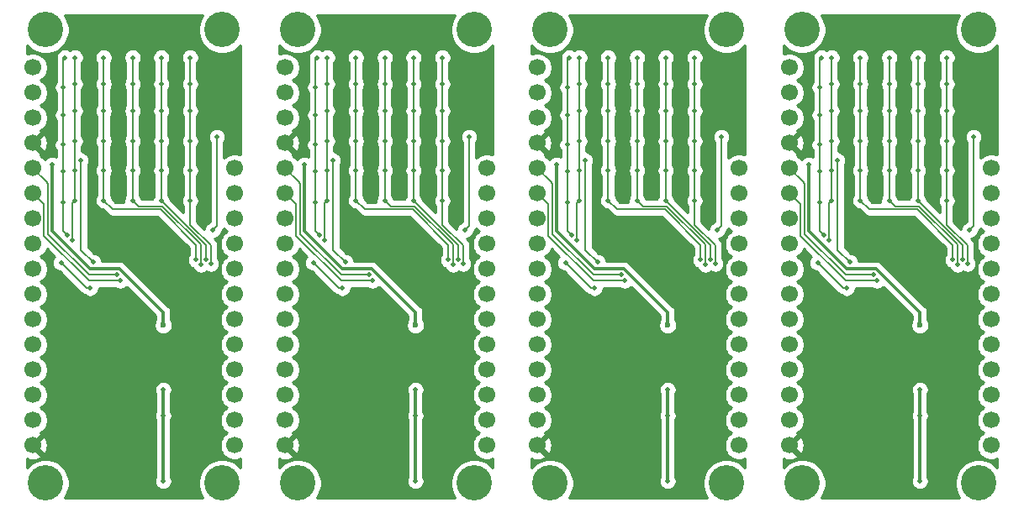
<source format=gbr>
G04 #@! TF.GenerationSoftware,KiCad,Pcbnew,(5.1.2)-1*
G04 #@! TF.CreationDate,2019-07-17T12:10:40+10:00*
G04 #@! TF.ProjectId,output.panel,6f757470-7574-42e7-9061-6e656c2e6b69,0*
G04 #@! TF.SameCoordinates,Original*
G04 #@! TF.FileFunction,Copper,L2,Bot*
G04 #@! TF.FilePolarity,Positive*
%FSLAX46Y46*%
G04 Gerber Fmt 4.6, Leading zero omitted, Abs format (unit mm)*
G04 Created by KiCad (PCBNEW (5.1.2)-1) date 2019-07-17 12:10:40*
%MOMM*%
%LPD*%
G04 APERTURE LIST*
%ADD10C,3.556000*%
%ADD11C,1.700000*%
%ADD12C,0.500000*%
%ADD13C,0.600000*%
%ADD14C,0.300000*%
%ADD15C,0.150000*%
%ADD16C,0.254000*%
G04 APERTURE END LIST*
D10*
X178235000Y-121718600D03*
X178235000Y-75998600D03*
X196015000Y-121718600D03*
X196015000Y-75998600D03*
D11*
X197285000Y-117908600D03*
X197285000Y-115368600D03*
X197285000Y-112828600D03*
X197285000Y-110288600D03*
X197285000Y-107748600D03*
X197285000Y-105208600D03*
X197285000Y-102668600D03*
X197285000Y-100128600D03*
X197285000Y-97588600D03*
X197285000Y-95048600D03*
X197285000Y-92508600D03*
X197285000Y-89968600D03*
X176965000Y-117908600D03*
X176965000Y-79808600D03*
X176965000Y-115368600D03*
X176965000Y-112828600D03*
X176965000Y-110288600D03*
X176965000Y-107748600D03*
X176965000Y-105208600D03*
X176965000Y-102668600D03*
X176965000Y-100128600D03*
X176965000Y-97588600D03*
X176965000Y-95048600D03*
X176965000Y-92508600D03*
X176965000Y-89968600D03*
X176965000Y-87428600D03*
X176965000Y-84888600D03*
X176965000Y-82348600D03*
D10*
X152835000Y-121718600D03*
X152835000Y-75998600D03*
X170615000Y-121718600D03*
X170615000Y-75998600D03*
D11*
X171885000Y-117908600D03*
X171885000Y-115368600D03*
X171885000Y-112828600D03*
X171885000Y-110288600D03*
X171885000Y-107748600D03*
X171885000Y-105208600D03*
X171885000Y-102668600D03*
X171885000Y-100128600D03*
X171885000Y-97588600D03*
X171885000Y-95048600D03*
X171885000Y-92508600D03*
X171885000Y-89968600D03*
X151565000Y-117908600D03*
X151565000Y-79808600D03*
X151565000Y-115368600D03*
X151565000Y-112828600D03*
X151565000Y-110288600D03*
X151565000Y-107748600D03*
X151565000Y-105208600D03*
X151565000Y-102668600D03*
X151565000Y-100128600D03*
X151565000Y-97588600D03*
X151565000Y-95048600D03*
X151565000Y-92508600D03*
X151565000Y-89968600D03*
X151565000Y-87428600D03*
X151565000Y-84888600D03*
X151565000Y-82348600D03*
D10*
X127435000Y-121718600D03*
X127435000Y-75998600D03*
X145215000Y-121718600D03*
X145215000Y-75998600D03*
D11*
X146485000Y-117908600D03*
X146485000Y-115368600D03*
X146485000Y-112828600D03*
X146485000Y-110288600D03*
X146485000Y-107748600D03*
X146485000Y-105208600D03*
X146485000Y-102668600D03*
X146485000Y-100128600D03*
X146485000Y-97588600D03*
X146485000Y-95048600D03*
X146485000Y-92508600D03*
X146485000Y-89968600D03*
X126165000Y-117908600D03*
X126165000Y-79808600D03*
X126165000Y-115368600D03*
X126165000Y-112828600D03*
X126165000Y-110288600D03*
X126165000Y-107748600D03*
X126165000Y-105208600D03*
X126165000Y-102668600D03*
X126165000Y-100128600D03*
X126165000Y-97588600D03*
X126165000Y-95048600D03*
X126165000Y-92508600D03*
X126165000Y-89968600D03*
X126165000Y-87428600D03*
X126165000Y-84888600D03*
X126165000Y-82348600D03*
X100765000Y-82348600D03*
X100765000Y-84888600D03*
X100765000Y-87428600D03*
X100765000Y-89968600D03*
X100765000Y-92508600D03*
X100765000Y-95048600D03*
X100765000Y-97588600D03*
X100765000Y-100128600D03*
X100765000Y-102668600D03*
X100765000Y-105208600D03*
X100765000Y-107748600D03*
X100765000Y-110288600D03*
X100765000Y-112828600D03*
X100765000Y-115368600D03*
X100765000Y-79808600D03*
X100765000Y-117908600D03*
X121085000Y-89968600D03*
X121085000Y-92508600D03*
X121085000Y-95048600D03*
X121085000Y-97588600D03*
X121085000Y-100128600D03*
X121085000Y-102668600D03*
X121085000Y-105208600D03*
X121085000Y-107748600D03*
X121085000Y-110288600D03*
X121085000Y-112828600D03*
X121085000Y-115368600D03*
X121085000Y-117908600D03*
D10*
X119815000Y-75998600D03*
X119815000Y-121718600D03*
X102035000Y-75998600D03*
X102035000Y-121718600D03*
D12*
X112800000Y-98800000D03*
X111600000Y-104700000D03*
X104200000Y-108600000D03*
X105700000Y-108600000D03*
X137000000Y-104700000D03*
X162400000Y-104700000D03*
X187800000Y-104700000D03*
X129600000Y-108600000D03*
X155000000Y-108600000D03*
X180400000Y-108600000D03*
X131100000Y-108600000D03*
X156500000Y-108600000D03*
X181900000Y-108600000D03*
X138200000Y-98800000D03*
X163600000Y-98800000D03*
X189000000Y-98800000D03*
D13*
X113900000Y-105800000D03*
D12*
X113900000Y-114900000D03*
X102700000Y-89600000D03*
X113900000Y-121499994D03*
X113900000Y-112300000D03*
X128100000Y-89600000D03*
X153500000Y-89600000D03*
X178900000Y-89600000D03*
X139300000Y-121499994D03*
X164700000Y-121499994D03*
X190100000Y-121499994D03*
X139300000Y-114900000D03*
X164700000Y-114900000D03*
X190100000Y-114900000D03*
D13*
X139300000Y-105800000D03*
X164700000Y-105800000D03*
X190100000Y-105800000D03*
D12*
X139300000Y-112300000D03*
X164700000Y-112300000D03*
X190100000Y-112300000D03*
X109200000Y-100700000D03*
X134600000Y-100700000D03*
X160000000Y-100700000D03*
X185400000Y-100700000D03*
X103600000Y-99500000D03*
X106550000Y-102050000D03*
X129000000Y-99500000D03*
X154400000Y-99500000D03*
X179800000Y-99500000D03*
X131950000Y-102050000D03*
X157350000Y-102050000D03*
X182750000Y-102050000D03*
X109600000Y-101300000D03*
X135000000Y-101300000D03*
X160400000Y-101300000D03*
X185800000Y-101300000D03*
X118900000Y-96200000D03*
X119300000Y-86800000D03*
X144700000Y-86800000D03*
X170100000Y-86800000D03*
X195500000Y-86800000D03*
X144300000Y-96200000D03*
X169700000Y-96200000D03*
X195100000Y-96200000D03*
X105550000Y-89150000D03*
X106850000Y-99450000D03*
X130950000Y-89150000D03*
X156350000Y-89150000D03*
X181750000Y-89150000D03*
X132250000Y-99450000D03*
X157650000Y-99450000D03*
X183050000Y-99450000D03*
X104000000Y-78800000D03*
X103800000Y-81800000D03*
X103800000Y-84600000D03*
X103800000Y-87600000D03*
X103800000Y-90300000D03*
X103800000Y-93400000D03*
X104200000Y-96700000D03*
X129200000Y-81800000D03*
X154600000Y-81800000D03*
X180000000Y-81800000D03*
X129200000Y-87600000D03*
X154600000Y-87600000D03*
X180000000Y-87600000D03*
X129200000Y-93400000D03*
X154600000Y-93400000D03*
X180000000Y-93400000D03*
X129600000Y-96700000D03*
X155000000Y-96700000D03*
X180400000Y-96700000D03*
X129200000Y-84600000D03*
X154600000Y-84600000D03*
X180000000Y-84600000D03*
X129200000Y-90300000D03*
X154600000Y-90300000D03*
X180000000Y-90300000D03*
X129400000Y-78800000D03*
X154800000Y-78800000D03*
X180200000Y-78800000D03*
X105000000Y-90200000D03*
X105000000Y-84200000D03*
X105000000Y-78800000D03*
X105000000Y-93200000D03*
X105000000Y-87200000D03*
X105000000Y-81500000D03*
X104700000Y-97200000D03*
X130400000Y-84200000D03*
X155800000Y-84200000D03*
X181200000Y-84200000D03*
X130400000Y-81500000D03*
X155800000Y-81500000D03*
X181200000Y-81500000D03*
X130400000Y-87200000D03*
X155800000Y-87200000D03*
X181200000Y-87200000D03*
X130100000Y-97200000D03*
X155500000Y-97200000D03*
X180900000Y-97200000D03*
X130400000Y-78800000D03*
X155800000Y-78800000D03*
X181200000Y-78800000D03*
X130400000Y-90200000D03*
X155800000Y-90200000D03*
X181200000Y-90200000D03*
X130400000Y-93200000D03*
X155800000Y-93200000D03*
X181200000Y-93200000D03*
X107900000Y-87200000D03*
X107900000Y-84200000D03*
X107900000Y-90200000D03*
X107900000Y-81500000D03*
X107900000Y-93200000D03*
X107900000Y-78800000D03*
X117200000Y-99200000D03*
X133300000Y-87200000D03*
X158700000Y-87200000D03*
X184100000Y-87200000D03*
X133300000Y-81500000D03*
X158700000Y-81500000D03*
X184100000Y-81500000D03*
X133300000Y-78800000D03*
X158700000Y-78800000D03*
X184100000Y-78800000D03*
X142600000Y-99200000D03*
X168000000Y-99200000D03*
X193400000Y-99200000D03*
X133300000Y-93200000D03*
X158700000Y-93200000D03*
X184100000Y-93200000D03*
X133300000Y-90200000D03*
X158700000Y-90200000D03*
X184100000Y-90200000D03*
X133300000Y-84200000D03*
X158700000Y-84200000D03*
X184100000Y-84200000D03*
X110800000Y-78800000D03*
X110800000Y-93200000D03*
X110800000Y-87200000D03*
X110800000Y-84200000D03*
X110800000Y-81500000D03*
X110800000Y-90200000D03*
X117700000Y-99700000D03*
X136200000Y-84200000D03*
X161600000Y-84200000D03*
X187000000Y-84200000D03*
X136200000Y-81500000D03*
X161600000Y-81500000D03*
X187000000Y-81500000D03*
X136200000Y-78800000D03*
X161600000Y-78800000D03*
X187000000Y-78800000D03*
X136200000Y-87200000D03*
X161600000Y-87200000D03*
X187000000Y-87200000D03*
X136200000Y-93200000D03*
X161600000Y-93200000D03*
X187000000Y-93200000D03*
X136200000Y-90200000D03*
X161600000Y-90200000D03*
X187000000Y-90200000D03*
X143100000Y-99700000D03*
X168500000Y-99700000D03*
X193900000Y-99700000D03*
X113700000Y-78800000D03*
X113700000Y-90200000D03*
X113700000Y-93200000D03*
X113700000Y-87200000D03*
X113700000Y-84200000D03*
X113700000Y-81500000D03*
X118200000Y-99200000D03*
X139100000Y-93200000D03*
X164500000Y-93200000D03*
X189900000Y-93200000D03*
X139100000Y-87200000D03*
X164500000Y-87200000D03*
X189900000Y-87200000D03*
X139100000Y-84200000D03*
X164500000Y-84200000D03*
X189900000Y-84200000D03*
X143600000Y-99200000D03*
X169000000Y-99200000D03*
X194400000Y-99200000D03*
X139100000Y-78800000D03*
X164500000Y-78800000D03*
X189900000Y-78800000D03*
X139100000Y-90200000D03*
X164500000Y-90200000D03*
X189900000Y-90200000D03*
X139100000Y-81500000D03*
X164500000Y-81500000D03*
X189900000Y-81500000D03*
X116600000Y-93200000D03*
X116600000Y-90200000D03*
X116600000Y-87200000D03*
X116600000Y-84200000D03*
X116600000Y-81500000D03*
X116600000Y-78800000D03*
X118707574Y-99606059D03*
X142000000Y-93200000D03*
X167400000Y-93200000D03*
X192800000Y-93200000D03*
X142000000Y-87200000D03*
X167400000Y-87200000D03*
X192800000Y-87200000D03*
X142000000Y-90200000D03*
X167400000Y-90200000D03*
X192800000Y-90200000D03*
X142000000Y-78800000D03*
X167400000Y-78800000D03*
X192800000Y-78800000D03*
X142000000Y-84200000D03*
X167400000Y-84200000D03*
X192800000Y-84200000D03*
X142000000Y-81500000D03*
X167400000Y-81500000D03*
X192800000Y-81500000D03*
X144107574Y-99606059D03*
X169507574Y-99606059D03*
X194907574Y-99606059D03*
D14*
X113900000Y-114900000D02*
X113900000Y-121499994D01*
X113900000Y-114900000D02*
X113900000Y-112300000D01*
X113900000Y-104500000D02*
X113900000Y-105800000D01*
X109500000Y-100100000D02*
X113900000Y-104500000D01*
X106500000Y-100100000D02*
X109500000Y-100100000D01*
X102700000Y-89600000D02*
X102700000Y-96300000D01*
X102700000Y-96300000D02*
X106500000Y-100100000D01*
X139300000Y-104500000D02*
X139300000Y-105800000D01*
X164700000Y-104500000D02*
X164700000Y-105800000D01*
X190100000Y-104500000D02*
X190100000Y-105800000D01*
X128100000Y-96300000D02*
X131900000Y-100100000D01*
X153500000Y-96300000D02*
X157300000Y-100100000D01*
X178900000Y-96300000D02*
X182700000Y-100100000D01*
X139300000Y-114900000D02*
X139300000Y-112300000D01*
X164700000Y-114900000D02*
X164700000Y-112300000D01*
X190100000Y-114900000D02*
X190100000Y-112300000D01*
X131900000Y-100100000D02*
X134900000Y-100100000D01*
X157300000Y-100100000D02*
X160300000Y-100100000D01*
X182700000Y-100100000D02*
X185700000Y-100100000D01*
X134900000Y-100100000D02*
X139300000Y-104500000D01*
X160300000Y-100100000D02*
X164700000Y-104500000D01*
X185700000Y-100100000D02*
X190100000Y-104500000D01*
X139300000Y-114900000D02*
X139300000Y-121499994D01*
X164700000Y-114900000D02*
X164700000Y-121499994D01*
X190100000Y-114900000D02*
X190100000Y-121499994D01*
X128100000Y-89600000D02*
X128100000Y-96300000D01*
X153500000Y-89600000D02*
X153500000Y-96300000D01*
X178900000Y-89600000D02*
X178900000Y-96300000D01*
D15*
X102100000Y-91300000D02*
X100800000Y-90000000D01*
X102300000Y-91500000D02*
X102100000Y-91300000D01*
X102300000Y-96600000D02*
X102300000Y-91500000D01*
X109200000Y-100700000D02*
X106400000Y-100700000D01*
X106400000Y-100700000D02*
X102300000Y-96600000D01*
X134600000Y-100700000D02*
X131800000Y-100700000D01*
X160000000Y-100700000D02*
X157200000Y-100700000D01*
X185400000Y-100700000D02*
X182600000Y-100700000D01*
X127700000Y-96600000D02*
X127700000Y-91500000D01*
X153100000Y-96600000D02*
X153100000Y-91500000D01*
X178500000Y-96600000D02*
X178500000Y-91500000D01*
X127500000Y-91300000D02*
X126200000Y-90000000D01*
X152900000Y-91300000D02*
X151600000Y-90000000D01*
X178300000Y-91300000D02*
X177000000Y-90000000D01*
X127700000Y-91500000D02*
X127500000Y-91300000D01*
X153100000Y-91500000D02*
X152900000Y-91300000D01*
X178500000Y-91500000D02*
X178300000Y-91300000D01*
X131800000Y-100700000D02*
X127700000Y-96600000D01*
X157200000Y-100700000D02*
X153100000Y-96600000D01*
X182600000Y-100700000D02*
X178500000Y-96600000D01*
X106150000Y-102050000D02*
X103600000Y-99500000D01*
X106550000Y-102050000D02*
X106150000Y-102050000D01*
X131550000Y-102050000D02*
X129000000Y-99500000D01*
X156950000Y-102050000D02*
X154400000Y-99500000D01*
X182350000Y-102050000D02*
X179800000Y-99500000D01*
X131950000Y-102050000D02*
X131550000Y-102050000D01*
X157350000Y-102050000D02*
X156950000Y-102050000D01*
X182750000Y-102050000D02*
X182350000Y-102050000D01*
X100800000Y-92500000D02*
X101900000Y-93600000D01*
X101900000Y-93600000D02*
X101900000Y-96800000D01*
X106400000Y-101300000D02*
X109246447Y-101300000D01*
X109246447Y-101300000D02*
X109600000Y-101300000D01*
X101900000Y-96800000D02*
X106400000Y-101300000D01*
X134646447Y-101300000D02*
X135000000Y-101300000D01*
X160046447Y-101300000D02*
X160400000Y-101300000D01*
X185446447Y-101300000D02*
X185800000Y-101300000D01*
X127300000Y-96800000D02*
X131800000Y-101300000D01*
X152700000Y-96800000D02*
X157200000Y-101300000D01*
X178100000Y-96800000D02*
X182600000Y-101300000D01*
X131800000Y-101300000D02*
X134646447Y-101300000D01*
X157200000Y-101300000D02*
X160046447Y-101300000D01*
X182600000Y-101300000D02*
X185446447Y-101300000D01*
X127300000Y-93600000D02*
X127300000Y-96800000D01*
X152700000Y-93600000D02*
X152700000Y-96800000D01*
X178100000Y-93600000D02*
X178100000Y-96800000D01*
X126200000Y-92500000D02*
X127300000Y-93600000D01*
X151600000Y-92500000D02*
X152700000Y-93600000D01*
X177000000Y-92500000D02*
X178100000Y-93600000D01*
X119300000Y-87153553D02*
X119300000Y-86800000D01*
X118900000Y-96200000D02*
X119300000Y-95800000D01*
X119300000Y-95800000D02*
X119300000Y-87153553D01*
X144300000Y-96200000D02*
X144700000Y-95800000D01*
X169700000Y-96200000D02*
X170100000Y-95800000D01*
X195100000Y-96200000D02*
X195500000Y-95800000D01*
X144700000Y-95800000D02*
X144700000Y-87153553D01*
X170100000Y-95800000D02*
X170100000Y-87153553D01*
X195500000Y-95800000D02*
X195500000Y-87153553D01*
X144700000Y-87153553D02*
X144700000Y-86800000D01*
X170100000Y-87153553D02*
X170100000Y-86800000D01*
X195500000Y-87153553D02*
X195500000Y-86800000D01*
X105600000Y-89200000D02*
X105550000Y-89150000D01*
X106850000Y-99450000D02*
X105600000Y-98200000D01*
X105600000Y-98200000D02*
X105600000Y-89200000D01*
X131000000Y-98200000D02*
X131000000Y-89200000D01*
X156400000Y-98200000D02*
X156400000Y-89200000D01*
X181800000Y-98200000D02*
X181800000Y-89200000D01*
X131000000Y-89200000D02*
X130950000Y-89150000D01*
X156400000Y-89200000D02*
X156350000Y-89150000D01*
X181800000Y-89200000D02*
X181750000Y-89150000D01*
X132250000Y-99450000D02*
X131000000Y-98200000D01*
X157650000Y-99450000D02*
X156400000Y-98200000D01*
X183050000Y-99450000D02*
X181800000Y-98200000D01*
X104000000Y-78800000D02*
X103800000Y-79000000D01*
X103800000Y-79000000D02*
X103800000Y-84600000D01*
X103800000Y-84600000D02*
X103800000Y-87600000D01*
X103800000Y-87600000D02*
X103800000Y-90300000D01*
X103800000Y-90300000D02*
X103800000Y-93400000D01*
X103950001Y-96450001D02*
X104200000Y-96700000D01*
X103800000Y-96300000D02*
X103950001Y-96450001D01*
X103800000Y-93400000D02*
X103800000Y-96300000D01*
X129400000Y-78800000D02*
X129200000Y-79000000D01*
X154800000Y-78800000D02*
X154600000Y-79000000D01*
X180200000Y-78800000D02*
X180000000Y-79000000D01*
X129200000Y-90300000D02*
X129200000Y-93400000D01*
X154600000Y-90300000D02*
X154600000Y-93400000D01*
X180000000Y-90300000D02*
X180000000Y-93400000D01*
X129200000Y-84600000D02*
X129200000Y-87600000D01*
X154600000Y-84600000D02*
X154600000Y-87600000D01*
X180000000Y-84600000D02*
X180000000Y-87600000D01*
X129200000Y-96300000D02*
X129350001Y-96450001D01*
X154600000Y-96300000D02*
X154750001Y-96450001D01*
X180000000Y-96300000D02*
X180150001Y-96450001D01*
X129350001Y-96450001D02*
X129600000Y-96700000D01*
X154750001Y-96450001D02*
X155000000Y-96700000D01*
X180150001Y-96450001D02*
X180400000Y-96700000D01*
X129200000Y-87600000D02*
X129200000Y-90300000D01*
X154600000Y-87600000D02*
X154600000Y-90300000D01*
X180000000Y-87600000D02*
X180000000Y-90300000D01*
X129200000Y-79000000D02*
X129200000Y-84600000D01*
X154600000Y-79000000D02*
X154600000Y-84600000D01*
X180000000Y-79000000D02*
X180000000Y-84600000D01*
X129200000Y-93400000D02*
X129200000Y-96300000D01*
X154600000Y-93400000D02*
X154600000Y-96300000D01*
X180000000Y-93400000D02*
X180000000Y-96300000D01*
X105000000Y-84200000D02*
X105000000Y-87200000D01*
X105000000Y-90200000D02*
X105000000Y-93200000D01*
X105000000Y-81500000D02*
X105000000Y-84200000D01*
X105000000Y-78800000D02*
X105000000Y-81500000D01*
X105000000Y-87200000D02*
X105000000Y-90200000D01*
X104700000Y-96846447D02*
X104700000Y-97200000D01*
X104700000Y-93500000D02*
X104700000Y-96846447D01*
X105000000Y-93200000D02*
X104700000Y-93500000D01*
X130400000Y-81500000D02*
X130400000Y-84200000D01*
X155800000Y-81500000D02*
X155800000Y-84200000D01*
X181200000Y-81500000D02*
X181200000Y-84200000D01*
X130100000Y-96846447D02*
X130100000Y-97200000D01*
X155500000Y-96846447D02*
X155500000Y-97200000D01*
X180900000Y-96846447D02*
X180900000Y-97200000D01*
X130400000Y-87200000D02*
X130400000Y-90200000D01*
X155800000Y-87200000D02*
X155800000Y-90200000D01*
X181200000Y-87200000D02*
X181200000Y-90200000D01*
X130400000Y-93200000D02*
X130100000Y-93500000D01*
X155800000Y-93200000D02*
X155500000Y-93500000D01*
X181200000Y-93200000D02*
X180900000Y-93500000D01*
X130400000Y-84200000D02*
X130400000Y-87200000D01*
X155800000Y-84200000D02*
X155800000Y-87200000D01*
X181200000Y-84200000D02*
X181200000Y-87200000D01*
X130400000Y-90200000D02*
X130400000Y-93200000D01*
X155800000Y-90200000D02*
X155800000Y-93200000D01*
X181200000Y-90200000D02*
X181200000Y-93200000D01*
X130400000Y-78800000D02*
X130400000Y-81500000D01*
X155800000Y-78800000D02*
X155800000Y-81500000D01*
X181200000Y-78800000D02*
X181200000Y-81500000D01*
X130100000Y-93500000D02*
X130100000Y-96846447D01*
X155500000Y-93500000D02*
X155500000Y-96846447D01*
X180900000Y-93500000D02*
X180900000Y-96846447D01*
X107900000Y-87200000D02*
X107900000Y-90200000D01*
X107900000Y-90200000D02*
X107900000Y-93200000D01*
X107900000Y-78800000D02*
X107900000Y-81500000D01*
X107900000Y-84200000D02*
X107900000Y-87200000D01*
X107900000Y-81500000D02*
X107900000Y-84200000D01*
X117200000Y-99200000D02*
X117200000Y-97700000D01*
X117200000Y-97700000D02*
X113600000Y-94100000D01*
X108800000Y-94100000D02*
X107900000Y-93200000D01*
X113600000Y-94100000D02*
X108800000Y-94100000D01*
X134200000Y-94100000D02*
X133300000Y-93200000D01*
X159600000Y-94100000D02*
X158700000Y-93200000D01*
X185000000Y-94100000D02*
X184100000Y-93200000D01*
X142600000Y-97700000D02*
X139000000Y-94100000D01*
X168000000Y-97700000D02*
X164400000Y-94100000D01*
X193400000Y-97700000D02*
X189800000Y-94100000D01*
X142600000Y-99200000D02*
X142600000Y-97700000D01*
X168000000Y-99200000D02*
X168000000Y-97700000D01*
X193400000Y-99200000D02*
X193400000Y-97700000D01*
X139000000Y-94100000D02*
X134200000Y-94100000D01*
X164400000Y-94100000D02*
X159600000Y-94100000D01*
X189800000Y-94100000D02*
X185000000Y-94100000D01*
X133300000Y-81500000D02*
X133300000Y-84200000D01*
X158700000Y-81500000D02*
X158700000Y-84200000D01*
X184100000Y-81500000D02*
X184100000Y-84200000D01*
X133300000Y-90200000D02*
X133300000Y-93200000D01*
X158700000Y-90200000D02*
X158700000Y-93200000D01*
X184100000Y-90200000D02*
X184100000Y-93200000D01*
X133300000Y-78800000D02*
X133300000Y-81500000D01*
X158700000Y-78800000D02*
X158700000Y-81500000D01*
X184100000Y-78800000D02*
X184100000Y-81500000D01*
X133300000Y-87200000D02*
X133300000Y-90200000D01*
X158700000Y-87200000D02*
X158700000Y-90200000D01*
X184100000Y-87200000D02*
X184100000Y-90200000D01*
X133300000Y-84200000D02*
X133300000Y-87200000D01*
X158700000Y-84200000D02*
X158700000Y-87200000D01*
X184100000Y-84200000D02*
X184100000Y-87200000D01*
X110800000Y-90200000D02*
X110800000Y-93200000D01*
X110800000Y-87200000D02*
X110800000Y-90200000D01*
X110800000Y-81500000D02*
X110800000Y-84200000D01*
X110800000Y-84200000D02*
X110800000Y-87200000D01*
X110800000Y-78800000D02*
X110800000Y-81500000D01*
X117700000Y-99346447D02*
X117700000Y-99700000D01*
X111399989Y-93799989D02*
X113824268Y-93799989D01*
X110800000Y-93200000D02*
X111399989Y-93799989D01*
X113824268Y-93799989D02*
X117700000Y-97675721D01*
X117700000Y-97675721D02*
X117700000Y-99346447D01*
X143100000Y-97675721D02*
X143100000Y-99346447D01*
X168500000Y-97675721D02*
X168500000Y-99346447D01*
X193900000Y-97675721D02*
X193900000Y-99346447D01*
X136799989Y-93799989D02*
X139224268Y-93799989D01*
X162199989Y-93799989D02*
X164624268Y-93799989D01*
X187599989Y-93799989D02*
X190024268Y-93799989D01*
X139224268Y-93799989D02*
X143100000Y-97675721D01*
X164624268Y-93799989D02*
X168500000Y-97675721D01*
X190024268Y-93799989D02*
X193900000Y-97675721D01*
X136200000Y-84200000D02*
X136200000Y-87200000D01*
X161600000Y-84200000D02*
X161600000Y-87200000D01*
X187000000Y-84200000D02*
X187000000Y-87200000D01*
X136200000Y-87200000D02*
X136200000Y-90200000D01*
X161600000Y-87200000D02*
X161600000Y-90200000D01*
X187000000Y-87200000D02*
X187000000Y-90200000D01*
X136200000Y-93200000D02*
X136799989Y-93799989D01*
X161600000Y-93200000D02*
X162199989Y-93799989D01*
X187000000Y-93200000D02*
X187599989Y-93799989D01*
X143100000Y-99346447D02*
X143100000Y-99700000D01*
X168500000Y-99346447D02*
X168500000Y-99700000D01*
X193900000Y-99346447D02*
X193900000Y-99700000D01*
X136200000Y-81500000D02*
X136200000Y-84200000D01*
X161600000Y-81500000D02*
X161600000Y-84200000D01*
X187000000Y-81500000D02*
X187000000Y-84200000D01*
X136200000Y-90200000D02*
X136200000Y-93200000D01*
X161600000Y-90200000D02*
X161600000Y-93200000D01*
X187000000Y-90200000D02*
X187000000Y-93200000D01*
X136200000Y-78800000D02*
X136200000Y-81500000D01*
X161600000Y-78800000D02*
X161600000Y-81500000D01*
X187000000Y-78800000D02*
X187000000Y-81500000D01*
X113700000Y-90200000D02*
X113700000Y-93200000D01*
X113700000Y-87200000D02*
X113700000Y-90200000D01*
X113700000Y-84200000D02*
X113700000Y-87200000D01*
X113700000Y-81500000D02*
X113700000Y-84200000D01*
X113700000Y-78800000D02*
X113700000Y-81500000D01*
X113700000Y-93212139D02*
X113700000Y-93200000D01*
X118200000Y-99200000D02*
X118200000Y-97712139D01*
X118200000Y-97712139D02*
X113700000Y-93212139D01*
X139100000Y-90200000D02*
X139100000Y-93200000D01*
X164500000Y-90200000D02*
X164500000Y-93200000D01*
X189900000Y-90200000D02*
X189900000Y-93200000D01*
X139100000Y-87200000D02*
X139100000Y-90200000D01*
X164500000Y-87200000D02*
X164500000Y-90200000D01*
X189900000Y-87200000D02*
X189900000Y-90200000D01*
X139100000Y-84200000D02*
X139100000Y-87200000D01*
X164500000Y-84200000D02*
X164500000Y-87200000D01*
X189900000Y-84200000D02*
X189900000Y-87200000D01*
X139100000Y-81500000D02*
X139100000Y-84200000D01*
X164500000Y-81500000D02*
X164500000Y-84200000D01*
X189900000Y-81500000D02*
X189900000Y-84200000D01*
X139100000Y-78800000D02*
X139100000Y-81500000D01*
X164500000Y-78800000D02*
X164500000Y-81500000D01*
X189900000Y-78800000D02*
X189900000Y-81500000D01*
X139100000Y-93212139D02*
X139100000Y-93200000D01*
X164500000Y-93212139D02*
X164500000Y-93200000D01*
X189900000Y-93212139D02*
X189900000Y-93200000D01*
X143600000Y-99200000D02*
X143600000Y-97712139D01*
X169000000Y-99200000D02*
X169000000Y-97712139D01*
X194400000Y-99200000D02*
X194400000Y-97712139D01*
X143600000Y-97712139D02*
X139100000Y-93212139D01*
X169000000Y-97712139D02*
X164500000Y-93212139D01*
X194400000Y-97712139D02*
X189900000Y-93212139D01*
X116600000Y-90200000D02*
X116600000Y-93200000D01*
X116600000Y-87200000D02*
X116600000Y-90200000D01*
X116600000Y-84200000D02*
X116600000Y-87200000D01*
X116600000Y-78800000D02*
X116600000Y-81500000D01*
X116600000Y-81500000D02*
X116600000Y-84200000D01*
X118707574Y-99252506D02*
X118707574Y-99606059D01*
X118707574Y-97757574D02*
X118707574Y-99252506D01*
X116600000Y-93200000D02*
X116600000Y-95650000D01*
X116600000Y-95650000D02*
X118707574Y-97757574D01*
X142000000Y-95650000D02*
X144107574Y-97757574D01*
X167400000Y-95650000D02*
X169507574Y-97757574D01*
X192800000Y-95650000D02*
X194907574Y-97757574D01*
X142000000Y-93200000D02*
X142000000Y-95650000D01*
X167400000Y-93200000D02*
X167400000Y-95650000D01*
X192800000Y-93200000D02*
X192800000Y-95650000D01*
X144107574Y-99252506D02*
X144107574Y-99606059D01*
X169507574Y-99252506D02*
X169507574Y-99606059D01*
X194907574Y-99252506D02*
X194907574Y-99606059D01*
X144107574Y-97757574D02*
X144107574Y-99252506D01*
X169507574Y-97757574D02*
X169507574Y-99252506D01*
X194907574Y-97757574D02*
X194907574Y-99252506D01*
X142000000Y-90200000D02*
X142000000Y-93200000D01*
X167400000Y-90200000D02*
X167400000Y-93200000D01*
X192800000Y-90200000D02*
X192800000Y-93200000D01*
X142000000Y-84200000D02*
X142000000Y-87200000D01*
X167400000Y-84200000D02*
X167400000Y-87200000D01*
X192800000Y-84200000D02*
X192800000Y-87200000D01*
X142000000Y-81500000D02*
X142000000Y-84200000D01*
X167400000Y-81500000D02*
X167400000Y-84200000D01*
X192800000Y-81500000D02*
X192800000Y-84200000D01*
X142000000Y-87200000D02*
X142000000Y-90200000D01*
X167400000Y-87200000D02*
X167400000Y-90200000D01*
X192800000Y-87200000D02*
X192800000Y-90200000D01*
X142000000Y-78800000D02*
X142000000Y-81500000D01*
X167400000Y-78800000D02*
X167400000Y-81500000D01*
X192800000Y-78800000D02*
X192800000Y-81500000D01*
D16*
G36*
X117676628Y-74855616D02*
G01*
X117494731Y-75294754D01*
X117402000Y-75760940D01*
X117402000Y-76236260D01*
X117494731Y-76702446D01*
X117676628Y-77141584D01*
X117940701Y-77536798D01*
X118276802Y-77872899D01*
X118672016Y-78136972D01*
X119111154Y-78318869D01*
X119577340Y-78411600D01*
X120052660Y-78411600D01*
X120518846Y-78318869D01*
X120957984Y-78136972D01*
X121353198Y-77872899D01*
X121689299Y-77536798D01*
X121695001Y-77528264D01*
X121695001Y-88613918D01*
X121518158Y-88540668D01*
X121231260Y-88483600D01*
X120938740Y-88483600D01*
X120651842Y-88540668D01*
X120381589Y-88652610D01*
X120138368Y-88815125D01*
X120010000Y-88943493D01*
X120010000Y-87330368D01*
X120084277Y-87219205D01*
X120150990Y-87058145D01*
X120185000Y-86887165D01*
X120185000Y-86712835D01*
X120150990Y-86541855D01*
X120084277Y-86380795D01*
X119987424Y-86235845D01*
X119864155Y-86112576D01*
X119719205Y-86015723D01*
X119558145Y-85949010D01*
X119387165Y-85915000D01*
X119212835Y-85915000D01*
X119041855Y-85949010D01*
X118880795Y-86015723D01*
X118735845Y-86112576D01*
X118612576Y-86235845D01*
X118515723Y-86380795D01*
X118449010Y-86541855D01*
X118415000Y-86712835D01*
X118415000Y-86887165D01*
X118449010Y-87058145D01*
X118515723Y-87219205D01*
X118590001Y-87330369D01*
X118590000Y-95370489D01*
X118480795Y-95415723D01*
X118335845Y-95512576D01*
X118212576Y-95635845D01*
X118115723Y-95780795D01*
X118049010Y-95941855D01*
X118023615Y-96069524D01*
X117310000Y-95355909D01*
X117310000Y-93730368D01*
X117384277Y-93619205D01*
X117450990Y-93458145D01*
X117485000Y-93287165D01*
X117485000Y-93112835D01*
X117450990Y-92941855D01*
X117384277Y-92780795D01*
X117310000Y-92669632D01*
X117310000Y-90730368D01*
X117384277Y-90619205D01*
X117450990Y-90458145D01*
X117485000Y-90287165D01*
X117485000Y-90112835D01*
X117450990Y-89941855D01*
X117384277Y-89780795D01*
X117310000Y-89669632D01*
X117310000Y-87730368D01*
X117384277Y-87619205D01*
X117450990Y-87458145D01*
X117485000Y-87287165D01*
X117485000Y-87112835D01*
X117450990Y-86941855D01*
X117384277Y-86780795D01*
X117310000Y-86669632D01*
X117310000Y-84730368D01*
X117384277Y-84619205D01*
X117450990Y-84458145D01*
X117485000Y-84287165D01*
X117485000Y-84112835D01*
X117450990Y-83941855D01*
X117384277Y-83780795D01*
X117310000Y-83669632D01*
X117310000Y-82030368D01*
X117384277Y-81919205D01*
X117450990Y-81758145D01*
X117485000Y-81587165D01*
X117485000Y-81412835D01*
X117450990Y-81241855D01*
X117384277Y-81080795D01*
X117310000Y-80969632D01*
X117310000Y-79330368D01*
X117384277Y-79219205D01*
X117450990Y-79058145D01*
X117485000Y-78887165D01*
X117485000Y-78712835D01*
X117450990Y-78541855D01*
X117384277Y-78380795D01*
X117287424Y-78235845D01*
X117164155Y-78112576D01*
X117019205Y-78015723D01*
X116858145Y-77949010D01*
X116687165Y-77915000D01*
X116512835Y-77915000D01*
X116341855Y-77949010D01*
X116180795Y-78015723D01*
X116035845Y-78112576D01*
X115912576Y-78235845D01*
X115815723Y-78380795D01*
X115749010Y-78541855D01*
X115715000Y-78712835D01*
X115715000Y-78887165D01*
X115749010Y-79058145D01*
X115815723Y-79219205D01*
X115890000Y-79330368D01*
X115890001Y-80969631D01*
X115815723Y-81080795D01*
X115749010Y-81241855D01*
X115715000Y-81412835D01*
X115715000Y-81587165D01*
X115749010Y-81758145D01*
X115815723Y-81919205D01*
X115890000Y-82030368D01*
X115890001Y-83669631D01*
X115815723Y-83780795D01*
X115749010Y-83941855D01*
X115715000Y-84112835D01*
X115715000Y-84287165D01*
X115749010Y-84458145D01*
X115815723Y-84619205D01*
X115890000Y-84730368D01*
X115890001Y-86669631D01*
X115815723Y-86780795D01*
X115749010Y-86941855D01*
X115715000Y-87112835D01*
X115715000Y-87287165D01*
X115749010Y-87458145D01*
X115815723Y-87619205D01*
X115890000Y-87730368D01*
X115890001Y-89669631D01*
X115815723Y-89780795D01*
X115749010Y-89941855D01*
X115715000Y-90112835D01*
X115715000Y-90287165D01*
X115749010Y-90458145D01*
X115815723Y-90619205D01*
X115890000Y-90730368D01*
X115890001Y-92669631D01*
X115815723Y-92780795D01*
X115749010Y-92941855D01*
X115715000Y-93112835D01*
X115715000Y-93287165D01*
X115749010Y-93458145D01*
X115815723Y-93619205D01*
X115890000Y-93730368D01*
X115890000Y-94398048D01*
X114580087Y-93088135D01*
X114550990Y-92941855D01*
X114484277Y-92780795D01*
X114410000Y-92669632D01*
X114410000Y-90730368D01*
X114484277Y-90619205D01*
X114550990Y-90458145D01*
X114585000Y-90287165D01*
X114585000Y-90112835D01*
X114550990Y-89941855D01*
X114484277Y-89780795D01*
X114410000Y-89669632D01*
X114410000Y-87730368D01*
X114484277Y-87619205D01*
X114550990Y-87458145D01*
X114585000Y-87287165D01*
X114585000Y-87112835D01*
X114550990Y-86941855D01*
X114484277Y-86780795D01*
X114410000Y-86669632D01*
X114410000Y-84730368D01*
X114484277Y-84619205D01*
X114550990Y-84458145D01*
X114585000Y-84287165D01*
X114585000Y-84112835D01*
X114550990Y-83941855D01*
X114484277Y-83780795D01*
X114410000Y-83669632D01*
X114410000Y-82030368D01*
X114484277Y-81919205D01*
X114550990Y-81758145D01*
X114585000Y-81587165D01*
X114585000Y-81412835D01*
X114550990Y-81241855D01*
X114484277Y-81080795D01*
X114410000Y-80969632D01*
X114410000Y-79330368D01*
X114484277Y-79219205D01*
X114550990Y-79058145D01*
X114585000Y-78887165D01*
X114585000Y-78712835D01*
X114550990Y-78541855D01*
X114484277Y-78380795D01*
X114387424Y-78235845D01*
X114264155Y-78112576D01*
X114119205Y-78015723D01*
X113958145Y-77949010D01*
X113787165Y-77915000D01*
X113612835Y-77915000D01*
X113441855Y-77949010D01*
X113280795Y-78015723D01*
X113135845Y-78112576D01*
X113012576Y-78235845D01*
X112915723Y-78380795D01*
X112849010Y-78541855D01*
X112815000Y-78712835D01*
X112815000Y-78887165D01*
X112849010Y-79058145D01*
X112915723Y-79219205D01*
X112990000Y-79330368D01*
X112990001Y-80969631D01*
X112915723Y-81080795D01*
X112849010Y-81241855D01*
X112815000Y-81412835D01*
X112815000Y-81587165D01*
X112849010Y-81758145D01*
X112915723Y-81919205D01*
X112990000Y-82030368D01*
X112990001Y-83669631D01*
X112915723Y-83780795D01*
X112849010Y-83941855D01*
X112815000Y-84112835D01*
X112815000Y-84287165D01*
X112849010Y-84458145D01*
X112915723Y-84619205D01*
X112990000Y-84730368D01*
X112990001Y-86669631D01*
X112915723Y-86780795D01*
X112849010Y-86941855D01*
X112815000Y-87112835D01*
X112815000Y-87287165D01*
X112849010Y-87458145D01*
X112915723Y-87619205D01*
X112990000Y-87730368D01*
X112990001Y-89669631D01*
X112915723Y-89780795D01*
X112849010Y-89941855D01*
X112815000Y-90112835D01*
X112815000Y-90287165D01*
X112849010Y-90458145D01*
X112915723Y-90619205D01*
X112990000Y-90730368D01*
X112990001Y-92669631D01*
X112915723Y-92780795D01*
X112849010Y-92941855D01*
X112819544Y-93089989D01*
X111694080Y-93089989D01*
X111677073Y-93072982D01*
X111650990Y-92941855D01*
X111584277Y-92780795D01*
X111510000Y-92669632D01*
X111510000Y-90730368D01*
X111584277Y-90619205D01*
X111650990Y-90458145D01*
X111685000Y-90287165D01*
X111685000Y-90112835D01*
X111650990Y-89941855D01*
X111584277Y-89780795D01*
X111510000Y-89669632D01*
X111510000Y-87730368D01*
X111584277Y-87619205D01*
X111650990Y-87458145D01*
X111685000Y-87287165D01*
X111685000Y-87112835D01*
X111650990Y-86941855D01*
X111584277Y-86780795D01*
X111510000Y-86669632D01*
X111510000Y-84730368D01*
X111584277Y-84619205D01*
X111650990Y-84458145D01*
X111685000Y-84287165D01*
X111685000Y-84112835D01*
X111650990Y-83941855D01*
X111584277Y-83780795D01*
X111510000Y-83669632D01*
X111510000Y-82030368D01*
X111584277Y-81919205D01*
X111650990Y-81758145D01*
X111685000Y-81587165D01*
X111685000Y-81412835D01*
X111650990Y-81241855D01*
X111584277Y-81080795D01*
X111510000Y-80969632D01*
X111510000Y-79330368D01*
X111584277Y-79219205D01*
X111650990Y-79058145D01*
X111685000Y-78887165D01*
X111685000Y-78712835D01*
X111650990Y-78541855D01*
X111584277Y-78380795D01*
X111487424Y-78235845D01*
X111364155Y-78112576D01*
X111219205Y-78015723D01*
X111058145Y-77949010D01*
X110887165Y-77915000D01*
X110712835Y-77915000D01*
X110541855Y-77949010D01*
X110380795Y-78015723D01*
X110235845Y-78112576D01*
X110112576Y-78235845D01*
X110015723Y-78380795D01*
X109949010Y-78541855D01*
X109915000Y-78712835D01*
X109915000Y-78887165D01*
X109949010Y-79058145D01*
X110015723Y-79219205D01*
X110090000Y-79330368D01*
X110090001Y-80969631D01*
X110015723Y-81080795D01*
X109949010Y-81241855D01*
X109915000Y-81412835D01*
X109915000Y-81587165D01*
X109949010Y-81758145D01*
X110015723Y-81919205D01*
X110090000Y-82030368D01*
X110090001Y-83669631D01*
X110015723Y-83780795D01*
X109949010Y-83941855D01*
X109915000Y-84112835D01*
X109915000Y-84287165D01*
X109949010Y-84458145D01*
X110015723Y-84619205D01*
X110090000Y-84730368D01*
X110090001Y-86669631D01*
X110015723Y-86780795D01*
X109949010Y-86941855D01*
X109915000Y-87112835D01*
X109915000Y-87287165D01*
X109949010Y-87458145D01*
X110015723Y-87619205D01*
X110090000Y-87730368D01*
X110090001Y-89669631D01*
X110015723Y-89780795D01*
X109949010Y-89941855D01*
X109915000Y-90112835D01*
X109915000Y-90287165D01*
X109949010Y-90458145D01*
X110015723Y-90619205D01*
X110090000Y-90730368D01*
X110090001Y-92669631D01*
X110015723Y-92780795D01*
X109949010Y-92941855D01*
X109915000Y-93112835D01*
X109915000Y-93287165D01*
X109935455Y-93390000D01*
X109094092Y-93390000D01*
X108777073Y-93072981D01*
X108750990Y-92941855D01*
X108684277Y-92780795D01*
X108610000Y-92669632D01*
X108610000Y-90730368D01*
X108684277Y-90619205D01*
X108750990Y-90458145D01*
X108785000Y-90287165D01*
X108785000Y-90112835D01*
X108750990Y-89941855D01*
X108684277Y-89780795D01*
X108610000Y-89669632D01*
X108610000Y-87730368D01*
X108684277Y-87619205D01*
X108750990Y-87458145D01*
X108785000Y-87287165D01*
X108785000Y-87112835D01*
X108750990Y-86941855D01*
X108684277Y-86780795D01*
X108610000Y-86669632D01*
X108610000Y-84730368D01*
X108684277Y-84619205D01*
X108750990Y-84458145D01*
X108785000Y-84287165D01*
X108785000Y-84112835D01*
X108750990Y-83941855D01*
X108684277Y-83780795D01*
X108610000Y-83669632D01*
X108610000Y-82030368D01*
X108684277Y-81919205D01*
X108750990Y-81758145D01*
X108785000Y-81587165D01*
X108785000Y-81412835D01*
X108750990Y-81241855D01*
X108684277Y-81080795D01*
X108610000Y-80969632D01*
X108610000Y-79330368D01*
X108684277Y-79219205D01*
X108750990Y-79058145D01*
X108785000Y-78887165D01*
X108785000Y-78712835D01*
X108750990Y-78541855D01*
X108684277Y-78380795D01*
X108587424Y-78235845D01*
X108464155Y-78112576D01*
X108319205Y-78015723D01*
X108158145Y-77949010D01*
X107987165Y-77915000D01*
X107812835Y-77915000D01*
X107641855Y-77949010D01*
X107480795Y-78015723D01*
X107335845Y-78112576D01*
X107212576Y-78235845D01*
X107115723Y-78380795D01*
X107049010Y-78541855D01*
X107015000Y-78712835D01*
X107015000Y-78887165D01*
X107049010Y-79058145D01*
X107115723Y-79219205D01*
X107190000Y-79330368D01*
X107190001Y-80969631D01*
X107115723Y-81080795D01*
X107049010Y-81241855D01*
X107015000Y-81412835D01*
X107015000Y-81587165D01*
X107049010Y-81758145D01*
X107115723Y-81919205D01*
X107190000Y-82030368D01*
X107190001Y-83669631D01*
X107115723Y-83780795D01*
X107049010Y-83941855D01*
X107015000Y-84112835D01*
X107015000Y-84287165D01*
X107049010Y-84458145D01*
X107115723Y-84619205D01*
X107190000Y-84730368D01*
X107190001Y-86669631D01*
X107115723Y-86780795D01*
X107049010Y-86941855D01*
X107015000Y-87112835D01*
X107015000Y-87287165D01*
X107049010Y-87458145D01*
X107115723Y-87619205D01*
X107190000Y-87730368D01*
X107190001Y-89669631D01*
X107115723Y-89780795D01*
X107049010Y-89941855D01*
X107015000Y-90112835D01*
X107015000Y-90287165D01*
X107049010Y-90458145D01*
X107115723Y-90619205D01*
X107190000Y-90730368D01*
X107190001Y-92669631D01*
X107115723Y-92780795D01*
X107049010Y-92941855D01*
X107015000Y-93112835D01*
X107015000Y-93287165D01*
X107049010Y-93458145D01*
X107115723Y-93619205D01*
X107212576Y-93764155D01*
X107335845Y-93887424D01*
X107480795Y-93984277D01*
X107641855Y-94050990D01*
X107772981Y-94077073D01*
X108273292Y-94577384D01*
X108295525Y-94604475D01*
X108403637Y-94693200D01*
X108526980Y-94759128D01*
X108660816Y-94799727D01*
X108765123Y-94810000D01*
X108765124Y-94810000D01*
X108799999Y-94813435D01*
X108834874Y-94810000D01*
X113305909Y-94810000D01*
X116490001Y-97994092D01*
X116490000Y-98669632D01*
X116415723Y-98780795D01*
X116349010Y-98941855D01*
X116315000Y-99112835D01*
X116315000Y-99287165D01*
X116349010Y-99458145D01*
X116415723Y-99619205D01*
X116512576Y-99764155D01*
X116635845Y-99887424D01*
X116780795Y-99984277D01*
X116876204Y-100023796D01*
X116915723Y-100119205D01*
X117012576Y-100264155D01*
X117135845Y-100387424D01*
X117280795Y-100484277D01*
X117441855Y-100550990D01*
X117612835Y-100585000D01*
X117787165Y-100585000D01*
X117958145Y-100550990D01*
X118119205Y-100484277D01*
X118264155Y-100387424D01*
X118272108Y-100379471D01*
X118288369Y-100390336D01*
X118449429Y-100457049D01*
X118620409Y-100491059D01*
X118794739Y-100491059D01*
X118965719Y-100457049D01*
X119126779Y-100390336D01*
X119271729Y-100293483D01*
X119394998Y-100170214D01*
X119491851Y-100025264D01*
X119558564Y-99864204D01*
X119592574Y-99693224D01*
X119592574Y-99518894D01*
X119558564Y-99347914D01*
X119491851Y-99186854D01*
X119417574Y-99075691D01*
X119417574Y-97792449D01*
X119421009Y-97757574D01*
X119415779Y-97704475D01*
X119407301Y-97618390D01*
X119366702Y-97484554D01*
X119300774Y-97361211D01*
X119212048Y-97253099D01*
X119184957Y-97230866D01*
X119030476Y-97076385D01*
X119158145Y-97050990D01*
X119319205Y-96984277D01*
X119464155Y-96887424D01*
X119587424Y-96764155D01*
X119684277Y-96619205D01*
X119750990Y-96458145D01*
X119777073Y-96327018D01*
X119777383Y-96326708D01*
X119804474Y-96304475D01*
X119884634Y-96206801D01*
X119893199Y-96196365D01*
X119912279Y-96160668D01*
X119959128Y-96073020D01*
X119970808Y-96034515D01*
X120138368Y-96202075D01*
X120312760Y-96318600D01*
X120138368Y-96435125D01*
X119931525Y-96641968D01*
X119769010Y-96885189D01*
X119657068Y-97155442D01*
X119600000Y-97442340D01*
X119600000Y-97734860D01*
X119657068Y-98021758D01*
X119769010Y-98292011D01*
X119931525Y-98535232D01*
X120138368Y-98742075D01*
X120312760Y-98858600D01*
X120138368Y-98975125D01*
X119931525Y-99181968D01*
X119769010Y-99425189D01*
X119657068Y-99695442D01*
X119600000Y-99982340D01*
X119600000Y-100274860D01*
X119657068Y-100561758D01*
X119769010Y-100832011D01*
X119931525Y-101075232D01*
X120138368Y-101282075D01*
X120312760Y-101398600D01*
X120138368Y-101515125D01*
X119931525Y-101721968D01*
X119769010Y-101965189D01*
X119657068Y-102235442D01*
X119600000Y-102522340D01*
X119600000Y-102814860D01*
X119657068Y-103101758D01*
X119769010Y-103372011D01*
X119931525Y-103615232D01*
X120138368Y-103822075D01*
X120312760Y-103938600D01*
X120138368Y-104055125D01*
X119931525Y-104261968D01*
X119769010Y-104505189D01*
X119657068Y-104775442D01*
X119600000Y-105062340D01*
X119600000Y-105354860D01*
X119657068Y-105641758D01*
X119769010Y-105912011D01*
X119931525Y-106155232D01*
X120138368Y-106362075D01*
X120312760Y-106478600D01*
X120138368Y-106595125D01*
X119931525Y-106801968D01*
X119769010Y-107045189D01*
X119657068Y-107315442D01*
X119600000Y-107602340D01*
X119600000Y-107894860D01*
X119657068Y-108181758D01*
X119769010Y-108452011D01*
X119931525Y-108695232D01*
X120138368Y-108902075D01*
X120312760Y-109018600D01*
X120138368Y-109135125D01*
X119931525Y-109341968D01*
X119769010Y-109585189D01*
X119657068Y-109855442D01*
X119600000Y-110142340D01*
X119600000Y-110434860D01*
X119657068Y-110721758D01*
X119769010Y-110992011D01*
X119931525Y-111235232D01*
X120138368Y-111442075D01*
X120312760Y-111558600D01*
X120138368Y-111675125D01*
X119931525Y-111881968D01*
X119769010Y-112125189D01*
X119657068Y-112395442D01*
X119600000Y-112682340D01*
X119600000Y-112974860D01*
X119657068Y-113261758D01*
X119769010Y-113532011D01*
X119931525Y-113775232D01*
X120138368Y-113982075D01*
X120312760Y-114098600D01*
X120138368Y-114215125D01*
X119931525Y-114421968D01*
X119769010Y-114665189D01*
X119657068Y-114935442D01*
X119600000Y-115222340D01*
X119600000Y-115514860D01*
X119657068Y-115801758D01*
X119769010Y-116072011D01*
X119931525Y-116315232D01*
X120138368Y-116522075D01*
X120312760Y-116638600D01*
X120138368Y-116755125D01*
X119931525Y-116961968D01*
X119769010Y-117205189D01*
X119657068Y-117475442D01*
X119600000Y-117762340D01*
X119600000Y-118054860D01*
X119657068Y-118341758D01*
X119769010Y-118612011D01*
X119931525Y-118855232D01*
X120138368Y-119062075D01*
X120381589Y-119224590D01*
X120651842Y-119336532D01*
X120938740Y-119393600D01*
X121231260Y-119393600D01*
X121518158Y-119336532D01*
X121695000Y-119263282D01*
X121695000Y-120188934D01*
X121689299Y-120180402D01*
X121353198Y-119844301D01*
X120957984Y-119580228D01*
X120518846Y-119398331D01*
X120052660Y-119305600D01*
X119577340Y-119305600D01*
X119111154Y-119398331D01*
X118672016Y-119580228D01*
X118276802Y-119844301D01*
X117940701Y-120180402D01*
X117676628Y-120575616D01*
X117494731Y-121014754D01*
X117402000Y-121480940D01*
X117402000Y-121956260D01*
X117494731Y-122422446D01*
X117676628Y-122861584D01*
X117897505Y-123192150D01*
X103952740Y-123191784D01*
X104173372Y-122861584D01*
X104355269Y-122422446D01*
X104448000Y-121956260D01*
X104448000Y-121480940D01*
X104355269Y-121014754D01*
X104173372Y-120575616D01*
X103909299Y-120180402D01*
X103573198Y-119844301D01*
X103177984Y-119580228D01*
X102738846Y-119398331D01*
X102272660Y-119305600D01*
X101797340Y-119305600D01*
X101331154Y-119398331D01*
X100892016Y-119580228D01*
X100496802Y-119844301D01*
X100160701Y-120180402D01*
X100155000Y-120188934D01*
X100155000Y-119262915D01*
X100257883Y-119311971D01*
X100541411Y-119383939D01*
X100833531Y-119399211D01*
X101123019Y-119357199D01*
X101398747Y-119259519D01*
X101536157Y-119186072D01*
X101613792Y-118936997D01*
X100765000Y-118088205D01*
X100750858Y-118102348D01*
X100571253Y-117922743D01*
X100585395Y-117908600D01*
X100944605Y-117908600D01*
X101793397Y-118757392D01*
X102042472Y-118679757D01*
X102168371Y-118415717D01*
X102240339Y-118132189D01*
X102255611Y-117840069D01*
X102213599Y-117550581D01*
X102115919Y-117274853D01*
X102042472Y-117137443D01*
X101793397Y-117059808D01*
X100944605Y-117908600D01*
X100585395Y-117908600D01*
X100571253Y-117894458D01*
X100750858Y-117714853D01*
X100765000Y-117728995D01*
X101613792Y-116880203D01*
X101538271Y-116637911D01*
X101711632Y-116522075D01*
X101918475Y-116315232D01*
X102080990Y-116072011D01*
X102192932Y-115801758D01*
X102250000Y-115514860D01*
X102250000Y-115222340D01*
X102192932Y-114935442D01*
X102080990Y-114665189D01*
X101918475Y-114421968D01*
X101711632Y-114215125D01*
X101537240Y-114098600D01*
X101711632Y-113982075D01*
X101918475Y-113775232D01*
X102080990Y-113532011D01*
X102192932Y-113261758D01*
X102250000Y-112974860D01*
X102250000Y-112682340D01*
X102192932Y-112395442D01*
X102117295Y-112212835D01*
X113015000Y-112212835D01*
X113015000Y-112387165D01*
X113049010Y-112558145D01*
X113115001Y-112717462D01*
X113115000Y-114482540D01*
X113049010Y-114641855D01*
X113015000Y-114812835D01*
X113015000Y-114987165D01*
X113049010Y-115158145D01*
X113115000Y-115317460D01*
X113115001Y-121082532D01*
X113049010Y-121241849D01*
X113015000Y-121412829D01*
X113015000Y-121587159D01*
X113049010Y-121758139D01*
X113115723Y-121919199D01*
X113212576Y-122064149D01*
X113335845Y-122187418D01*
X113480795Y-122284271D01*
X113641855Y-122350984D01*
X113812835Y-122384994D01*
X113987165Y-122384994D01*
X114158145Y-122350984D01*
X114319205Y-122284271D01*
X114464155Y-122187418D01*
X114587424Y-122064149D01*
X114684277Y-121919199D01*
X114750990Y-121758139D01*
X114785000Y-121587159D01*
X114785000Y-121412829D01*
X114750990Y-121241849D01*
X114685000Y-121082534D01*
X114685000Y-115317460D01*
X114750990Y-115158145D01*
X114785000Y-114987165D01*
X114785000Y-114812835D01*
X114750990Y-114641855D01*
X114685000Y-114482540D01*
X114685000Y-112717460D01*
X114750990Y-112558145D01*
X114785000Y-112387165D01*
X114785000Y-112212835D01*
X114750990Y-112041855D01*
X114684277Y-111880795D01*
X114587424Y-111735845D01*
X114464155Y-111612576D01*
X114319205Y-111515723D01*
X114158145Y-111449010D01*
X113987165Y-111415000D01*
X113812835Y-111415000D01*
X113641855Y-111449010D01*
X113480795Y-111515723D01*
X113335845Y-111612576D01*
X113212576Y-111735845D01*
X113115723Y-111880795D01*
X113049010Y-112041855D01*
X113015000Y-112212835D01*
X102117295Y-112212835D01*
X102080990Y-112125189D01*
X101918475Y-111881968D01*
X101711632Y-111675125D01*
X101537240Y-111558600D01*
X101711632Y-111442075D01*
X101918475Y-111235232D01*
X102080990Y-110992011D01*
X102192932Y-110721758D01*
X102250000Y-110434860D01*
X102250000Y-110142340D01*
X102192932Y-109855442D01*
X102080990Y-109585189D01*
X101918475Y-109341968D01*
X101711632Y-109135125D01*
X101537240Y-109018600D01*
X101711632Y-108902075D01*
X101918475Y-108695232D01*
X102080990Y-108452011D01*
X102192932Y-108181758D01*
X102250000Y-107894860D01*
X102250000Y-107602340D01*
X102192932Y-107315442D01*
X102080990Y-107045189D01*
X101918475Y-106801968D01*
X101711632Y-106595125D01*
X101537240Y-106478600D01*
X101711632Y-106362075D01*
X101918475Y-106155232D01*
X102080990Y-105912011D01*
X102192932Y-105641758D01*
X102250000Y-105354860D01*
X102250000Y-105062340D01*
X102192932Y-104775442D01*
X102080990Y-104505189D01*
X101918475Y-104261968D01*
X101711632Y-104055125D01*
X101537240Y-103938600D01*
X101711632Y-103822075D01*
X101918475Y-103615232D01*
X102080990Y-103372011D01*
X102192932Y-103101758D01*
X102250000Y-102814860D01*
X102250000Y-102522340D01*
X102192932Y-102235442D01*
X102080990Y-101965189D01*
X101918475Y-101721968D01*
X101711632Y-101515125D01*
X101537240Y-101398600D01*
X101711632Y-101282075D01*
X101918475Y-101075232D01*
X102080990Y-100832011D01*
X102192932Y-100561758D01*
X102250000Y-100274860D01*
X102250000Y-99982340D01*
X102192932Y-99695442D01*
X102080990Y-99425189D01*
X101918475Y-99181968D01*
X101711632Y-98975125D01*
X101537240Y-98858600D01*
X101711632Y-98742075D01*
X101918475Y-98535232D01*
X102080990Y-98292011D01*
X102170887Y-98074979D01*
X102972165Y-98876256D01*
X102912576Y-98935845D01*
X102815723Y-99080795D01*
X102749010Y-99241855D01*
X102715000Y-99412835D01*
X102715000Y-99587165D01*
X102749010Y-99758145D01*
X102815723Y-99919205D01*
X102912576Y-100064155D01*
X103035845Y-100187424D01*
X103180795Y-100284277D01*
X103341855Y-100350990D01*
X103472982Y-100377073D01*
X105623288Y-102527379D01*
X105645525Y-102554475D01*
X105753637Y-102643200D01*
X105876980Y-102709128D01*
X105998805Y-102746084D01*
X106130795Y-102834277D01*
X106291855Y-102900990D01*
X106462835Y-102935000D01*
X106637165Y-102935000D01*
X106808145Y-102900990D01*
X106969205Y-102834277D01*
X107114155Y-102737424D01*
X107237424Y-102614155D01*
X107334277Y-102469205D01*
X107400990Y-102308145D01*
X107435000Y-102137165D01*
X107435000Y-102010000D01*
X109069632Y-102010000D01*
X109180795Y-102084277D01*
X109341855Y-102150990D01*
X109512835Y-102185000D01*
X109687165Y-102185000D01*
X109858145Y-102150990D01*
X110019205Y-102084277D01*
X110164155Y-101987424D01*
X110220711Y-101930868D01*
X113115000Y-104825157D01*
X113115001Y-105291879D01*
X113071414Y-105357111D01*
X113000932Y-105527271D01*
X112965000Y-105707911D01*
X112965000Y-105892089D01*
X113000932Y-106072729D01*
X113071414Y-106242889D01*
X113173738Y-106396028D01*
X113303972Y-106526262D01*
X113457111Y-106628586D01*
X113627271Y-106699068D01*
X113807911Y-106735000D01*
X113992089Y-106735000D01*
X114172729Y-106699068D01*
X114342889Y-106628586D01*
X114496028Y-106526262D01*
X114626262Y-106396028D01*
X114728586Y-106242889D01*
X114799068Y-106072729D01*
X114835000Y-105892089D01*
X114835000Y-105707911D01*
X114799068Y-105527271D01*
X114728586Y-105357111D01*
X114685000Y-105291880D01*
X114685000Y-104538556D01*
X114688797Y-104500000D01*
X114685000Y-104461440D01*
X114685000Y-104461439D01*
X114681020Y-104421026D01*
X114673642Y-104346113D01*
X114628754Y-104198140D01*
X114604947Y-104153600D01*
X114555862Y-104061767D01*
X114457764Y-103942236D01*
X114427811Y-103917654D01*
X110082345Y-99572188D01*
X110057764Y-99542236D01*
X109938233Y-99444138D01*
X109801860Y-99371246D01*
X109653887Y-99326359D01*
X109538561Y-99315000D01*
X109538553Y-99315000D01*
X109500000Y-99311203D01*
X109461447Y-99315000D01*
X107725485Y-99315000D01*
X107700990Y-99191855D01*
X107634277Y-99030795D01*
X107537424Y-98885845D01*
X107414155Y-98762576D01*
X107269205Y-98665723D01*
X107108145Y-98599010D01*
X106977019Y-98572927D01*
X106310000Y-97905909D01*
X106310000Y-89605538D01*
X106334277Y-89569205D01*
X106400990Y-89408145D01*
X106435000Y-89237165D01*
X106435000Y-89062835D01*
X106400990Y-88891855D01*
X106334277Y-88730795D01*
X106237424Y-88585845D01*
X106114155Y-88462576D01*
X105969205Y-88365723D01*
X105808145Y-88299010D01*
X105710000Y-88279488D01*
X105710000Y-87730368D01*
X105784277Y-87619205D01*
X105850990Y-87458145D01*
X105885000Y-87287165D01*
X105885000Y-87112835D01*
X105850990Y-86941855D01*
X105784277Y-86780795D01*
X105710000Y-86669632D01*
X105710000Y-84730368D01*
X105784277Y-84619205D01*
X105850990Y-84458145D01*
X105885000Y-84287165D01*
X105885000Y-84112835D01*
X105850990Y-83941855D01*
X105784277Y-83780795D01*
X105710000Y-83669632D01*
X105710000Y-82030368D01*
X105784277Y-81919205D01*
X105850990Y-81758145D01*
X105885000Y-81587165D01*
X105885000Y-81412835D01*
X105850990Y-81241855D01*
X105784277Y-81080795D01*
X105710000Y-80969632D01*
X105710000Y-79330368D01*
X105784277Y-79219205D01*
X105850990Y-79058145D01*
X105885000Y-78887165D01*
X105885000Y-78712835D01*
X105850990Y-78541855D01*
X105784277Y-78380795D01*
X105687424Y-78235845D01*
X105564155Y-78112576D01*
X105419205Y-78015723D01*
X105258145Y-77949010D01*
X105087165Y-77915000D01*
X104912835Y-77915000D01*
X104741855Y-77949010D01*
X104580795Y-78015723D01*
X104500000Y-78069709D01*
X104419205Y-78015723D01*
X104258145Y-77949010D01*
X104087165Y-77915000D01*
X103912835Y-77915000D01*
X103741855Y-77949010D01*
X103580795Y-78015723D01*
X103435845Y-78112576D01*
X103312576Y-78235845D01*
X103215723Y-78380795D01*
X103149010Y-78541855D01*
X103115000Y-78712835D01*
X103115000Y-78812269D01*
X103100273Y-78860817D01*
X103092555Y-78939185D01*
X103086565Y-79000000D01*
X103090000Y-79034875D01*
X103090000Y-81269632D01*
X103015723Y-81380795D01*
X102949010Y-81541855D01*
X102915000Y-81712835D01*
X102915000Y-81887165D01*
X102949010Y-82058145D01*
X103015723Y-82219205D01*
X103090001Y-82330369D01*
X103090001Y-84069631D01*
X103015723Y-84180795D01*
X102949010Y-84341855D01*
X102915000Y-84512835D01*
X102915000Y-84687165D01*
X102949010Y-84858145D01*
X103015723Y-85019205D01*
X103090000Y-85130368D01*
X103090001Y-87069631D01*
X103015723Y-87180795D01*
X102949010Y-87341855D01*
X102915000Y-87512835D01*
X102915000Y-87687165D01*
X102949010Y-87858145D01*
X103015723Y-88019205D01*
X103090000Y-88130368D01*
X103090000Y-88803626D01*
X102958145Y-88749010D01*
X102787165Y-88715000D01*
X102612835Y-88715000D01*
X102441855Y-88749010D01*
X102280795Y-88815723D01*
X102135845Y-88912576D01*
X102012576Y-89035845D01*
X101970162Y-89099322D01*
X101918475Y-89021968D01*
X101711632Y-88815125D01*
X101538271Y-88699289D01*
X101613792Y-88456997D01*
X100765000Y-87608205D01*
X100750858Y-87622348D01*
X100571253Y-87442743D01*
X100585395Y-87428600D01*
X100944605Y-87428600D01*
X101793397Y-88277392D01*
X102042472Y-88199757D01*
X102168371Y-87935717D01*
X102240339Y-87652189D01*
X102255611Y-87360069D01*
X102213599Y-87070581D01*
X102115919Y-86794853D01*
X102042472Y-86657443D01*
X101793397Y-86579808D01*
X100944605Y-87428600D01*
X100585395Y-87428600D01*
X100571253Y-87414458D01*
X100750858Y-87234853D01*
X100765000Y-87248995D01*
X101613792Y-86400203D01*
X101538271Y-86157911D01*
X101711632Y-86042075D01*
X101918475Y-85835232D01*
X102080990Y-85592011D01*
X102192932Y-85321758D01*
X102250000Y-85034860D01*
X102250000Y-84742340D01*
X102192932Y-84455442D01*
X102080990Y-84185189D01*
X101918475Y-83941968D01*
X101711632Y-83735125D01*
X101537240Y-83618600D01*
X101711632Y-83502075D01*
X101918475Y-83295232D01*
X102080990Y-83052011D01*
X102192932Y-82781758D01*
X102250000Y-82494860D01*
X102250000Y-82202340D01*
X102192932Y-81915442D01*
X102080990Y-81645189D01*
X101918475Y-81401968D01*
X101711632Y-81195125D01*
X101537240Y-81078600D01*
X101711632Y-80962075D01*
X101918475Y-80755232D01*
X102080990Y-80512011D01*
X102192932Y-80241758D01*
X102250000Y-79954860D01*
X102250000Y-79662340D01*
X102192932Y-79375442D01*
X102080990Y-79105189D01*
X101918475Y-78861968D01*
X101711632Y-78655125D01*
X101468411Y-78492610D01*
X101198158Y-78380668D01*
X100911260Y-78323600D01*
X100618740Y-78323600D01*
X100331842Y-78380668D01*
X100155000Y-78453918D01*
X100155000Y-77528266D01*
X100160701Y-77536798D01*
X100496802Y-77872899D01*
X100892016Y-78136972D01*
X101331154Y-78318869D01*
X101797340Y-78411600D01*
X102272660Y-78411600D01*
X102738846Y-78318869D01*
X103177984Y-78136972D01*
X103573198Y-77872899D01*
X103909299Y-77536798D01*
X104173372Y-77141584D01*
X104355269Y-76702446D01*
X104448000Y-76236260D01*
X104448000Y-75760940D01*
X104355269Y-75294754D01*
X104173372Y-74855616D01*
X103952462Y-74525000D01*
X117897538Y-74525000D01*
X117676628Y-74855616D01*
X117676628Y-74855616D01*
G37*
X117676628Y-74855616D02*
X117494731Y-75294754D01*
X117402000Y-75760940D01*
X117402000Y-76236260D01*
X117494731Y-76702446D01*
X117676628Y-77141584D01*
X117940701Y-77536798D01*
X118276802Y-77872899D01*
X118672016Y-78136972D01*
X119111154Y-78318869D01*
X119577340Y-78411600D01*
X120052660Y-78411600D01*
X120518846Y-78318869D01*
X120957984Y-78136972D01*
X121353198Y-77872899D01*
X121689299Y-77536798D01*
X121695001Y-77528264D01*
X121695001Y-88613918D01*
X121518158Y-88540668D01*
X121231260Y-88483600D01*
X120938740Y-88483600D01*
X120651842Y-88540668D01*
X120381589Y-88652610D01*
X120138368Y-88815125D01*
X120010000Y-88943493D01*
X120010000Y-87330368D01*
X120084277Y-87219205D01*
X120150990Y-87058145D01*
X120185000Y-86887165D01*
X120185000Y-86712835D01*
X120150990Y-86541855D01*
X120084277Y-86380795D01*
X119987424Y-86235845D01*
X119864155Y-86112576D01*
X119719205Y-86015723D01*
X119558145Y-85949010D01*
X119387165Y-85915000D01*
X119212835Y-85915000D01*
X119041855Y-85949010D01*
X118880795Y-86015723D01*
X118735845Y-86112576D01*
X118612576Y-86235845D01*
X118515723Y-86380795D01*
X118449010Y-86541855D01*
X118415000Y-86712835D01*
X118415000Y-86887165D01*
X118449010Y-87058145D01*
X118515723Y-87219205D01*
X118590001Y-87330369D01*
X118590000Y-95370489D01*
X118480795Y-95415723D01*
X118335845Y-95512576D01*
X118212576Y-95635845D01*
X118115723Y-95780795D01*
X118049010Y-95941855D01*
X118023615Y-96069524D01*
X117310000Y-95355909D01*
X117310000Y-93730368D01*
X117384277Y-93619205D01*
X117450990Y-93458145D01*
X117485000Y-93287165D01*
X117485000Y-93112835D01*
X117450990Y-92941855D01*
X117384277Y-92780795D01*
X117310000Y-92669632D01*
X117310000Y-90730368D01*
X117384277Y-90619205D01*
X117450990Y-90458145D01*
X117485000Y-90287165D01*
X117485000Y-90112835D01*
X117450990Y-89941855D01*
X117384277Y-89780795D01*
X117310000Y-89669632D01*
X117310000Y-87730368D01*
X117384277Y-87619205D01*
X117450990Y-87458145D01*
X117485000Y-87287165D01*
X117485000Y-87112835D01*
X117450990Y-86941855D01*
X117384277Y-86780795D01*
X117310000Y-86669632D01*
X117310000Y-84730368D01*
X117384277Y-84619205D01*
X117450990Y-84458145D01*
X117485000Y-84287165D01*
X117485000Y-84112835D01*
X117450990Y-83941855D01*
X117384277Y-83780795D01*
X117310000Y-83669632D01*
X117310000Y-82030368D01*
X117384277Y-81919205D01*
X117450990Y-81758145D01*
X117485000Y-81587165D01*
X117485000Y-81412835D01*
X117450990Y-81241855D01*
X117384277Y-81080795D01*
X117310000Y-80969632D01*
X117310000Y-79330368D01*
X117384277Y-79219205D01*
X117450990Y-79058145D01*
X117485000Y-78887165D01*
X117485000Y-78712835D01*
X117450990Y-78541855D01*
X117384277Y-78380795D01*
X117287424Y-78235845D01*
X117164155Y-78112576D01*
X117019205Y-78015723D01*
X116858145Y-77949010D01*
X116687165Y-77915000D01*
X116512835Y-77915000D01*
X116341855Y-77949010D01*
X116180795Y-78015723D01*
X116035845Y-78112576D01*
X115912576Y-78235845D01*
X115815723Y-78380795D01*
X115749010Y-78541855D01*
X115715000Y-78712835D01*
X115715000Y-78887165D01*
X115749010Y-79058145D01*
X115815723Y-79219205D01*
X115890000Y-79330368D01*
X115890001Y-80969631D01*
X115815723Y-81080795D01*
X115749010Y-81241855D01*
X115715000Y-81412835D01*
X115715000Y-81587165D01*
X115749010Y-81758145D01*
X115815723Y-81919205D01*
X115890000Y-82030368D01*
X115890001Y-83669631D01*
X115815723Y-83780795D01*
X115749010Y-83941855D01*
X115715000Y-84112835D01*
X115715000Y-84287165D01*
X115749010Y-84458145D01*
X115815723Y-84619205D01*
X115890000Y-84730368D01*
X115890001Y-86669631D01*
X115815723Y-86780795D01*
X115749010Y-86941855D01*
X115715000Y-87112835D01*
X115715000Y-87287165D01*
X115749010Y-87458145D01*
X115815723Y-87619205D01*
X115890000Y-87730368D01*
X115890001Y-89669631D01*
X115815723Y-89780795D01*
X115749010Y-89941855D01*
X115715000Y-90112835D01*
X115715000Y-90287165D01*
X115749010Y-90458145D01*
X115815723Y-90619205D01*
X115890000Y-90730368D01*
X115890001Y-92669631D01*
X115815723Y-92780795D01*
X115749010Y-92941855D01*
X115715000Y-93112835D01*
X115715000Y-93287165D01*
X115749010Y-93458145D01*
X115815723Y-93619205D01*
X115890000Y-93730368D01*
X115890000Y-94398048D01*
X114580087Y-93088135D01*
X114550990Y-92941855D01*
X114484277Y-92780795D01*
X114410000Y-92669632D01*
X114410000Y-90730368D01*
X114484277Y-90619205D01*
X114550990Y-90458145D01*
X114585000Y-90287165D01*
X114585000Y-90112835D01*
X114550990Y-89941855D01*
X114484277Y-89780795D01*
X114410000Y-89669632D01*
X114410000Y-87730368D01*
X114484277Y-87619205D01*
X114550990Y-87458145D01*
X114585000Y-87287165D01*
X114585000Y-87112835D01*
X114550990Y-86941855D01*
X114484277Y-86780795D01*
X114410000Y-86669632D01*
X114410000Y-84730368D01*
X114484277Y-84619205D01*
X114550990Y-84458145D01*
X114585000Y-84287165D01*
X114585000Y-84112835D01*
X114550990Y-83941855D01*
X114484277Y-83780795D01*
X114410000Y-83669632D01*
X114410000Y-82030368D01*
X114484277Y-81919205D01*
X114550990Y-81758145D01*
X114585000Y-81587165D01*
X114585000Y-81412835D01*
X114550990Y-81241855D01*
X114484277Y-81080795D01*
X114410000Y-80969632D01*
X114410000Y-79330368D01*
X114484277Y-79219205D01*
X114550990Y-79058145D01*
X114585000Y-78887165D01*
X114585000Y-78712835D01*
X114550990Y-78541855D01*
X114484277Y-78380795D01*
X114387424Y-78235845D01*
X114264155Y-78112576D01*
X114119205Y-78015723D01*
X113958145Y-77949010D01*
X113787165Y-77915000D01*
X113612835Y-77915000D01*
X113441855Y-77949010D01*
X113280795Y-78015723D01*
X113135845Y-78112576D01*
X113012576Y-78235845D01*
X112915723Y-78380795D01*
X112849010Y-78541855D01*
X112815000Y-78712835D01*
X112815000Y-78887165D01*
X112849010Y-79058145D01*
X112915723Y-79219205D01*
X112990000Y-79330368D01*
X112990001Y-80969631D01*
X112915723Y-81080795D01*
X112849010Y-81241855D01*
X112815000Y-81412835D01*
X112815000Y-81587165D01*
X112849010Y-81758145D01*
X112915723Y-81919205D01*
X112990000Y-82030368D01*
X112990001Y-83669631D01*
X112915723Y-83780795D01*
X112849010Y-83941855D01*
X112815000Y-84112835D01*
X112815000Y-84287165D01*
X112849010Y-84458145D01*
X112915723Y-84619205D01*
X112990000Y-84730368D01*
X112990001Y-86669631D01*
X112915723Y-86780795D01*
X112849010Y-86941855D01*
X112815000Y-87112835D01*
X112815000Y-87287165D01*
X112849010Y-87458145D01*
X112915723Y-87619205D01*
X112990000Y-87730368D01*
X112990001Y-89669631D01*
X112915723Y-89780795D01*
X112849010Y-89941855D01*
X112815000Y-90112835D01*
X112815000Y-90287165D01*
X112849010Y-90458145D01*
X112915723Y-90619205D01*
X112990000Y-90730368D01*
X112990001Y-92669631D01*
X112915723Y-92780795D01*
X112849010Y-92941855D01*
X112819544Y-93089989D01*
X111694080Y-93089989D01*
X111677073Y-93072982D01*
X111650990Y-92941855D01*
X111584277Y-92780795D01*
X111510000Y-92669632D01*
X111510000Y-90730368D01*
X111584277Y-90619205D01*
X111650990Y-90458145D01*
X111685000Y-90287165D01*
X111685000Y-90112835D01*
X111650990Y-89941855D01*
X111584277Y-89780795D01*
X111510000Y-89669632D01*
X111510000Y-87730368D01*
X111584277Y-87619205D01*
X111650990Y-87458145D01*
X111685000Y-87287165D01*
X111685000Y-87112835D01*
X111650990Y-86941855D01*
X111584277Y-86780795D01*
X111510000Y-86669632D01*
X111510000Y-84730368D01*
X111584277Y-84619205D01*
X111650990Y-84458145D01*
X111685000Y-84287165D01*
X111685000Y-84112835D01*
X111650990Y-83941855D01*
X111584277Y-83780795D01*
X111510000Y-83669632D01*
X111510000Y-82030368D01*
X111584277Y-81919205D01*
X111650990Y-81758145D01*
X111685000Y-81587165D01*
X111685000Y-81412835D01*
X111650990Y-81241855D01*
X111584277Y-81080795D01*
X111510000Y-80969632D01*
X111510000Y-79330368D01*
X111584277Y-79219205D01*
X111650990Y-79058145D01*
X111685000Y-78887165D01*
X111685000Y-78712835D01*
X111650990Y-78541855D01*
X111584277Y-78380795D01*
X111487424Y-78235845D01*
X111364155Y-78112576D01*
X111219205Y-78015723D01*
X111058145Y-77949010D01*
X110887165Y-77915000D01*
X110712835Y-77915000D01*
X110541855Y-77949010D01*
X110380795Y-78015723D01*
X110235845Y-78112576D01*
X110112576Y-78235845D01*
X110015723Y-78380795D01*
X109949010Y-78541855D01*
X109915000Y-78712835D01*
X109915000Y-78887165D01*
X109949010Y-79058145D01*
X110015723Y-79219205D01*
X110090000Y-79330368D01*
X110090001Y-80969631D01*
X110015723Y-81080795D01*
X109949010Y-81241855D01*
X109915000Y-81412835D01*
X109915000Y-81587165D01*
X109949010Y-81758145D01*
X110015723Y-81919205D01*
X110090000Y-82030368D01*
X110090001Y-83669631D01*
X110015723Y-83780795D01*
X109949010Y-83941855D01*
X109915000Y-84112835D01*
X109915000Y-84287165D01*
X109949010Y-84458145D01*
X110015723Y-84619205D01*
X110090000Y-84730368D01*
X110090001Y-86669631D01*
X110015723Y-86780795D01*
X109949010Y-86941855D01*
X109915000Y-87112835D01*
X109915000Y-87287165D01*
X109949010Y-87458145D01*
X110015723Y-87619205D01*
X110090000Y-87730368D01*
X110090001Y-89669631D01*
X110015723Y-89780795D01*
X109949010Y-89941855D01*
X109915000Y-90112835D01*
X109915000Y-90287165D01*
X109949010Y-90458145D01*
X110015723Y-90619205D01*
X110090000Y-90730368D01*
X110090001Y-92669631D01*
X110015723Y-92780795D01*
X109949010Y-92941855D01*
X109915000Y-93112835D01*
X109915000Y-93287165D01*
X109935455Y-93390000D01*
X109094092Y-93390000D01*
X108777073Y-93072981D01*
X108750990Y-92941855D01*
X108684277Y-92780795D01*
X108610000Y-92669632D01*
X108610000Y-90730368D01*
X108684277Y-90619205D01*
X108750990Y-90458145D01*
X108785000Y-90287165D01*
X108785000Y-90112835D01*
X108750990Y-89941855D01*
X108684277Y-89780795D01*
X108610000Y-89669632D01*
X108610000Y-87730368D01*
X108684277Y-87619205D01*
X108750990Y-87458145D01*
X108785000Y-87287165D01*
X108785000Y-87112835D01*
X108750990Y-86941855D01*
X108684277Y-86780795D01*
X108610000Y-86669632D01*
X108610000Y-84730368D01*
X108684277Y-84619205D01*
X108750990Y-84458145D01*
X108785000Y-84287165D01*
X108785000Y-84112835D01*
X108750990Y-83941855D01*
X108684277Y-83780795D01*
X108610000Y-83669632D01*
X108610000Y-82030368D01*
X108684277Y-81919205D01*
X108750990Y-81758145D01*
X108785000Y-81587165D01*
X108785000Y-81412835D01*
X108750990Y-81241855D01*
X108684277Y-81080795D01*
X108610000Y-80969632D01*
X108610000Y-79330368D01*
X108684277Y-79219205D01*
X108750990Y-79058145D01*
X108785000Y-78887165D01*
X108785000Y-78712835D01*
X108750990Y-78541855D01*
X108684277Y-78380795D01*
X108587424Y-78235845D01*
X108464155Y-78112576D01*
X108319205Y-78015723D01*
X108158145Y-77949010D01*
X107987165Y-77915000D01*
X107812835Y-77915000D01*
X107641855Y-77949010D01*
X107480795Y-78015723D01*
X107335845Y-78112576D01*
X107212576Y-78235845D01*
X107115723Y-78380795D01*
X107049010Y-78541855D01*
X107015000Y-78712835D01*
X107015000Y-78887165D01*
X107049010Y-79058145D01*
X107115723Y-79219205D01*
X107190000Y-79330368D01*
X107190001Y-80969631D01*
X107115723Y-81080795D01*
X107049010Y-81241855D01*
X107015000Y-81412835D01*
X107015000Y-81587165D01*
X107049010Y-81758145D01*
X107115723Y-81919205D01*
X107190000Y-82030368D01*
X107190001Y-83669631D01*
X107115723Y-83780795D01*
X107049010Y-83941855D01*
X107015000Y-84112835D01*
X107015000Y-84287165D01*
X107049010Y-84458145D01*
X107115723Y-84619205D01*
X107190000Y-84730368D01*
X107190001Y-86669631D01*
X107115723Y-86780795D01*
X107049010Y-86941855D01*
X107015000Y-87112835D01*
X107015000Y-87287165D01*
X107049010Y-87458145D01*
X107115723Y-87619205D01*
X107190000Y-87730368D01*
X107190001Y-89669631D01*
X107115723Y-89780795D01*
X107049010Y-89941855D01*
X107015000Y-90112835D01*
X107015000Y-90287165D01*
X107049010Y-90458145D01*
X107115723Y-90619205D01*
X107190000Y-90730368D01*
X107190001Y-92669631D01*
X107115723Y-92780795D01*
X107049010Y-92941855D01*
X107015000Y-93112835D01*
X107015000Y-93287165D01*
X107049010Y-93458145D01*
X107115723Y-93619205D01*
X107212576Y-93764155D01*
X107335845Y-93887424D01*
X107480795Y-93984277D01*
X107641855Y-94050990D01*
X107772981Y-94077073D01*
X108273292Y-94577384D01*
X108295525Y-94604475D01*
X108403637Y-94693200D01*
X108526980Y-94759128D01*
X108660816Y-94799727D01*
X108765123Y-94810000D01*
X108765124Y-94810000D01*
X108799999Y-94813435D01*
X108834874Y-94810000D01*
X113305909Y-94810000D01*
X116490001Y-97994092D01*
X116490000Y-98669632D01*
X116415723Y-98780795D01*
X116349010Y-98941855D01*
X116315000Y-99112835D01*
X116315000Y-99287165D01*
X116349010Y-99458145D01*
X116415723Y-99619205D01*
X116512576Y-99764155D01*
X116635845Y-99887424D01*
X116780795Y-99984277D01*
X116876204Y-100023796D01*
X116915723Y-100119205D01*
X117012576Y-100264155D01*
X117135845Y-100387424D01*
X117280795Y-100484277D01*
X117441855Y-100550990D01*
X117612835Y-100585000D01*
X117787165Y-100585000D01*
X117958145Y-100550990D01*
X118119205Y-100484277D01*
X118264155Y-100387424D01*
X118272108Y-100379471D01*
X118288369Y-100390336D01*
X118449429Y-100457049D01*
X118620409Y-100491059D01*
X118794739Y-100491059D01*
X118965719Y-100457049D01*
X119126779Y-100390336D01*
X119271729Y-100293483D01*
X119394998Y-100170214D01*
X119491851Y-100025264D01*
X119558564Y-99864204D01*
X119592574Y-99693224D01*
X119592574Y-99518894D01*
X119558564Y-99347914D01*
X119491851Y-99186854D01*
X119417574Y-99075691D01*
X119417574Y-97792449D01*
X119421009Y-97757574D01*
X119415779Y-97704475D01*
X119407301Y-97618390D01*
X119366702Y-97484554D01*
X119300774Y-97361211D01*
X119212048Y-97253099D01*
X119184957Y-97230866D01*
X119030476Y-97076385D01*
X119158145Y-97050990D01*
X119319205Y-96984277D01*
X119464155Y-96887424D01*
X119587424Y-96764155D01*
X119684277Y-96619205D01*
X119750990Y-96458145D01*
X119777073Y-96327018D01*
X119777383Y-96326708D01*
X119804474Y-96304475D01*
X119884634Y-96206801D01*
X119893199Y-96196365D01*
X119912279Y-96160668D01*
X119959128Y-96073020D01*
X119970808Y-96034515D01*
X120138368Y-96202075D01*
X120312760Y-96318600D01*
X120138368Y-96435125D01*
X119931525Y-96641968D01*
X119769010Y-96885189D01*
X119657068Y-97155442D01*
X119600000Y-97442340D01*
X119600000Y-97734860D01*
X119657068Y-98021758D01*
X119769010Y-98292011D01*
X119931525Y-98535232D01*
X120138368Y-98742075D01*
X120312760Y-98858600D01*
X120138368Y-98975125D01*
X119931525Y-99181968D01*
X119769010Y-99425189D01*
X119657068Y-99695442D01*
X119600000Y-99982340D01*
X119600000Y-100274860D01*
X119657068Y-100561758D01*
X119769010Y-100832011D01*
X119931525Y-101075232D01*
X120138368Y-101282075D01*
X120312760Y-101398600D01*
X120138368Y-101515125D01*
X119931525Y-101721968D01*
X119769010Y-101965189D01*
X119657068Y-102235442D01*
X119600000Y-102522340D01*
X119600000Y-102814860D01*
X119657068Y-103101758D01*
X119769010Y-103372011D01*
X119931525Y-103615232D01*
X120138368Y-103822075D01*
X120312760Y-103938600D01*
X120138368Y-104055125D01*
X119931525Y-104261968D01*
X119769010Y-104505189D01*
X119657068Y-104775442D01*
X119600000Y-105062340D01*
X119600000Y-105354860D01*
X119657068Y-105641758D01*
X119769010Y-105912011D01*
X119931525Y-106155232D01*
X120138368Y-106362075D01*
X120312760Y-106478600D01*
X120138368Y-106595125D01*
X119931525Y-106801968D01*
X119769010Y-107045189D01*
X119657068Y-107315442D01*
X119600000Y-107602340D01*
X119600000Y-107894860D01*
X119657068Y-108181758D01*
X119769010Y-108452011D01*
X119931525Y-108695232D01*
X120138368Y-108902075D01*
X120312760Y-109018600D01*
X120138368Y-109135125D01*
X119931525Y-109341968D01*
X119769010Y-109585189D01*
X119657068Y-109855442D01*
X119600000Y-110142340D01*
X119600000Y-110434860D01*
X119657068Y-110721758D01*
X119769010Y-110992011D01*
X119931525Y-111235232D01*
X120138368Y-111442075D01*
X120312760Y-111558600D01*
X120138368Y-111675125D01*
X119931525Y-111881968D01*
X119769010Y-112125189D01*
X119657068Y-112395442D01*
X119600000Y-112682340D01*
X119600000Y-112974860D01*
X119657068Y-113261758D01*
X119769010Y-113532011D01*
X119931525Y-113775232D01*
X120138368Y-113982075D01*
X120312760Y-114098600D01*
X120138368Y-114215125D01*
X119931525Y-114421968D01*
X119769010Y-114665189D01*
X119657068Y-114935442D01*
X119600000Y-115222340D01*
X119600000Y-115514860D01*
X119657068Y-115801758D01*
X119769010Y-116072011D01*
X119931525Y-116315232D01*
X120138368Y-116522075D01*
X120312760Y-116638600D01*
X120138368Y-116755125D01*
X119931525Y-116961968D01*
X119769010Y-117205189D01*
X119657068Y-117475442D01*
X119600000Y-117762340D01*
X119600000Y-118054860D01*
X119657068Y-118341758D01*
X119769010Y-118612011D01*
X119931525Y-118855232D01*
X120138368Y-119062075D01*
X120381589Y-119224590D01*
X120651842Y-119336532D01*
X120938740Y-119393600D01*
X121231260Y-119393600D01*
X121518158Y-119336532D01*
X121695000Y-119263282D01*
X121695000Y-120188934D01*
X121689299Y-120180402D01*
X121353198Y-119844301D01*
X120957984Y-119580228D01*
X120518846Y-119398331D01*
X120052660Y-119305600D01*
X119577340Y-119305600D01*
X119111154Y-119398331D01*
X118672016Y-119580228D01*
X118276802Y-119844301D01*
X117940701Y-120180402D01*
X117676628Y-120575616D01*
X117494731Y-121014754D01*
X117402000Y-121480940D01*
X117402000Y-121956260D01*
X117494731Y-122422446D01*
X117676628Y-122861584D01*
X117897505Y-123192150D01*
X103952740Y-123191784D01*
X104173372Y-122861584D01*
X104355269Y-122422446D01*
X104448000Y-121956260D01*
X104448000Y-121480940D01*
X104355269Y-121014754D01*
X104173372Y-120575616D01*
X103909299Y-120180402D01*
X103573198Y-119844301D01*
X103177984Y-119580228D01*
X102738846Y-119398331D01*
X102272660Y-119305600D01*
X101797340Y-119305600D01*
X101331154Y-119398331D01*
X100892016Y-119580228D01*
X100496802Y-119844301D01*
X100160701Y-120180402D01*
X100155000Y-120188934D01*
X100155000Y-119262915D01*
X100257883Y-119311971D01*
X100541411Y-119383939D01*
X100833531Y-119399211D01*
X101123019Y-119357199D01*
X101398747Y-119259519D01*
X101536157Y-119186072D01*
X101613792Y-118936997D01*
X100765000Y-118088205D01*
X100750858Y-118102348D01*
X100571253Y-117922743D01*
X100585395Y-117908600D01*
X100944605Y-117908600D01*
X101793397Y-118757392D01*
X102042472Y-118679757D01*
X102168371Y-118415717D01*
X102240339Y-118132189D01*
X102255611Y-117840069D01*
X102213599Y-117550581D01*
X102115919Y-117274853D01*
X102042472Y-117137443D01*
X101793397Y-117059808D01*
X100944605Y-117908600D01*
X100585395Y-117908600D01*
X100571253Y-117894458D01*
X100750858Y-117714853D01*
X100765000Y-117728995D01*
X101613792Y-116880203D01*
X101538271Y-116637911D01*
X101711632Y-116522075D01*
X101918475Y-116315232D01*
X102080990Y-116072011D01*
X102192932Y-115801758D01*
X102250000Y-115514860D01*
X102250000Y-115222340D01*
X102192932Y-114935442D01*
X102080990Y-114665189D01*
X101918475Y-114421968D01*
X101711632Y-114215125D01*
X101537240Y-114098600D01*
X101711632Y-113982075D01*
X101918475Y-113775232D01*
X102080990Y-113532011D01*
X102192932Y-113261758D01*
X102250000Y-112974860D01*
X102250000Y-112682340D01*
X102192932Y-112395442D01*
X102117295Y-112212835D01*
X113015000Y-112212835D01*
X113015000Y-112387165D01*
X113049010Y-112558145D01*
X113115001Y-112717462D01*
X113115000Y-114482540D01*
X113049010Y-114641855D01*
X113015000Y-114812835D01*
X113015000Y-114987165D01*
X113049010Y-115158145D01*
X113115000Y-115317460D01*
X113115001Y-121082532D01*
X113049010Y-121241849D01*
X113015000Y-121412829D01*
X113015000Y-121587159D01*
X113049010Y-121758139D01*
X113115723Y-121919199D01*
X113212576Y-122064149D01*
X113335845Y-122187418D01*
X113480795Y-122284271D01*
X113641855Y-122350984D01*
X113812835Y-122384994D01*
X113987165Y-122384994D01*
X114158145Y-122350984D01*
X114319205Y-122284271D01*
X114464155Y-122187418D01*
X114587424Y-122064149D01*
X114684277Y-121919199D01*
X114750990Y-121758139D01*
X114785000Y-121587159D01*
X114785000Y-121412829D01*
X114750990Y-121241849D01*
X114685000Y-121082534D01*
X114685000Y-115317460D01*
X114750990Y-115158145D01*
X114785000Y-114987165D01*
X114785000Y-114812835D01*
X114750990Y-114641855D01*
X114685000Y-114482540D01*
X114685000Y-112717460D01*
X114750990Y-112558145D01*
X114785000Y-112387165D01*
X114785000Y-112212835D01*
X114750990Y-112041855D01*
X114684277Y-111880795D01*
X114587424Y-111735845D01*
X114464155Y-111612576D01*
X114319205Y-111515723D01*
X114158145Y-111449010D01*
X113987165Y-111415000D01*
X113812835Y-111415000D01*
X113641855Y-111449010D01*
X113480795Y-111515723D01*
X113335845Y-111612576D01*
X113212576Y-111735845D01*
X113115723Y-111880795D01*
X113049010Y-112041855D01*
X113015000Y-112212835D01*
X102117295Y-112212835D01*
X102080990Y-112125189D01*
X101918475Y-111881968D01*
X101711632Y-111675125D01*
X101537240Y-111558600D01*
X101711632Y-111442075D01*
X101918475Y-111235232D01*
X102080990Y-110992011D01*
X102192932Y-110721758D01*
X102250000Y-110434860D01*
X102250000Y-110142340D01*
X102192932Y-109855442D01*
X102080990Y-109585189D01*
X101918475Y-109341968D01*
X101711632Y-109135125D01*
X101537240Y-109018600D01*
X101711632Y-108902075D01*
X101918475Y-108695232D01*
X102080990Y-108452011D01*
X102192932Y-108181758D01*
X102250000Y-107894860D01*
X102250000Y-107602340D01*
X102192932Y-107315442D01*
X102080990Y-107045189D01*
X101918475Y-106801968D01*
X101711632Y-106595125D01*
X101537240Y-106478600D01*
X101711632Y-106362075D01*
X101918475Y-106155232D01*
X102080990Y-105912011D01*
X102192932Y-105641758D01*
X102250000Y-105354860D01*
X102250000Y-105062340D01*
X102192932Y-104775442D01*
X102080990Y-104505189D01*
X101918475Y-104261968D01*
X101711632Y-104055125D01*
X101537240Y-103938600D01*
X101711632Y-103822075D01*
X101918475Y-103615232D01*
X102080990Y-103372011D01*
X102192932Y-103101758D01*
X102250000Y-102814860D01*
X102250000Y-102522340D01*
X102192932Y-102235442D01*
X102080990Y-101965189D01*
X101918475Y-101721968D01*
X101711632Y-101515125D01*
X101537240Y-101398600D01*
X101711632Y-101282075D01*
X101918475Y-101075232D01*
X102080990Y-100832011D01*
X102192932Y-100561758D01*
X102250000Y-100274860D01*
X102250000Y-99982340D01*
X102192932Y-99695442D01*
X102080990Y-99425189D01*
X101918475Y-99181968D01*
X101711632Y-98975125D01*
X101537240Y-98858600D01*
X101711632Y-98742075D01*
X101918475Y-98535232D01*
X102080990Y-98292011D01*
X102170887Y-98074979D01*
X102972165Y-98876256D01*
X102912576Y-98935845D01*
X102815723Y-99080795D01*
X102749010Y-99241855D01*
X102715000Y-99412835D01*
X102715000Y-99587165D01*
X102749010Y-99758145D01*
X102815723Y-99919205D01*
X102912576Y-100064155D01*
X103035845Y-100187424D01*
X103180795Y-100284277D01*
X103341855Y-100350990D01*
X103472982Y-100377073D01*
X105623288Y-102527379D01*
X105645525Y-102554475D01*
X105753637Y-102643200D01*
X105876980Y-102709128D01*
X105998805Y-102746084D01*
X106130795Y-102834277D01*
X106291855Y-102900990D01*
X106462835Y-102935000D01*
X106637165Y-102935000D01*
X106808145Y-102900990D01*
X106969205Y-102834277D01*
X107114155Y-102737424D01*
X107237424Y-102614155D01*
X107334277Y-102469205D01*
X107400990Y-102308145D01*
X107435000Y-102137165D01*
X107435000Y-102010000D01*
X109069632Y-102010000D01*
X109180795Y-102084277D01*
X109341855Y-102150990D01*
X109512835Y-102185000D01*
X109687165Y-102185000D01*
X109858145Y-102150990D01*
X110019205Y-102084277D01*
X110164155Y-101987424D01*
X110220711Y-101930868D01*
X113115000Y-104825157D01*
X113115001Y-105291879D01*
X113071414Y-105357111D01*
X113000932Y-105527271D01*
X112965000Y-105707911D01*
X112965000Y-105892089D01*
X113000932Y-106072729D01*
X113071414Y-106242889D01*
X113173738Y-106396028D01*
X113303972Y-106526262D01*
X113457111Y-106628586D01*
X113627271Y-106699068D01*
X113807911Y-106735000D01*
X113992089Y-106735000D01*
X114172729Y-106699068D01*
X114342889Y-106628586D01*
X114496028Y-106526262D01*
X114626262Y-106396028D01*
X114728586Y-106242889D01*
X114799068Y-106072729D01*
X114835000Y-105892089D01*
X114835000Y-105707911D01*
X114799068Y-105527271D01*
X114728586Y-105357111D01*
X114685000Y-105291880D01*
X114685000Y-104538556D01*
X114688797Y-104500000D01*
X114685000Y-104461440D01*
X114685000Y-104461439D01*
X114681020Y-104421026D01*
X114673642Y-104346113D01*
X114628754Y-104198140D01*
X114604947Y-104153600D01*
X114555862Y-104061767D01*
X114457764Y-103942236D01*
X114427811Y-103917654D01*
X110082345Y-99572188D01*
X110057764Y-99542236D01*
X109938233Y-99444138D01*
X109801860Y-99371246D01*
X109653887Y-99326359D01*
X109538561Y-99315000D01*
X109538553Y-99315000D01*
X109500000Y-99311203D01*
X109461447Y-99315000D01*
X107725485Y-99315000D01*
X107700990Y-99191855D01*
X107634277Y-99030795D01*
X107537424Y-98885845D01*
X107414155Y-98762576D01*
X107269205Y-98665723D01*
X107108145Y-98599010D01*
X106977019Y-98572927D01*
X106310000Y-97905909D01*
X106310000Y-89605538D01*
X106334277Y-89569205D01*
X106400990Y-89408145D01*
X106435000Y-89237165D01*
X106435000Y-89062835D01*
X106400990Y-88891855D01*
X106334277Y-88730795D01*
X106237424Y-88585845D01*
X106114155Y-88462576D01*
X105969205Y-88365723D01*
X105808145Y-88299010D01*
X105710000Y-88279488D01*
X105710000Y-87730368D01*
X105784277Y-87619205D01*
X105850990Y-87458145D01*
X105885000Y-87287165D01*
X105885000Y-87112835D01*
X105850990Y-86941855D01*
X105784277Y-86780795D01*
X105710000Y-86669632D01*
X105710000Y-84730368D01*
X105784277Y-84619205D01*
X105850990Y-84458145D01*
X105885000Y-84287165D01*
X105885000Y-84112835D01*
X105850990Y-83941855D01*
X105784277Y-83780795D01*
X105710000Y-83669632D01*
X105710000Y-82030368D01*
X105784277Y-81919205D01*
X105850990Y-81758145D01*
X105885000Y-81587165D01*
X105885000Y-81412835D01*
X105850990Y-81241855D01*
X105784277Y-81080795D01*
X105710000Y-80969632D01*
X105710000Y-79330368D01*
X105784277Y-79219205D01*
X105850990Y-79058145D01*
X105885000Y-78887165D01*
X105885000Y-78712835D01*
X105850990Y-78541855D01*
X105784277Y-78380795D01*
X105687424Y-78235845D01*
X105564155Y-78112576D01*
X105419205Y-78015723D01*
X105258145Y-77949010D01*
X105087165Y-77915000D01*
X104912835Y-77915000D01*
X104741855Y-77949010D01*
X104580795Y-78015723D01*
X104500000Y-78069709D01*
X104419205Y-78015723D01*
X104258145Y-77949010D01*
X104087165Y-77915000D01*
X103912835Y-77915000D01*
X103741855Y-77949010D01*
X103580795Y-78015723D01*
X103435845Y-78112576D01*
X103312576Y-78235845D01*
X103215723Y-78380795D01*
X103149010Y-78541855D01*
X103115000Y-78712835D01*
X103115000Y-78812269D01*
X103100273Y-78860817D01*
X103092555Y-78939185D01*
X103086565Y-79000000D01*
X103090000Y-79034875D01*
X103090000Y-81269632D01*
X103015723Y-81380795D01*
X102949010Y-81541855D01*
X102915000Y-81712835D01*
X102915000Y-81887165D01*
X102949010Y-82058145D01*
X103015723Y-82219205D01*
X103090001Y-82330369D01*
X103090001Y-84069631D01*
X103015723Y-84180795D01*
X102949010Y-84341855D01*
X102915000Y-84512835D01*
X102915000Y-84687165D01*
X102949010Y-84858145D01*
X103015723Y-85019205D01*
X103090000Y-85130368D01*
X103090001Y-87069631D01*
X103015723Y-87180795D01*
X102949010Y-87341855D01*
X102915000Y-87512835D01*
X102915000Y-87687165D01*
X102949010Y-87858145D01*
X103015723Y-88019205D01*
X103090000Y-88130368D01*
X103090000Y-88803626D01*
X102958145Y-88749010D01*
X102787165Y-88715000D01*
X102612835Y-88715000D01*
X102441855Y-88749010D01*
X102280795Y-88815723D01*
X102135845Y-88912576D01*
X102012576Y-89035845D01*
X101970162Y-89099322D01*
X101918475Y-89021968D01*
X101711632Y-88815125D01*
X101538271Y-88699289D01*
X101613792Y-88456997D01*
X100765000Y-87608205D01*
X100750858Y-87622348D01*
X100571253Y-87442743D01*
X100585395Y-87428600D01*
X100944605Y-87428600D01*
X101793397Y-88277392D01*
X102042472Y-88199757D01*
X102168371Y-87935717D01*
X102240339Y-87652189D01*
X102255611Y-87360069D01*
X102213599Y-87070581D01*
X102115919Y-86794853D01*
X102042472Y-86657443D01*
X101793397Y-86579808D01*
X100944605Y-87428600D01*
X100585395Y-87428600D01*
X100571253Y-87414458D01*
X100750858Y-87234853D01*
X100765000Y-87248995D01*
X101613792Y-86400203D01*
X101538271Y-86157911D01*
X101711632Y-86042075D01*
X101918475Y-85835232D01*
X102080990Y-85592011D01*
X102192932Y-85321758D01*
X102250000Y-85034860D01*
X102250000Y-84742340D01*
X102192932Y-84455442D01*
X102080990Y-84185189D01*
X101918475Y-83941968D01*
X101711632Y-83735125D01*
X101537240Y-83618600D01*
X101711632Y-83502075D01*
X101918475Y-83295232D01*
X102080990Y-83052011D01*
X102192932Y-82781758D01*
X102250000Y-82494860D01*
X102250000Y-82202340D01*
X102192932Y-81915442D01*
X102080990Y-81645189D01*
X101918475Y-81401968D01*
X101711632Y-81195125D01*
X101537240Y-81078600D01*
X101711632Y-80962075D01*
X101918475Y-80755232D01*
X102080990Y-80512011D01*
X102192932Y-80241758D01*
X102250000Y-79954860D01*
X102250000Y-79662340D01*
X102192932Y-79375442D01*
X102080990Y-79105189D01*
X101918475Y-78861968D01*
X101711632Y-78655125D01*
X101468411Y-78492610D01*
X101198158Y-78380668D01*
X100911260Y-78323600D01*
X100618740Y-78323600D01*
X100331842Y-78380668D01*
X100155000Y-78453918D01*
X100155000Y-77528266D01*
X100160701Y-77536798D01*
X100496802Y-77872899D01*
X100892016Y-78136972D01*
X101331154Y-78318869D01*
X101797340Y-78411600D01*
X102272660Y-78411600D01*
X102738846Y-78318869D01*
X103177984Y-78136972D01*
X103573198Y-77872899D01*
X103909299Y-77536798D01*
X104173372Y-77141584D01*
X104355269Y-76702446D01*
X104448000Y-76236260D01*
X104448000Y-75760940D01*
X104355269Y-75294754D01*
X104173372Y-74855616D01*
X103952462Y-74525000D01*
X117897538Y-74525000D01*
X117676628Y-74855616D01*
G36*
X143076628Y-74855616D02*
G01*
X142894731Y-75294754D01*
X142802000Y-75760940D01*
X142802000Y-76236260D01*
X142894731Y-76702446D01*
X143076628Y-77141584D01*
X143340701Y-77536798D01*
X143676802Y-77872899D01*
X144072016Y-78136972D01*
X144511154Y-78318869D01*
X144977340Y-78411600D01*
X145452660Y-78411600D01*
X145918846Y-78318869D01*
X146357984Y-78136972D01*
X146753198Y-77872899D01*
X147089299Y-77536798D01*
X147095001Y-77528264D01*
X147095001Y-88613918D01*
X146918158Y-88540668D01*
X146631260Y-88483600D01*
X146338740Y-88483600D01*
X146051842Y-88540668D01*
X145781589Y-88652610D01*
X145538368Y-88815125D01*
X145410000Y-88943493D01*
X145410000Y-87330368D01*
X145484277Y-87219205D01*
X145550990Y-87058145D01*
X145585000Y-86887165D01*
X145585000Y-86712835D01*
X145550990Y-86541855D01*
X145484277Y-86380795D01*
X145387424Y-86235845D01*
X145264155Y-86112576D01*
X145119205Y-86015723D01*
X144958145Y-85949010D01*
X144787165Y-85915000D01*
X144612835Y-85915000D01*
X144441855Y-85949010D01*
X144280795Y-86015723D01*
X144135845Y-86112576D01*
X144012576Y-86235845D01*
X143915723Y-86380795D01*
X143849010Y-86541855D01*
X143815000Y-86712835D01*
X143815000Y-86887165D01*
X143849010Y-87058145D01*
X143915723Y-87219205D01*
X143990001Y-87330369D01*
X143990000Y-95370489D01*
X143880795Y-95415723D01*
X143735845Y-95512576D01*
X143612576Y-95635845D01*
X143515723Y-95780795D01*
X143449010Y-95941855D01*
X143423615Y-96069524D01*
X142710000Y-95355909D01*
X142710000Y-93730368D01*
X142784277Y-93619205D01*
X142850990Y-93458145D01*
X142885000Y-93287165D01*
X142885000Y-93112835D01*
X142850990Y-92941855D01*
X142784277Y-92780795D01*
X142710000Y-92669632D01*
X142710000Y-90730368D01*
X142784277Y-90619205D01*
X142850990Y-90458145D01*
X142885000Y-90287165D01*
X142885000Y-90112835D01*
X142850990Y-89941855D01*
X142784277Y-89780795D01*
X142710000Y-89669632D01*
X142710000Y-87730368D01*
X142784277Y-87619205D01*
X142850990Y-87458145D01*
X142885000Y-87287165D01*
X142885000Y-87112835D01*
X142850990Y-86941855D01*
X142784277Y-86780795D01*
X142710000Y-86669632D01*
X142710000Y-84730368D01*
X142784277Y-84619205D01*
X142850990Y-84458145D01*
X142885000Y-84287165D01*
X142885000Y-84112835D01*
X142850990Y-83941855D01*
X142784277Y-83780795D01*
X142710000Y-83669632D01*
X142710000Y-82030368D01*
X142784277Y-81919205D01*
X142850990Y-81758145D01*
X142885000Y-81587165D01*
X142885000Y-81412835D01*
X142850990Y-81241855D01*
X142784277Y-81080795D01*
X142710000Y-80969632D01*
X142710000Y-79330368D01*
X142784277Y-79219205D01*
X142850990Y-79058145D01*
X142885000Y-78887165D01*
X142885000Y-78712835D01*
X142850990Y-78541855D01*
X142784277Y-78380795D01*
X142687424Y-78235845D01*
X142564155Y-78112576D01*
X142419205Y-78015723D01*
X142258145Y-77949010D01*
X142087165Y-77915000D01*
X141912835Y-77915000D01*
X141741855Y-77949010D01*
X141580795Y-78015723D01*
X141435845Y-78112576D01*
X141312576Y-78235845D01*
X141215723Y-78380795D01*
X141149010Y-78541855D01*
X141115000Y-78712835D01*
X141115000Y-78887165D01*
X141149010Y-79058145D01*
X141215723Y-79219205D01*
X141290000Y-79330368D01*
X141290001Y-80969631D01*
X141215723Y-81080795D01*
X141149010Y-81241855D01*
X141115000Y-81412835D01*
X141115000Y-81587165D01*
X141149010Y-81758145D01*
X141215723Y-81919205D01*
X141290000Y-82030368D01*
X141290001Y-83669631D01*
X141215723Y-83780795D01*
X141149010Y-83941855D01*
X141115000Y-84112835D01*
X141115000Y-84287165D01*
X141149010Y-84458145D01*
X141215723Y-84619205D01*
X141290000Y-84730368D01*
X141290001Y-86669631D01*
X141215723Y-86780795D01*
X141149010Y-86941855D01*
X141115000Y-87112835D01*
X141115000Y-87287165D01*
X141149010Y-87458145D01*
X141215723Y-87619205D01*
X141290000Y-87730368D01*
X141290001Y-89669631D01*
X141215723Y-89780795D01*
X141149010Y-89941855D01*
X141115000Y-90112835D01*
X141115000Y-90287165D01*
X141149010Y-90458145D01*
X141215723Y-90619205D01*
X141290000Y-90730368D01*
X141290001Y-92669631D01*
X141215723Y-92780795D01*
X141149010Y-92941855D01*
X141115000Y-93112835D01*
X141115000Y-93287165D01*
X141149010Y-93458145D01*
X141215723Y-93619205D01*
X141290000Y-93730368D01*
X141290000Y-94398048D01*
X139980087Y-93088135D01*
X139950990Y-92941855D01*
X139884277Y-92780795D01*
X139810000Y-92669632D01*
X139810000Y-90730368D01*
X139884277Y-90619205D01*
X139950990Y-90458145D01*
X139985000Y-90287165D01*
X139985000Y-90112835D01*
X139950990Y-89941855D01*
X139884277Y-89780795D01*
X139810000Y-89669632D01*
X139810000Y-87730368D01*
X139884277Y-87619205D01*
X139950990Y-87458145D01*
X139985000Y-87287165D01*
X139985000Y-87112835D01*
X139950990Y-86941855D01*
X139884277Y-86780795D01*
X139810000Y-86669632D01*
X139810000Y-84730368D01*
X139884277Y-84619205D01*
X139950990Y-84458145D01*
X139985000Y-84287165D01*
X139985000Y-84112835D01*
X139950990Y-83941855D01*
X139884277Y-83780795D01*
X139810000Y-83669632D01*
X139810000Y-82030368D01*
X139884277Y-81919205D01*
X139950990Y-81758145D01*
X139985000Y-81587165D01*
X139985000Y-81412835D01*
X139950990Y-81241855D01*
X139884277Y-81080795D01*
X139810000Y-80969632D01*
X139810000Y-79330368D01*
X139884277Y-79219205D01*
X139950990Y-79058145D01*
X139985000Y-78887165D01*
X139985000Y-78712835D01*
X139950990Y-78541855D01*
X139884277Y-78380795D01*
X139787424Y-78235845D01*
X139664155Y-78112576D01*
X139519205Y-78015723D01*
X139358145Y-77949010D01*
X139187165Y-77915000D01*
X139012835Y-77915000D01*
X138841855Y-77949010D01*
X138680795Y-78015723D01*
X138535845Y-78112576D01*
X138412576Y-78235845D01*
X138315723Y-78380795D01*
X138249010Y-78541855D01*
X138215000Y-78712835D01*
X138215000Y-78887165D01*
X138249010Y-79058145D01*
X138315723Y-79219205D01*
X138390000Y-79330368D01*
X138390001Y-80969631D01*
X138315723Y-81080795D01*
X138249010Y-81241855D01*
X138215000Y-81412835D01*
X138215000Y-81587165D01*
X138249010Y-81758145D01*
X138315723Y-81919205D01*
X138390000Y-82030368D01*
X138390001Y-83669631D01*
X138315723Y-83780795D01*
X138249010Y-83941855D01*
X138215000Y-84112835D01*
X138215000Y-84287165D01*
X138249010Y-84458145D01*
X138315723Y-84619205D01*
X138390000Y-84730368D01*
X138390001Y-86669631D01*
X138315723Y-86780795D01*
X138249010Y-86941855D01*
X138215000Y-87112835D01*
X138215000Y-87287165D01*
X138249010Y-87458145D01*
X138315723Y-87619205D01*
X138390000Y-87730368D01*
X138390001Y-89669631D01*
X138315723Y-89780795D01*
X138249010Y-89941855D01*
X138215000Y-90112835D01*
X138215000Y-90287165D01*
X138249010Y-90458145D01*
X138315723Y-90619205D01*
X138390000Y-90730368D01*
X138390001Y-92669631D01*
X138315723Y-92780795D01*
X138249010Y-92941855D01*
X138219544Y-93089989D01*
X137094080Y-93089989D01*
X137077073Y-93072982D01*
X137050990Y-92941855D01*
X136984277Y-92780795D01*
X136910000Y-92669632D01*
X136910000Y-90730368D01*
X136984277Y-90619205D01*
X137050990Y-90458145D01*
X137085000Y-90287165D01*
X137085000Y-90112835D01*
X137050990Y-89941855D01*
X136984277Y-89780795D01*
X136910000Y-89669632D01*
X136910000Y-87730368D01*
X136984277Y-87619205D01*
X137050990Y-87458145D01*
X137085000Y-87287165D01*
X137085000Y-87112835D01*
X137050990Y-86941855D01*
X136984277Y-86780795D01*
X136910000Y-86669632D01*
X136910000Y-84730368D01*
X136984277Y-84619205D01*
X137050990Y-84458145D01*
X137085000Y-84287165D01*
X137085000Y-84112835D01*
X137050990Y-83941855D01*
X136984277Y-83780795D01*
X136910000Y-83669632D01*
X136910000Y-82030368D01*
X136984277Y-81919205D01*
X137050990Y-81758145D01*
X137085000Y-81587165D01*
X137085000Y-81412835D01*
X137050990Y-81241855D01*
X136984277Y-81080795D01*
X136910000Y-80969632D01*
X136910000Y-79330368D01*
X136984277Y-79219205D01*
X137050990Y-79058145D01*
X137085000Y-78887165D01*
X137085000Y-78712835D01*
X137050990Y-78541855D01*
X136984277Y-78380795D01*
X136887424Y-78235845D01*
X136764155Y-78112576D01*
X136619205Y-78015723D01*
X136458145Y-77949010D01*
X136287165Y-77915000D01*
X136112835Y-77915000D01*
X135941855Y-77949010D01*
X135780795Y-78015723D01*
X135635845Y-78112576D01*
X135512576Y-78235845D01*
X135415723Y-78380795D01*
X135349010Y-78541855D01*
X135315000Y-78712835D01*
X135315000Y-78887165D01*
X135349010Y-79058145D01*
X135415723Y-79219205D01*
X135490000Y-79330368D01*
X135490001Y-80969631D01*
X135415723Y-81080795D01*
X135349010Y-81241855D01*
X135315000Y-81412835D01*
X135315000Y-81587165D01*
X135349010Y-81758145D01*
X135415723Y-81919205D01*
X135490000Y-82030368D01*
X135490001Y-83669631D01*
X135415723Y-83780795D01*
X135349010Y-83941855D01*
X135315000Y-84112835D01*
X135315000Y-84287165D01*
X135349010Y-84458145D01*
X135415723Y-84619205D01*
X135490000Y-84730368D01*
X135490001Y-86669631D01*
X135415723Y-86780795D01*
X135349010Y-86941855D01*
X135315000Y-87112835D01*
X135315000Y-87287165D01*
X135349010Y-87458145D01*
X135415723Y-87619205D01*
X135490000Y-87730368D01*
X135490001Y-89669631D01*
X135415723Y-89780795D01*
X135349010Y-89941855D01*
X135315000Y-90112835D01*
X135315000Y-90287165D01*
X135349010Y-90458145D01*
X135415723Y-90619205D01*
X135490000Y-90730368D01*
X135490001Y-92669631D01*
X135415723Y-92780795D01*
X135349010Y-92941855D01*
X135315000Y-93112835D01*
X135315000Y-93287165D01*
X135335455Y-93390000D01*
X134494092Y-93390000D01*
X134177073Y-93072981D01*
X134150990Y-92941855D01*
X134084277Y-92780795D01*
X134010000Y-92669632D01*
X134010000Y-90730368D01*
X134084277Y-90619205D01*
X134150990Y-90458145D01*
X134185000Y-90287165D01*
X134185000Y-90112835D01*
X134150990Y-89941855D01*
X134084277Y-89780795D01*
X134010000Y-89669632D01*
X134010000Y-87730368D01*
X134084277Y-87619205D01*
X134150990Y-87458145D01*
X134185000Y-87287165D01*
X134185000Y-87112835D01*
X134150990Y-86941855D01*
X134084277Y-86780795D01*
X134010000Y-86669632D01*
X134010000Y-84730368D01*
X134084277Y-84619205D01*
X134150990Y-84458145D01*
X134185000Y-84287165D01*
X134185000Y-84112835D01*
X134150990Y-83941855D01*
X134084277Y-83780795D01*
X134010000Y-83669632D01*
X134010000Y-82030368D01*
X134084277Y-81919205D01*
X134150990Y-81758145D01*
X134185000Y-81587165D01*
X134185000Y-81412835D01*
X134150990Y-81241855D01*
X134084277Y-81080795D01*
X134010000Y-80969632D01*
X134010000Y-79330368D01*
X134084277Y-79219205D01*
X134150990Y-79058145D01*
X134185000Y-78887165D01*
X134185000Y-78712835D01*
X134150990Y-78541855D01*
X134084277Y-78380795D01*
X133987424Y-78235845D01*
X133864155Y-78112576D01*
X133719205Y-78015723D01*
X133558145Y-77949010D01*
X133387165Y-77915000D01*
X133212835Y-77915000D01*
X133041855Y-77949010D01*
X132880795Y-78015723D01*
X132735845Y-78112576D01*
X132612576Y-78235845D01*
X132515723Y-78380795D01*
X132449010Y-78541855D01*
X132415000Y-78712835D01*
X132415000Y-78887165D01*
X132449010Y-79058145D01*
X132515723Y-79219205D01*
X132590000Y-79330368D01*
X132590001Y-80969631D01*
X132515723Y-81080795D01*
X132449010Y-81241855D01*
X132415000Y-81412835D01*
X132415000Y-81587165D01*
X132449010Y-81758145D01*
X132515723Y-81919205D01*
X132590000Y-82030368D01*
X132590001Y-83669631D01*
X132515723Y-83780795D01*
X132449010Y-83941855D01*
X132415000Y-84112835D01*
X132415000Y-84287165D01*
X132449010Y-84458145D01*
X132515723Y-84619205D01*
X132590000Y-84730368D01*
X132590001Y-86669631D01*
X132515723Y-86780795D01*
X132449010Y-86941855D01*
X132415000Y-87112835D01*
X132415000Y-87287165D01*
X132449010Y-87458145D01*
X132515723Y-87619205D01*
X132590000Y-87730368D01*
X132590001Y-89669631D01*
X132515723Y-89780795D01*
X132449010Y-89941855D01*
X132415000Y-90112835D01*
X132415000Y-90287165D01*
X132449010Y-90458145D01*
X132515723Y-90619205D01*
X132590000Y-90730368D01*
X132590001Y-92669631D01*
X132515723Y-92780795D01*
X132449010Y-92941855D01*
X132415000Y-93112835D01*
X132415000Y-93287165D01*
X132449010Y-93458145D01*
X132515723Y-93619205D01*
X132612576Y-93764155D01*
X132735845Y-93887424D01*
X132880795Y-93984277D01*
X133041855Y-94050990D01*
X133172981Y-94077073D01*
X133673292Y-94577384D01*
X133695525Y-94604475D01*
X133803637Y-94693200D01*
X133926980Y-94759128D01*
X134060816Y-94799727D01*
X134165123Y-94810000D01*
X134165124Y-94810000D01*
X134199999Y-94813435D01*
X134234874Y-94810000D01*
X138705909Y-94810000D01*
X141890001Y-97994092D01*
X141890000Y-98669632D01*
X141815723Y-98780795D01*
X141749010Y-98941855D01*
X141715000Y-99112835D01*
X141715000Y-99287165D01*
X141749010Y-99458145D01*
X141815723Y-99619205D01*
X141912576Y-99764155D01*
X142035845Y-99887424D01*
X142180795Y-99984277D01*
X142276204Y-100023796D01*
X142315723Y-100119205D01*
X142412576Y-100264155D01*
X142535845Y-100387424D01*
X142680795Y-100484277D01*
X142841855Y-100550990D01*
X143012835Y-100585000D01*
X143187165Y-100585000D01*
X143358145Y-100550990D01*
X143519205Y-100484277D01*
X143664155Y-100387424D01*
X143672108Y-100379471D01*
X143688369Y-100390336D01*
X143849429Y-100457049D01*
X144020409Y-100491059D01*
X144194739Y-100491059D01*
X144365719Y-100457049D01*
X144526779Y-100390336D01*
X144671729Y-100293483D01*
X144794998Y-100170214D01*
X144891851Y-100025264D01*
X144958564Y-99864204D01*
X144992574Y-99693224D01*
X144992574Y-99518894D01*
X144958564Y-99347914D01*
X144891851Y-99186854D01*
X144817574Y-99075691D01*
X144817574Y-97792449D01*
X144821009Y-97757574D01*
X144815779Y-97704475D01*
X144807301Y-97618390D01*
X144766702Y-97484554D01*
X144700774Y-97361211D01*
X144612048Y-97253099D01*
X144584957Y-97230866D01*
X144430476Y-97076385D01*
X144558145Y-97050990D01*
X144719205Y-96984277D01*
X144864155Y-96887424D01*
X144987424Y-96764155D01*
X145084277Y-96619205D01*
X145150990Y-96458145D01*
X145177073Y-96327018D01*
X145177383Y-96326708D01*
X145204474Y-96304475D01*
X145284634Y-96206801D01*
X145293199Y-96196365D01*
X145312279Y-96160668D01*
X145359128Y-96073020D01*
X145370808Y-96034515D01*
X145538368Y-96202075D01*
X145712760Y-96318600D01*
X145538368Y-96435125D01*
X145331525Y-96641968D01*
X145169010Y-96885189D01*
X145057068Y-97155442D01*
X145000000Y-97442340D01*
X145000000Y-97734860D01*
X145057068Y-98021758D01*
X145169010Y-98292011D01*
X145331525Y-98535232D01*
X145538368Y-98742075D01*
X145712760Y-98858600D01*
X145538368Y-98975125D01*
X145331525Y-99181968D01*
X145169010Y-99425189D01*
X145057068Y-99695442D01*
X145000000Y-99982340D01*
X145000000Y-100274860D01*
X145057068Y-100561758D01*
X145169010Y-100832011D01*
X145331525Y-101075232D01*
X145538368Y-101282075D01*
X145712760Y-101398600D01*
X145538368Y-101515125D01*
X145331525Y-101721968D01*
X145169010Y-101965189D01*
X145057068Y-102235442D01*
X145000000Y-102522340D01*
X145000000Y-102814860D01*
X145057068Y-103101758D01*
X145169010Y-103372011D01*
X145331525Y-103615232D01*
X145538368Y-103822075D01*
X145712760Y-103938600D01*
X145538368Y-104055125D01*
X145331525Y-104261968D01*
X145169010Y-104505189D01*
X145057068Y-104775442D01*
X145000000Y-105062340D01*
X145000000Y-105354860D01*
X145057068Y-105641758D01*
X145169010Y-105912011D01*
X145331525Y-106155232D01*
X145538368Y-106362075D01*
X145712760Y-106478600D01*
X145538368Y-106595125D01*
X145331525Y-106801968D01*
X145169010Y-107045189D01*
X145057068Y-107315442D01*
X145000000Y-107602340D01*
X145000000Y-107894860D01*
X145057068Y-108181758D01*
X145169010Y-108452011D01*
X145331525Y-108695232D01*
X145538368Y-108902075D01*
X145712760Y-109018600D01*
X145538368Y-109135125D01*
X145331525Y-109341968D01*
X145169010Y-109585189D01*
X145057068Y-109855442D01*
X145000000Y-110142340D01*
X145000000Y-110434860D01*
X145057068Y-110721758D01*
X145169010Y-110992011D01*
X145331525Y-111235232D01*
X145538368Y-111442075D01*
X145712760Y-111558600D01*
X145538368Y-111675125D01*
X145331525Y-111881968D01*
X145169010Y-112125189D01*
X145057068Y-112395442D01*
X145000000Y-112682340D01*
X145000000Y-112974860D01*
X145057068Y-113261758D01*
X145169010Y-113532011D01*
X145331525Y-113775232D01*
X145538368Y-113982075D01*
X145712760Y-114098600D01*
X145538368Y-114215125D01*
X145331525Y-114421968D01*
X145169010Y-114665189D01*
X145057068Y-114935442D01*
X145000000Y-115222340D01*
X145000000Y-115514860D01*
X145057068Y-115801758D01*
X145169010Y-116072011D01*
X145331525Y-116315232D01*
X145538368Y-116522075D01*
X145712760Y-116638600D01*
X145538368Y-116755125D01*
X145331525Y-116961968D01*
X145169010Y-117205189D01*
X145057068Y-117475442D01*
X145000000Y-117762340D01*
X145000000Y-118054860D01*
X145057068Y-118341758D01*
X145169010Y-118612011D01*
X145331525Y-118855232D01*
X145538368Y-119062075D01*
X145781589Y-119224590D01*
X146051842Y-119336532D01*
X146338740Y-119393600D01*
X146631260Y-119393600D01*
X146918158Y-119336532D01*
X147095000Y-119263282D01*
X147095000Y-120188934D01*
X147089299Y-120180402D01*
X146753198Y-119844301D01*
X146357984Y-119580228D01*
X145918846Y-119398331D01*
X145452660Y-119305600D01*
X144977340Y-119305600D01*
X144511154Y-119398331D01*
X144072016Y-119580228D01*
X143676802Y-119844301D01*
X143340701Y-120180402D01*
X143076628Y-120575616D01*
X142894731Y-121014754D01*
X142802000Y-121480940D01*
X142802000Y-121956260D01*
X142894731Y-122422446D01*
X143076628Y-122861584D01*
X143297505Y-123192150D01*
X129352740Y-123191784D01*
X129573372Y-122861584D01*
X129755269Y-122422446D01*
X129848000Y-121956260D01*
X129848000Y-121480940D01*
X129755269Y-121014754D01*
X129573372Y-120575616D01*
X129309299Y-120180402D01*
X128973198Y-119844301D01*
X128577984Y-119580228D01*
X128138846Y-119398331D01*
X127672660Y-119305600D01*
X127197340Y-119305600D01*
X126731154Y-119398331D01*
X126292016Y-119580228D01*
X125896802Y-119844301D01*
X125560701Y-120180402D01*
X125555000Y-120188934D01*
X125555000Y-119262915D01*
X125657883Y-119311971D01*
X125941411Y-119383939D01*
X126233531Y-119399211D01*
X126523019Y-119357199D01*
X126798747Y-119259519D01*
X126936157Y-119186072D01*
X127013792Y-118936997D01*
X126165000Y-118088205D01*
X126150858Y-118102348D01*
X125971253Y-117922743D01*
X125985395Y-117908600D01*
X126344605Y-117908600D01*
X127193397Y-118757392D01*
X127442472Y-118679757D01*
X127568371Y-118415717D01*
X127640339Y-118132189D01*
X127655611Y-117840069D01*
X127613599Y-117550581D01*
X127515919Y-117274853D01*
X127442472Y-117137443D01*
X127193397Y-117059808D01*
X126344605Y-117908600D01*
X125985395Y-117908600D01*
X125971253Y-117894458D01*
X126150858Y-117714853D01*
X126165000Y-117728995D01*
X127013792Y-116880203D01*
X126938271Y-116637911D01*
X127111632Y-116522075D01*
X127318475Y-116315232D01*
X127480990Y-116072011D01*
X127592932Y-115801758D01*
X127650000Y-115514860D01*
X127650000Y-115222340D01*
X127592932Y-114935442D01*
X127480990Y-114665189D01*
X127318475Y-114421968D01*
X127111632Y-114215125D01*
X126937240Y-114098600D01*
X127111632Y-113982075D01*
X127318475Y-113775232D01*
X127480990Y-113532011D01*
X127592932Y-113261758D01*
X127650000Y-112974860D01*
X127650000Y-112682340D01*
X127592932Y-112395442D01*
X127517295Y-112212835D01*
X138415000Y-112212835D01*
X138415000Y-112387165D01*
X138449010Y-112558145D01*
X138515001Y-112717462D01*
X138515000Y-114482540D01*
X138449010Y-114641855D01*
X138415000Y-114812835D01*
X138415000Y-114987165D01*
X138449010Y-115158145D01*
X138515000Y-115317460D01*
X138515001Y-121082532D01*
X138449010Y-121241849D01*
X138415000Y-121412829D01*
X138415000Y-121587159D01*
X138449010Y-121758139D01*
X138515723Y-121919199D01*
X138612576Y-122064149D01*
X138735845Y-122187418D01*
X138880795Y-122284271D01*
X139041855Y-122350984D01*
X139212835Y-122384994D01*
X139387165Y-122384994D01*
X139558145Y-122350984D01*
X139719205Y-122284271D01*
X139864155Y-122187418D01*
X139987424Y-122064149D01*
X140084277Y-121919199D01*
X140150990Y-121758139D01*
X140185000Y-121587159D01*
X140185000Y-121412829D01*
X140150990Y-121241849D01*
X140085000Y-121082534D01*
X140085000Y-115317460D01*
X140150990Y-115158145D01*
X140185000Y-114987165D01*
X140185000Y-114812835D01*
X140150990Y-114641855D01*
X140085000Y-114482540D01*
X140085000Y-112717460D01*
X140150990Y-112558145D01*
X140185000Y-112387165D01*
X140185000Y-112212835D01*
X140150990Y-112041855D01*
X140084277Y-111880795D01*
X139987424Y-111735845D01*
X139864155Y-111612576D01*
X139719205Y-111515723D01*
X139558145Y-111449010D01*
X139387165Y-111415000D01*
X139212835Y-111415000D01*
X139041855Y-111449010D01*
X138880795Y-111515723D01*
X138735845Y-111612576D01*
X138612576Y-111735845D01*
X138515723Y-111880795D01*
X138449010Y-112041855D01*
X138415000Y-112212835D01*
X127517295Y-112212835D01*
X127480990Y-112125189D01*
X127318475Y-111881968D01*
X127111632Y-111675125D01*
X126937240Y-111558600D01*
X127111632Y-111442075D01*
X127318475Y-111235232D01*
X127480990Y-110992011D01*
X127592932Y-110721758D01*
X127650000Y-110434860D01*
X127650000Y-110142340D01*
X127592932Y-109855442D01*
X127480990Y-109585189D01*
X127318475Y-109341968D01*
X127111632Y-109135125D01*
X126937240Y-109018600D01*
X127111632Y-108902075D01*
X127318475Y-108695232D01*
X127480990Y-108452011D01*
X127592932Y-108181758D01*
X127650000Y-107894860D01*
X127650000Y-107602340D01*
X127592932Y-107315442D01*
X127480990Y-107045189D01*
X127318475Y-106801968D01*
X127111632Y-106595125D01*
X126937240Y-106478600D01*
X127111632Y-106362075D01*
X127318475Y-106155232D01*
X127480990Y-105912011D01*
X127592932Y-105641758D01*
X127650000Y-105354860D01*
X127650000Y-105062340D01*
X127592932Y-104775442D01*
X127480990Y-104505189D01*
X127318475Y-104261968D01*
X127111632Y-104055125D01*
X126937240Y-103938600D01*
X127111632Y-103822075D01*
X127318475Y-103615232D01*
X127480990Y-103372011D01*
X127592932Y-103101758D01*
X127650000Y-102814860D01*
X127650000Y-102522340D01*
X127592932Y-102235442D01*
X127480990Y-101965189D01*
X127318475Y-101721968D01*
X127111632Y-101515125D01*
X126937240Y-101398600D01*
X127111632Y-101282075D01*
X127318475Y-101075232D01*
X127480990Y-100832011D01*
X127592932Y-100561758D01*
X127650000Y-100274860D01*
X127650000Y-99982340D01*
X127592932Y-99695442D01*
X127480990Y-99425189D01*
X127318475Y-99181968D01*
X127111632Y-98975125D01*
X126937240Y-98858600D01*
X127111632Y-98742075D01*
X127318475Y-98535232D01*
X127480990Y-98292011D01*
X127570887Y-98074979D01*
X128372165Y-98876256D01*
X128312576Y-98935845D01*
X128215723Y-99080795D01*
X128149010Y-99241855D01*
X128115000Y-99412835D01*
X128115000Y-99587165D01*
X128149010Y-99758145D01*
X128215723Y-99919205D01*
X128312576Y-100064155D01*
X128435845Y-100187424D01*
X128580795Y-100284277D01*
X128741855Y-100350990D01*
X128872982Y-100377073D01*
X131023288Y-102527379D01*
X131045525Y-102554475D01*
X131153637Y-102643200D01*
X131276980Y-102709128D01*
X131398805Y-102746084D01*
X131530795Y-102834277D01*
X131691855Y-102900990D01*
X131862835Y-102935000D01*
X132037165Y-102935000D01*
X132208145Y-102900990D01*
X132369205Y-102834277D01*
X132514155Y-102737424D01*
X132637424Y-102614155D01*
X132734277Y-102469205D01*
X132800990Y-102308145D01*
X132835000Y-102137165D01*
X132835000Y-102010000D01*
X134469632Y-102010000D01*
X134580795Y-102084277D01*
X134741855Y-102150990D01*
X134912835Y-102185000D01*
X135087165Y-102185000D01*
X135258145Y-102150990D01*
X135419205Y-102084277D01*
X135564155Y-101987424D01*
X135620711Y-101930868D01*
X138515000Y-104825157D01*
X138515001Y-105291879D01*
X138471414Y-105357111D01*
X138400932Y-105527271D01*
X138365000Y-105707911D01*
X138365000Y-105892089D01*
X138400932Y-106072729D01*
X138471414Y-106242889D01*
X138573738Y-106396028D01*
X138703972Y-106526262D01*
X138857111Y-106628586D01*
X139027271Y-106699068D01*
X139207911Y-106735000D01*
X139392089Y-106735000D01*
X139572729Y-106699068D01*
X139742889Y-106628586D01*
X139896028Y-106526262D01*
X140026262Y-106396028D01*
X140128586Y-106242889D01*
X140199068Y-106072729D01*
X140235000Y-105892089D01*
X140235000Y-105707911D01*
X140199068Y-105527271D01*
X140128586Y-105357111D01*
X140085000Y-105291880D01*
X140085000Y-104538556D01*
X140088797Y-104500000D01*
X140085000Y-104461440D01*
X140085000Y-104461439D01*
X140081020Y-104421026D01*
X140073642Y-104346113D01*
X140028754Y-104198140D01*
X140004947Y-104153600D01*
X139955862Y-104061767D01*
X139857764Y-103942236D01*
X139827811Y-103917654D01*
X135482345Y-99572188D01*
X135457764Y-99542236D01*
X135338233Y-99444138D01*
X135201860Y-99371246D01*
X135053887Y-99326359D01*
X134938561Y-99315000D01*
X134938553Y-99315000D01*
X134900000Y-99311203D01*
X134861447Y-99315000D01*
X133125485Y-99315000D01*
X133100990Y-99191855D01*
X133034277Y-99030795D01*
X132937424Y-98885845D01*
X132814155Y-98762576D01*
X132669205Y-98665723D01*
X132508145Y-98599010D01*
X132377019Y-98572927D01*
X131710000Y-97905909D01*
X131710000Y-89605538D01*
X131734277Y-89569205D01*
X131800990Y-89408145D01*
X131835000Y-89237165D01*
X131835000Y-89062835D01*
X131800990Y-88891855D01*
X131734277Y-88730795D01*
X131637424Y-88585845D01*
X131514155Y-88462576D01*
X131369205Y-88365723D01*
X131208145Y-88299010D01*
X131110000Y-88279488D01*
X131110000Y-87730368D01*
X131184277Y-87619205D01*
X131250990Y-87458145D01*
X131285000Y-87287165D01*
X131285000Y-87112835D01*
X131250990Y-86941855D01*
X131184277Y-86780795D01*
X131110000Y-86669632D01*
X131110000Y-84730368D01*
X131184277Y-84619205D01*
X131250990Y-84458145D01*
X131285000Y-84287165D01*
X131285000Y-84112835D01*
X131250990Y-83941855D01*
X131184277Y-83780795D01*
X131110000Y-83669632D01*
X131110000Y-82030368D01*
X131184277Y-81919205D01*
X131250990Y-81758145D01*
X131285000Y-81587165D01*
X131285000Y-81412835D01*
X131250990Y-81241855D01*
X131184277Y-81080795D01*
X131110000Y-80969632D01*
X131110000Y-79330368D01*
X131184277Y-79219205D01*
X131250990Y-79058145D01*
X131285000Y-78887165D01*
X131285000Y-78712835D01*
X131250990Y-78541855D01*
X131184277Y-78380795D01*
X131087424Y-78235845D01*
X130964155Y-78112576D01*
X130819205Y-78015723D01*
X130658145Y-77949010D01*
X130487165Y-77915000D01*
X130312835Y-77915000D01*
X130141855Y-77949010D01*
X129980795Y-78015723D01*
X129900000Y-78069709D01*
X129819205Y-78015723D01*
X129658145Y-77949010D01*
X129487165Y-77915000D01*
X129312835Y-77915000D01*
X129141855Y-77949010D01*
X128980795Y-78015723D01*
X128835845Y-78112576D01*
X128712576Y-78235845D01*
X128615723Y-78380795D01*
X128549010Y-78541855D01*
X128515000Y-78712835D01*
X128515000Y-78812269D01*
X128500273Y-78860817D01*
X128492555Y-78939185D01*
X128486565Y-79000000D01*
X128490000Y-79034875D01*
X128490000Y-81269632D01*
X128415723Y-81380795D01*
X128349010Y-81541855D01*
X128315000Y-81712835D01*
X128315000Y-81887165D01*
X128349010Y-82058145D01*
X128415723Y-82219205D01*
X128490001Y-82330369D01*
X128490001Y-84069631D01*
X128415723Y-84180795D01*
X128349010Y-84341855D01*
X128315000Y-84512835D01*
X128315000Y-84687165D01*
X128349010Y-84858145D01*
X128415723Y-85019205D01*
X128490000Y-85130368D01*
X128490001Y-87069631D01*
X128415723Y-87180795D01*
X128349010Y-87341855D01*
X128315000Y-87512835D01*
X128315000Y-87687165D01*
X128349010Y-87858145D01*
X128415723Y-88019205D01*
X128490000Y-88130368D01*
X128490000Y-88803626D01*
X128358145Y-88749010D01*
X128187165Y-88715000D01*
X128012835Y-88715000D01*
X127841855Y-88749010D01*
X127680795Y-88815723D01*
X127535845Y-88912576D01*
X127412576Y-89035845D01*
X127370162Y-89099322D01*
X127318475Y-89021968D01*
X127111632Y-88815125D01*
X126938271Y-88699289D01*
X127013792Y-88456997D01*
X126165000Y-87608205D01*
X126150858Y-87622348D01*
X125971253Y-87442743D01*
X125985395Y-87428600D01*
X126344605Y-87428600D01*
X127193397Y-88277392D01*
X127442472Y-88199757D01*
X127568371Y-87935717D01*
X127640339Y-87652189D01*
X127655611Y-87360069D01*
X127613599Y-87070581D01*
X127515919Y-86794853D01*
X127442472Y-86657443D01*
X127193397Y-86579808D01*
X126344605Y-87428600D01*
X125985395Y-87428600D01*
X125971253Y-87414458D01*
X126150858Y-87234853D01*
X126165000Y-87248995D01*
X127013792Y-86400203D01*
X126938271Y-86157911D01*
X127111632Y-86042075D01*
X127318475Y-85835232D01*
X127480990Y-85592011D01*
X127592932Y-85321758D01*
X127650000Y-85034860D01*
X127650000Y-84742340D01*
X127592932Y-84455442D01*
X127480990Y-84185189D01*
X127318475Y-83941968D01*
X127111632Y-83735125D01*
X126937240Y-83618600D01*
X127111632Y-83502075D01*
X127318475Y-83295232D01*
X127480990Y-83052011D01*
X127592932Y-82781758D01*
X127650000Y-82494860D01*
X127650000Y-82202340D01*
X127592932Y-81915442D01*
X127480990Y-81645189D01*
X127318475Y-81401968D01*
X127111632Y-81195125D01*
X126937240Y-81078600D01*
X127111632Y-80962075D01*
X127318475Y-80755232D01*
X127480990Y-80512011D01*
X127592932Y-80241758D01*
X127650000Y-79954860D01*
X127650000Y-79662340D01*
X127592932Y-79375442D01*
X127480990Y-79105189D01*
X127318475Y-78861968D01*
X127111632Y-78655125D01*
X126868411Y-78492610D01*
X126598158Y-78380668D01*
X126311260Y-78323600D01*
X126018740Y-78323600D01*
X125731842Y-78380668D01*
X125555000Y-78453918D01*
X125555000Y-77528266D01*
X125560701Y-77536798D01*
X125896802Y-77872899D01*
X126292016Y-78136972D01*
X126731154Y-78318869D01*
X127197340Y-78411600D01*
X127672660Y-78411600D01*
X128138846Y-78318869D01*
X128577984Y-78136972D01*
X128973198Y-77872899D01*
X129309299Y-77536798D01*
X129573372Y-77141584D01*
X129755269Y-76702446D01*
X129848000Y-76236260D01*
X129848000Y-75760940D01*
X129755269Y-75294754D01*
X129573372Y-74855616D01*
X129352462Y-74525000D01*
X143297538Y-74525000D01*
X143076628Y-74855616D01*
X143076628Y-74855616D01*
G37*
X143076628Y-74855616D02*
X142894731Y-75294754D01*
X142802000Y-75760940D01*
X142802000Y-76236260D01*
X142894731Y-76702446D01*
X143076628Y-77141584D01*
X143340701Y-77536798D01*
X143676802Y-77872899D01*
X144072016Y-78136972D01*
X144511154Y-78318869D01*
X144977340Y-78411600D01*
X145452660Y-78411600D01*
X145918846Y-78318869D01*
X146357984Y-78136972D01*
X146753198Y-77872899D01*
X147089299Y-77536798D01*
X147095001Y-77528264D01*
X147095001Y-88613918D01*
X146918158Y-88540668D01*
X146631260Y-88483600D01*
X146338740Y-88483600D01*
X146051842Y-88540668D01*
X145781589Y-88652610D01*
X145538368Y-88815125D01*
X145410000Y-88943493D01*
X145410000Y-87330368D01*
X145484277Y-87219205D01*
X145550990Y-87058145D01*
X145585000Y-86887165D01*
X145585000Y-86712835D01*
X145550990Y-86541855D01*
X145484277Y-86380795D01*
X145387424Y-86235845D01*
X145264155Y-86112576D01*
X145119205Y-86015723D01*
X144958145Y-85949010D01*
X144787165Y-85915000D01*
X144612835Y-85915000D01*
X144441855Y-85949010D01*
X144280795Y-86015723D01*
X144135845Y-86112576D01*
X144012576Y-86235845D01*
X143915723Y-86380795D01*
X143849010Y-86541855D01*
X143815000Y-86712835D01*
X143815000Y-86887165D01*
X143849010Y-87058145D01*
X143915723Y-87219205D01*
X143990001Y-87330369D01*
X143990000Y-95370489D01*
X143880795Y-95415723D01*
X143735845Y-95512576D01*
X143612576Y-95635845D01*
X143515723Y-95780795D01*
X143449010Y-95941855D01*
X143423615Y-96069524D01*
X142710000Y-95355909D01*
X142710000Y-93730368D01*
X142784277Y-93619205D01*
X142850990Y-93458145D01*
X142885000Y-93287165D01*
X142885000Y-93112835D01*
X142850990Y-92941855D01*
X142784277Y-92780795D01*
X142710000Y-92669632D01*
X142710000Y-90730368D01*
X142784277Y-90619205D01*
X142850990Y-90458145D01*
X142885000Y-90287165D01*
X142885000Y-90112835D01*
X142850990Y-89941855D01*
X142784277Y-89780795D01*
X142710000Y-89669632D01*
X142710000Y-87730368D01*
X142784277Y-87619205D01*
X142850990Y-87458145D01*
X142885000Y-87287165D01*
X142885000Y-87112835D01*
X142850990Y-86941855D01*
X142784277Y-86780795D01*
X142710000Y-86669632D01*
X142710000Y-84730368D01*
X142784277Y-84619205D01*
X142850990Y-84458145D01*
X142885000Y-84287165D01*
X142885000Y-84112835D01*
X142850990Y-83941855D01*
X142784277Y-83780795D01*
X142710000Y-83669632D01*
X142710000Y-82030368D01*
X142784277Y-81919205D01*
X142850990Y-81758145D01*
X142885000Y-81587165D01*
X142885000Y-81412835D01*
X142850990Y-81241855D01*
X142784277Y-81080795D01*
X142710000Y-80969632D01*
X142710000Y-79330368D01*
X142784277Y-79219205D01*
X142850990Y-79058145D01*
X142885000Y-78887165D01*
X142885000Y-78712835D01*
X142850990Y-78541855D01*
X142784277Y-78380795D01*
X142687424Y-78235845D01*
X142564155Y-78112576D01*
X142419205Y-78015723D01*
X142258145Y-77949010D01*
X142087165Y-77915000D01*
X141912835Y-77915000D01*
X141741855Y-77949010D01*
X141580795Y-78015723D01*
X141435845Y-78112576D01*
X141312576Y-78235845D01*
X141215723Y-78380795D01*
X141149010Y-78541855D01*
X141115000Y-78712835D01*
X141115000Y-78887165D01*
X141149010Y-79058145D01*
X141215723Y-79219205D01*
X141290000Y-79330368D01*
X141290001Y-80969631D01*
X141215723Y-81080795D01*
X141149010Y-81241855D01*
X141115000Y-81412835D01*
X141115000Y-81587165D01*
X141149010Y-81758145D01*
X141215723Y-81919205D01*
X141290000Y-82030368D01*
X141290001Y-83669631D01*
X141215723Y-83780795D01*
X141149010Y-83941855D01*
X141115000Y-84112835D01*
X141115000Y-84287165D01*
X141149010Y-84458145D01*
X141215723Y-84619205D01*
X141290000Y-84730368D01*
X141290001Y-86669631D01*
X141215723Y-86780795D01*
X141149010Y-86941855D01*
X141115000Y-87112835D01*
X141115000Y-87287165D01*
X141149010Y-87458145D01*
X141215723Y-87619205D01*
X141290000Y-87730368D01*
X141290001Y-89669631D01*
X141215723Y-89780795D01*
X141149010Y-89941855D01*
X141115000Y-90112835D01*
X141115000Y-90287165D01*
X141149010Y-90458145D01*
X141215723Y-90619205D01*
X141290000Y-90730368D01*
X141290001Y-92669631D01*
X141215723Y-92780795D01*
X141149010Y-92941855D01*
X141115000Y-93112835D01*
X141115000Y-93287165D01*
X141149010Y-93458145D01*
X141215723Y-93619205D01*
X141290000Y-93730368D01*
X141290000Y-94398048D01*
X139980087Y-93088135D01*
X139950990Y-92941855D01*
X139884277Y-92780795D01*
X139810000Y-92669632D01*
X139810000Y-90730368D01*
X139884277Y-90619205D01*
X139950990Y-90458145D01*
X139985000Y-90287165D01*
X139985000Y-90112835D01*
X139950990Y-89941855D01*
X139884277Y-89780795D01*
X139810000Y-89669632D01*
X139810000Y-87730368D01*
X139884277Y-87619205D01*
X139950990Y-87458145D01*
X139985000Y-87287165D01*
X139985000Y-87112835D01*
X139950990Y-86941855D01*
X139884277Y-86780795D01*
X139810000Y-86669632D01*
X139810000Y-84730368D01*
X139884277Y-84619205D01*
X139950990Y-84458145D01*
X139985000Y-84287165D01*
X139985000Y-84112835D01*
X139950990Y-83941855D01*
X139884277Y-83780795D01*
X139810000Y-83669632D01*
X139810000Y-82030368D01*
X139884277Y-81919205D01*
X139950990Y-81758145D01*
X139985000Y-81587165D01*
X139985000Y-81412835D01*
X139950990Y-81241855D01*
X139884277Y-81080795D01*
X139810000Y-80969632D01*
X139810000Y-79330368D01*
X139884277Y-79219205D01*
X139950990Y-79058145D01*
X139985000Y-78887165D01*
X139985000Y-78712835D01*
X139950990Y-78541855D01*
X139884277Y-78380795D01*
X139787424Y-78235845D01*
X139664155Y-78112576D01*
X139519205Y-78015723D01*
X139358145Y-77949010D01*
X139187165Y-77915000D01*
X139012835Y-77915000D01*
X138841855Y-77949010D01*
X138680795Y-78015723D01*
X138535845Y-78112576D01*
X138412576Y-78235845D01*
X138315723Y-78380795D01*
X138249010Y-78541855D01*
X138215000Y-78712835D01*
X138215000Y-78887165D01*
X138249010Y-79058145D01*
X138315723Y-79219205D01*
X138390000Y-79330368D01*
X138390001Y-80969631D01*
X138315723Y-81080795D01*
X138249010Y-81241855D01*
X138215000Y-81412835D01*
X138215000Y-81587165D01*
X138249010Y-81758145D01*
X138315723Y-81919205D01*
X138390000Y-82030368D01*
X138390001Y-83669631D01*
X138315723Y-83780795D01*
X138249010Y-83941855D01*
X138215000Y-84112835D01*
X138215000Y-84287165D01*
X138249010Y-84458145D01*
X138315723Y-84619205D01*
X138390000Y-84730368D01*
X138390001Y-86669631D01*
X138315723Y-86780795D01*
X138249010Y-86941855D01*
X138215000Y-87112835D01*
X138215000Y-87287165D01*
X138249010Y-87458145D01*
X138315723Y-87619205D01*
X138390000Y-87730368D01*
X138390001Y-89669631D01*
X138315723Y-89780795D01*
X138249010Y-89941855D01*
X138215000Y-90112835D01*
X138215000Y-90287165D01*
X138249010Y-90458145D01*
X138315723Y-90619205D01*
X138390000Y-90730368D01*
X138390001Y-92669631D01*
X138315723Y-92780795D01*
X138249010Y-92941855D01*
X138219544Y-93089989D01*
X137094080Y-93089989D01*
X137077073Y-93072982D01*
X137050990Y-92941855D01*
X136984277Y-92780795D01*
X136910000Y-92669632D01*
X136910000Y-90730368D01*
X136984277Y-90619205D01*
X137050990Y-90458145D01*
X137085000Y-90287165D01*
X137085000Y-90112835D01*
X137050990Y-89941855D01*
X136984277Y-89780795D01*
X136910000Y-89669632D01*
X136910000Y-87730368D01*
X136984277Y-87619205D01*
X137050990Y-87458145D01*
X137085000Y-87287165D01*
X137085000Y-87112835D01*
X137050990Y-86941855D01*
X136984277Y-86780795D01*
X136910000Y-86669632D01*
X136910000Y-84730368D01*
X136984277Y-84619205D01*
X137050990Y-84458145D01*
X137085000Y-84287165D01*
X137085000Y-84112835D01*
X137050990Y-83941855D01*
X136984277Y-83780795D01*
X136910000Y-83669632D01*
X136910000Y-82030368D01*
X136984277Y-81919205D01*
X137050990Y-81758145D01*
X137085000Y-81587165D01*
X137085000Y-81412835D01*
X137050990Y-81241855D01*
X136984277Y-81080795D01*
X136910000Y-80969632D01*
X136910000Y-79330368D01*
X136984277Y-79219205D01*
X137050990Y-79058145D01*
X137085000Y-78887165D01*
X137085000Y-78712835D01*
X137050990Y-78541855D01*
X136984277Y-78380795D01*
X136887424Y-78235845D01*
X136764155Y-78112576D01*
X136619205Y-78015723D01*
X136458145Y-77949010D01*
X136287165Y-77915000D01*
X136112835Y-77915000D01*
X135941855Y-77949010D01*
X135780795Y-78015723D01*
X135635845Y-78112576D01*
X135512576Y-78235845D01*
X135415723Y-78380795D01*
X135349010Y-78541855D01*
X135315000Y-78712835D01*
X135315000Y-78887165D01*
X135349010Y-79058145D01*
X135415723Y-79219205D01*
X135490000Y-79330368D01*
X135490001Y-80969631D01*
X135415723Y-81080795D01*
X135349010Y-81241855D01*
X135315000Y-81412835D01*
X135315000Y-81587165D01*
X135349010Y-81758145D01*
X135415723Y-81919205D01*
X135490000Y-82030368D01*
X135490001Y-83669631D01*
X135415723Y-83780795D01*
X135349010Y-83941855D01*
X135315000Y-84112835D01*
X135315000Y-84287165D01*
X135349010Y-84458145D01*
X135415723Y-84619205D01*
X135490000Y-84730368D01*
X135490001Y-86669631D01*
X135415723Y-86780795D01*
X135349010Y-86941855D01*
X135315000Y-87112835D01*
X135315000Y-87287165D01*
X135349010Y-87458145D01*
X135415723Y-87619205D01*
X135490000Y-87730368D01*
X135490001Y-89669631D01*
X135415723Y-89780795D01*
X135349010Y-89941855D01*
X135315000Y-90112835D01*
X135315000Y-90287165D01*
X135349010Y-90458145D01*
X135415723Y-90619205D01*
X135490000Y-90730368D01*
X135490001Y-92669631D01*
X135415723Y-92780795D01*
X135349010Y-92941855D01*
X135315000Y-93112835D01*
X135315000Y-93287165D01*
X135335455Y-93390000D01*
X134494092Y-93390000D01*
X134177073Y-93072981D01*
X134150990Y-92941855D01*
X134084277Y-92780795D01*
X134010000Y-92669632D01*
X134010000Y-90730368D01*
X134084277Y-90619205D01*
X134150990Y-90458145D01*
X134185000Y-90287165D01*
X134185000Y-90112835D01*
X134150990Y-89941855D01*
X134084277Y-89780795D01*
X134010000Y-89669632D01*
X134010000Y-87730368D01*
X134084277Y-87619205D01*
X134150990Y-87458145D01*
X134185000Y-87287165D01*
X134185000Y-87112835D01*
X134150990Y-86941855D01*
X134084277Y-86780795D01*
X134010000Y-86669632D01*
X134010000Y-84730368D01*
X134084277Y-84619205D01*
X134150990Y-84458145D01*
X134185000Y-84287165D01*
X134185000Y-84112835D01*
X134150990Y-83941855D01*
X134084277Y-83780795D01*
X134010000Y-83669632D01*
X134010000Y-82030368D01*
X134084277Y-81919205D01*
X134150990Y-81758145D01*
X134185000Y-81587165D01*
X134185000Y-81412835D01*
X134150990Y-81241855D01*
X134084277Y-81080795D01*
X134010000Y-80969632D01*
X134010000Y-79330368D01*
X134084277Y-79219205D01*
X134150990Y-79058145D01*
X134185000Y-78887165D01*
X134185000Y-78712835D01*
X134150990Y-78541855D01*
X134084277Y-78380795D01*
X133987424Y-78235845D01*
X133864155Y-78112576D01*
X133719205Y-78015723D01*
X133558145Y-77949010D01*
X133387165Y-77915000D01*
X133212835Y-77915000D01*
X133041855Y-77949010D01*
X132880795Y-78015723D01*
X132735845Y-78112576D01*
X132612576Y-78235845D01*
X132515723Y-78380795D01*
X132449010Y-78541855D01*
X132415000Y-78712835D01*
X132415000Y-78887165D01*
X132449010Y-79058145D01*
X132515723Y-79219205D01*
X132590000Y-79330368D01*
X132590001Y-80969631D01*
X132515723Y-81080795D01*
X132449010Y-81241855D01*
X132415000Y-81412835D01*
X132415000Y-81587165D01*
X132449010Y-81758145D01*
X132515723Y-81919205D01*
X132590000Y-82030368D01*
X132590001Y-83669631D01*
X132515723Y-83780795D01*
X132449010Y-83941855D01*
X132415000Y-84112835D01*
X132415000Y-84287165D01*
X132449010Y-84458145D01*
X132515723Y-84619205D01*
X132590000Y-84730368D01*
X132590001Y-86669631D01*
X132515723Y-86780795D01*
X132449010Y-86941855D01*
X132415000Y-87112835D01*
X132415000Y-87287165D01*
X132449010Y-87458145D01*
X132515723Y-87619205D01*
X132590000Y-87730368D01*
X132590001Y-89669631D01*
X132515723Y-89780795D01*
X132449010Y-89941855D01*
X132415000Y-90112835D01*
X132415000Y-90287165D01*
X132449010Y-90458145D01*
X132515723Y-90619205D01*
X132590000Y-90730368D01*
X132590001Y-92669631D01*
X132515723Y-92780795D01*
X132449010Y-92941855D01*
X132415000Y-93112835D01*
X132415000Y-93287165D01*
X132449010Y-93458145D01*
X132515723Y-93619205D01*
X132612576Y-93764155D01*
X132735845Y-93887424D01*
X132880795Y-93984277D01*
X133041855Y-94050990D01*
X133172981Y-94077073D01*
X133673292Y-94577384D01*
X133695525Y-94604475D01*
X133803637Y-94693200D01*
X133926980Y-94759128D01*
X134060816Y-94799727D01*
X134165123Y-94810000D01*
X134165124Y-94810000D01*
X134199999Y-94813435D01*
X134234874Y-94810000D01*
X138705909Y-94810000D01*
X141890001Y-97994092D01*
X141890000Y-98669632D01*
X141815723Y-98780795D01*
X141749010Y-98941855D01*
X141715000Y-99112835D01*
X141715000Y-99287165D01*
X141749010Y-99458145D01*
X141815723Y-99619205D01*
X141912576Y-99764155D01*
X142035845Y-99887424D01*
X142180795Y-99984277D01*
X142276204Y-100023796D01*
X142315723Y-100119205D01*
X142412576Y-100264155D01*
X142535845Y-100387424D01*
X142680795Y-100484277D01*
X142841855Y-100550990D01*
X143012835Y-100585000D01*
X143187165Y-100585000D01*
X143358145Y-100550990D01*
X143519205Y-100484277D01*
X143664155Y-100387424D01*
X143672108Y-100379471D01*
X143688369Y-100390336D01*
X143849429Y-100457049D01*
X144020409Y-100491059D01*
X144194739Y-100491059D01*
X144365719Y-100457049D01*
X144526779Y-100390336D01*
X144671729Y-100293483D01*
X144794998Y-100170214D01*
X144891851Y-100025264D01*
X144958564Y-99864204D01*
X144992574Y-99693224D01*
X144992574Y-99518894D01*
X144958564Y-99347914D01*
X144891851Y-99186854D01*
X144817574Y-99075691D01*
X144817574Y-97792449D01*
X144821009Y-97757574D01*
X144815779Y-97704475D01*
X144807301Y-97618390D01*
X144766702Y-97484554D01*
X144700774Y-97361211D01*
X144612048Y-97253099D01*
X144584957Y-97230866D01*
X144430476Y-97076385D01*
X144558145Y-97050990D01*
X144719205Y-96984277D01*
X144864155Y-96887424D01*
X144987424Y-96764155D01*
X145084277Y-96619205D01*
X145150990Y-96458145D01*
X145177073Y-96327018D01*
X145177383Y-96326708D01*
X145204474Y-96304475D01*
X145284634Y-96206801D01*
X145293199Y-96196365D01*
X145312279Y-96160668D01*
X145359128Y-96073020D01*
X145370808Y-96034515D01*
X145538368Y-96202075D01*
X145712760Y-96318600D01*
X145538368Y-96435125D01*
X145331525Y-96641968D01*
X145169010Y-96885189D01*
X145057068Y-97155442D01*
X145000000Y-97442340D01*
X145000000Y-97734860D01*
X145057068Y-98021758D01*
X145169010Y-98292011D01*
X145331525Y-98535232D01*
X145538368Y-98742075D01*
X145712760Y-98858600D01*
X145538368Y-98975125D01*
X145331525Y-99181968D01*
X145169010Y-99425189D01*
X145057068Y-99695442D01*
X145000000Y-99982340D01*
X145000000Y-100274860D01*
X145057068Y-100561758D01*
X145169010Y-100832011D01*
X145331525Y-101075232D01*
X145538368Y-101282075D01*
X145712760Y-101398600D01*
X145538368Y-101515125D01*
X145331525Y-101721968D01*
X145169010Y-101965189D01*
X145057068Y-102235442D01*
X145000000Y-102522340D01*
X145000000Y-102814860D01*
X145057068Y-103101758D01*
X145169010Y-103372011D01*
X145331525Y-103615232D01*
X145538368Y-103822075D01*
X145712760Y-103938600D01*
X145538368Y-104055125D01*
X145331525Y-104261968D01*
X145169010Y-104505189D01*
X145057068Y-104775442D01*
X145000000Y-105062340D01*
X145000000Y-105354860D01*
X145057068Y-105641758D01*
X145169010Y-105912011D01*
X145331525Y-106155232D01*
X145538368Y-106362075D01*
X145712760Y-106478600D01*
X145538368Y-106595125D01*
X145331525Y-106801968D01*
X145169010Y-107045189D01*
X145057068Y-107315442D01*
X145000000Y-107602340D01*
X145000000Y-107894860D01*
X145057068Y-108181758D01*
X145169010Y-108452011D01*
X145331525Y-108695232D01*
X145538368Y-108902075D01*
X145712760Y-109018600D01*
X145538368Y-109135125D01*
X145331525Y-109341968D01*
X145169010Y-109585189D01*
X145057068Y-109855442D01*
X145000000Y-110142340D01*
X145000000Y-110434860D01*
X145057068Y-110721758D01*
X145169010Y-110992011D01*
X145331525Y-111235232D01*
X145538368Y-111442075D01*
X145712760Y-111558600D01*
X145538368Y-111675125D01*
X145331525Y-111881968D01*
X145169010Y-112125189D01*
X145057068Y-112395442D01*
X145000000Y-112682340D01*
X145000000Y-112974860D01*
X145057068Y-113261758D01*
X145169010Y-113532011D01*
X145331525Y-113775232D01*
X145538368Y-113982075D01*
X145712760Y-114098600D01*
X145538368Y-114215125D01*
X145331525Y-114421968D01*
X145169010Y-114665189D01*
X145057068Y-114935442D01*
X145000000Y-115222340D01*
X145000000Y-115514860D01*
X145057068Y-115801758D01*
X145169010Y-116072011D01*
X145331525Y-116315232D01*
X145538368Y-116522075D01*
X145712760Y-116638600D01*
X145538368Y-116755125D01*
X145331525Y-116961968D01*
X145169010Y-117205189D01*
X145057068Y-117475442D01*
X145000000Y-117762340D01*
X145000000Y-118054860D01*
X145057068Y-118341758D01*
X145169010Y-118612011D01*
X145331525Y-118855232D01*
X145538368Y-119062075D01*
X145781589Y-119224590D01*
X146051842Y-119336532D01*
X146338740Y-119393600D01*
X146631260Y-119393600D01*
X146918158Y-119336532D01*
X147095000Y-119263282D01*
X147095000Y-120188934D01*
X147089299Y-120180402D01*
X146753198Y-119844301D01*
X146357984Y-119580228D01*
X145918846Y-119398331D01*
X145452660Y-119305600D01*
X144977340Y-119305600D01*
X144511154Y-119398331D01*
X144072016Y-119580228D01*
X143676802Y-119844301D01*
X143340701Y-120180402D01*
X143076628Y-120575616D01*
X142894731Y-121014754D01*
X142802000Y-121480940D01*
X142802000Y-121956260D01*
X142894731Y-122422446D01*
X143076628Y-122861584D01*
X143297505Y-123192150D01*
X129352740Y-123191784D01*
X129573372Y-122861584D01*
X129755269Y-122422446D01*
X129848000Y-121956260D01*
X129848000Y-121480940D01*
X129755269Y-121014754D01*
X129573372Y-120575616D01*
X129309299Y-120180402D01*
X128973198Y-119844301D01*
X128577984Y-119580228D01*
X128138846Y-119398331D01*
X127672660Y-119305600D01*
X127197340Y-119305600D01*
X126731154Y-119398331D01*
X126292016Y-119580228D01*
X125896802Y-119844301D01*
X125560701Y-120180402D01*
X125555000Y-120188934D01*
X125555000Y-119262915D01*
X125657883Y-119311971D01*
X125941411Y-119383939D01*
X126233531Y-119399211D01*
X126523019Y-119357199D01*
X126798747Y-119259519D01*
X126936157Y-119186072D01*
X127013792Y-118936997D01*
X126165000Y-118088205D01*
X126150858Y-118102348D01*
X125971253Y-117922743D01*
X125985395Y-117908600D01*
X126344605Y-117908600D01*
X127193397Y-118757392D01*
X127442472Y-118679757D01*
X127568371Y-118415717D01*
X127640339Y-118132189D01*
X127655611Y-117840069D01*
X127613599Y-117550581D01*
X127515919Y-117274853D01*
X127442472Y-117137443D01*
X127193397Y-117059808D01*
X126344605Y-117908600D01*
X125985395Y-117908600D01*
X125971253Y-117894458D01*
X126150858Y-117714853D01*
X126165000Y-117728995D01*
X127013792Y-116880203D01*
X126938271Y-116637911D01*
X127111632Y-116522075D01*
X127318475Y-116315232D01*
X127480990Y-116072011D01*
X127592932Y-115801758D01*
X127650000Y-115514860D01*
X127650000Y-115222340D01*
X127592932Y-114935442D01*
X127480990Y-114665189D01*
X127318475Y-114421968D01*
X127111632Y-114215125D01*
X126937240Y-114098600D01*
X127111632Y-113982075D01*
X127318475Y-113775232D01*
X127480990Y-113532011D01*
X127592932Y-113261758D01*
X127650000Y-112974860D01*
X127650000Y-112682340D01*
X127592932Y-112395442D01*
X127517295Y-112212835D01*
X138415000Y-112212835D01*
X138415000Y-112387165D01*
X138449010Y-112558145D01*
X138515001Y-112717462D01*
X138515000Y-114482540D01*
X138449010Y-114641855D01*
X138415000Y-114812835D01*
X138415000Y-114987165D01*
X138449010Y-115158145D01*
X138515000Y-115317460D01*
X138515001Y-121082532D01*
X138449010Y-121241849D01*
X138415000Y-121412829D01*
X138415000Y-121587159D01*
X138449010Y-121758139D01*
X138515723Y-121919199D01*
X138612576Y-122064149D01*
X138735845Y-122187418D01*
X138880795Y-122284271D01*
X139041855Y-122350984D01*
X139212835Y-122384994D01*
X139387165Y-122384994D01*
X139558145Y-122350984D01*
X139719205Y-122284271D01*
X139864155Y-122187418D01*
X139987424Y-122064149D01*
X140084277Y-121919199D01*
X140150990Y-121758139D01*
X140185000Y-121587159D01*
X140185000Y-121412829D01*
X140150990Y-121241849D01*
X140085000Y-121082534D01*
X140085000Y-115317460D01*
X140150990Y-115158145D01*
X140185000Y-114987165D01*
X140185000Y-114812835D01*
X140150990Y-114641855D01*
X140085000Y-114482540D01*
X140085000Y-112717460D01*
X140150990Y-112558145D01*
X140185000Y-112387165D01*
X140185000Y-112212835D01*
X140150990Y-112041855D01*
X140084277Y-111880795D01*
X139987424Y-111735845D01*
X139864155Y-111612576D01*
X139719205Y-111515723D01*
X139558145Y-111449010D01*
X139387165Y-111415000D01*
X139212835Y-111415000D01*
X139041855Y-111449010D01*
X138880795Y-111515723D01*
X138735845Y-111612576D01*
X138612576Y-111735845D01*
X138515723Y-111880795D01*
X138449010Y-112041855D01*
X138415000Y-112212835D01*
X127517295Y-112212835D01*
X127480990Y-112125189D01*
X127318475Y-111881968D01*
X127111632Y-111675125D01*
X126937240Y-111558600D01*
X127111632Y-111442075D01*
X127318475Y-111235232D01*
X127480990Y-110992011D01*
X127592932Y-110721758D01*
X127650000Y-110434860D01*
X127650000Y-110142340D01*
X127592932Y-109855442D01*
X127480990Y-109585189D01*
X127318475Y-109341968D01*
X127111632Y-109135125D01*
X126937240Y-109018600D01*
X127111632Y-108902075D01*
X127318475Y-108695232D01*
X127480990Y-108452011D01*
X127592932Y-108181758D01*
X127650000Y-107894860D01*
X127650000Y-107602340D01*
X127592932Y-107315442D01*
X127480990Y-107045189D01*
X127318475Y-106801968D01*
X127111632Y-106595125D01*
X126937240Y-106478600D01*
X127111632Y-106362075D01*
X127318475Y-106155232D01*
X127480990Y-105912011D01*
X127592932Y-105641758D01*
X127650000Y-105354860D01*
X127650000Y-105062340D01*
X127592932Y-104775442D01*
X127480990Y-104505189D01*
X127318475Y-104261968D01*
X127111632Y-104055125D01*
X126937240Y-103938600D01*
X127111632Y-103822075D01*
X127318475Y-103615232D01*
X127480990Y-103372011D01*
X127592932Y-103101758D01*
X127650000Y-102814860D01*
X127650000Y-102522340D01*
X127592932Y-102235442D01*
X127480990Y-101965189D01*
X127318475Y-101721968D01*
X127111632Y-101515125D01*
X126937240Y-101398600D01*
X127111632Y-101282075D01*
X127318475Y-101075232D01*
X127480990Y-100832011D01*
X127592932Y-100561758D01*
X127650000Y-100274860D01*
X127650000Y-99982340D01*
X127592932Y-99695442D01*
X127480990Y-99425189D01*
X127318475Y-99181968D01*
X127111632Y-98975125D01*
X126937240Y-98858600D01*
X127111632Y-98742075D01*
X127318475Y-98535232D01*
X127480990Y-98292011D01*
X127570887Y-98074979D01*
X128372165Y-98876256D01*
X128312576Y-98935845D01*
X128215723Y-99080795D01*
X128149010Y-99241855D01*
X128115000Y-99412835D01*
X128115000Y-99587165D01*
X128149010Y-99758145D01*
X128215723Y-99919205D01*
X128312576Y-100064155D01*
X128435845Y-100187424D01*
X128580795Y-100284277D01*
X128741855Y-100350990D01*
X128872982Y-100377073D01*
X131023288Y-102527379D01*
X131045525Y-102554475D01*
X131153637Y-102643200D01*
X131276980Y-102709128D01*
X131398805Y-102746084D01*
X131530795Y-102834277D01*
X131691855Y-102900990D01*
X131862835Y-102935000D01*
X132037165Y-102935000D01*
X132208145Y-102900990D01*
X132369205Y-102834277D01*
X132514155Y-102737424D01*
X132637424Y-102614155D01*
X132734277Y-102469205D01*
X132800990Y-102308145D01*
X132835000Y-102137165D01*
X132835000Y-102010000D01*
X134469632Y-102010000D01*
X134580795Y-102084277D01*
X134741855Y-102150990D01*
X134912835Y-102185000D01*
X135087165Y-102185000D01*
X135258145Y-102150990D01*
X135419205Y-102084277D01*
X135564155Y-101987424D01*
X135620711Y-101930868D01*
X138515000Y-104825157D01*
X138515001Y-105291879D01*
X138471414Y-105357111D01*
X138400932Y-105527271D01*
X138365000Y-105707911D01*
X138365000Y-105892089D01*
X138400932Y-106072729D01*
X138471414Y-106242889D01*
X138573738Y-106396028D01*
X138703972Y-106526262D01*
X138857111Y-106628586D01*
X139027271Y-106699068D01*
X139207911Y-106735000D01*
X139392089Y-106735000D01*
X139572729Y-106699068D01*
X139742889Y-106628586D01*
X139896028Y-106526262D01*
X140026262Y-106396028D01*
X140128586Y-106242889D01*
X140199068Y-106072729D01*
X140235000Y-105892089D01*
X140235000Y-105707911D01*
X140199068Y-105527271D01*
X140128586Y-105357111D01*
X140085000Y-105291880D01*
X140085000Y-104538556D01*
X140088797Y-104500000D01*
X140085000Y-104461440D01*
X140085000Y-104461439D01*
X140081020Y-104421026D01*
X140073642Y-104346113D01*
X140028754Y-104198140D01*
X140004947Y-104153600D01*
X139955862Y-104061767D01*
X139857764Y-103942236D01*
X139827811Y-103917654D01*
X135482345Y-99572188D01*
X135457764Y-99542236D01*
X135338233Y-99444138D01*
X135201860Y-99371246D01*
X135053887Y-99326359D01*
X134938561Y-99315000D01*
X134938553Y-99315000D01*
X134900000Y-99311203D01*
X134861447Y-99315000D01*
X133125485Y-99315000D01*
X133100990Y-99191855D01*
X133034277Y-99030795D01*
X132937424Y-98885845D01*
X132814155Y-98762576D01*
X132669205Y-98665723D01*
X132508145Y-98599010D01*
X132377019Y-98572927D01*
X131710000Y-97905909D01*
X131710000Y-89605538D01*
X131734277Y-89569205D01*
X131800990Y-89408145D01*
X131835000Y-89237165D01*
X131835000Y-89062835D01*
X131800990Y-88891855D01*
X131734277Y-88730795D01*
X131637424Y-88585845D01*
X131514155Y-88462576D01*
X131369205Y-88365723D01*
X131208145Y-88299010D01*
X131110000Y-88279488D01*
X131110000Y-87730368D01*
X131184277Y-87619205D01*
X131250990Y-87458145D01*
X131285000Y-87287165D01*
X131285000Y-87112835D01*
X131250990Y-86941855D01*
X131184277Y-86780795D01*
X131110000Y-86669632D01*
X131110000Y-84730368D01*
X131184277Y-84619205D01*
X131250990Y-84458145D01*
X131285000Y-84287165D01*
X131285000Y-84112835D01*
X131250990Y-83941855D01*
X131184277Y-83780795D01*
X131110000Y-83669632D01*
X131110000Y-82030368D01*
X131184277Y-81919205D01*
X131250990Y-81758145D01*
X131285000Y-81587165D01*
X131285000Y-81412835D01*
X131250990Y-81241855D01*
X131184277Y-81080795D01*
X131110000Y-80969632D01*
X131110000Y-79330368D01*
X131184277Y-79219205D01*
X131250990Y-79058145D01*
X131285000Y-78887165D01*
X131285000Y-78712835D01*
X131250990Y-78541855D01*
X131184277Y-78380795D01*
X131087424Y-78235845D01*
X130964155Y-78112576D01*
X130819205Y-78015723D01*
X130658145Y-77949010D01*
X130487165Y-77915000D01*
X130312835Y-77915000D01*
X130141855Y-77949010D01*
X129980795Y-78015723D01*
X129900000Y-78069709D01*
X129819205Y-78015723D01*
X129658145Y-77949010D01*
X129487165Y-77915000D01*
X129312835Y-77915000D01*
X129141855Y-77949010D01*
X128980795Y-78015723D01*
X128835845Y-78112576D01*
X128712576Y-78235845D01*
X128615723Y-78380795D01*
X128549010Y-78541855D01*
X128515000Y-78712835D01*
X128515000Y-78812269D01*
X128500273Y-78860817D01*
X128492555Y-78939185D01*
X128486565Y-79000000D01*
X128490000Y-79034875D01*
X128490000Y-81269632D01*
X128415723Y-81380795D01*
X128349010Y-81541855D01*
X128315000Y-81712835D01*
X128315000Y-81887165D01*
X128349010Y-82058145D01*
X128415723Y-82219205D01*
X128490001Y-82330369D01*
X128490001Y-84069631D01*
X128415723Y-84180795D01*
X128349010Y-84341855D01*
X128315000Y-84512835D01*
X128315000Y-84687165D01*
X128349010Y-84858145D01*
X128415723Y-85019205D01*
X128490000Y-85130368D01*
X128490001Y-87069631D01*
X128415723Y-87180795D01*
X128349010Y-87341855D01*
X128315000Y-87512835D01*
X128315000Y-87687165D01*
X128349010Y-87858145D01*
X128415723Y-88019205D01*
X128490000Y-88130368D01*
X128490000Y-88803626D01*
X128358145Y-88749010D01*
X128187165Y-88715000D01*
X128012835Y-88715000D01*
X127841855Y-88749010D01*
X127680795Y-88815723D01*
X127535845Y-88912576D01*
X127412576Y-89035845D01*
X127370162Y-89099322D01*
X127318475Y-89021968D01*
X127111632Y-88815125D01*
X126938271Y-88699289D01*
X127013792Y-88456997D01*
X126165000Y-87608205D01*
X126150858Y-87622348D01*
X125971253Y-87442743D01*
X125985395Y-87428600D01*
X126344605Y-87428600D01*
X127193397Y-88277392D01*
X127442472Y-88199757D01*
X127568371Y-87935717D01*
X127640339Y-87652189D01*
X127655611Y-87360069D01*
X127613599Y-87070581D01*
X127515919Y-86794853D01*
X127442472Y-86657443D01*
X127193397Y-86579808D01*
X126344605Y-87428600D01*
X125985395Y-87428600D01*
X125971253Y-87414458D01*
X126150858Y-87234853D01*
X126165000Y-87248995D01*
X127013792Y-86400203D01*
X126938271Y-86157911D01*
X127111632Y-86042075D01*
X127318475Y-85835232D01*
X127480990Y-85592011D01*
X127592932Y-85321758D01*
X127650000Y-85034860D01*
X127650000Y-84742340D01*
X127592932Y-84455442D01*
X127480990Y-84185189D01*
X127318475Y-83941968D01*
X127111632Y-83735125D01*
X126937240Y-83618600D01*
X127111632Y-83502075D01*
X127318475Y-83295232D01*
X127480990Y-83052011D01*
X127592932Y-82781758D01*
X127650000Y-82494860D01*
X127650000Y-82202340D01*
X127592932Y-81915442D01*
X127480990Y-81645189D01*
X127318475Y-81401968D01*
X127111632Y-81195125D01*
X126937240Y-81078600D01*
X127111632Y-80962075D01*
X127318475Y-80755232D01*
X127480990Y-80512011D01*
X127592932Y-80241758D01*
X127650000Y-79954860D01*
X127650000Y-79662340D01*
X127592932Y-79375442D01*
X127480990Y-79105189D01*
X127318475Y-78861968D01*
X127111632Y-78655125D01*
X126868411Y-78492610D01*
X126598158Y-78380668D01*
X126311260Y-78323600D01*
X126018740Y-78323600D01*
X125731842Y-78380668D01*
X125555000Y-78453918D01*
X125555000Y-77528266D01*
X125560701Y-77536798D01*
X125896802Y-77872899D01*
X126292016Y-78136972D01*
X126731154Y-78318869D01*
X127197340Y-78411600D01*
X127672660Y-78411600D01*
X128138846Y-78318869D01*
X128577984Y-78136972D01*
X128973198Y-77872899D01*
X129309299Y-77536798D01*
X129573372Y-77141584D01*
X129755269Y-76702446D01*
X129848000Y-76236260D01*
X129848000Y-75760940D01*
X129755269Y-75294754D01*
X129573372Y-74855616D01*
X129352462Y-74525000D01*
X143297538Y-74525000D01*
X143076628Y-74855616D01*
G36*
X168476628Y-74855616D02*
G01*
X168294731Y-75294754D01*
X168202000Y-75760940D01*
X168202000Y-76236260D01*
X168294731Y-76702446D01*
X168476628Y-77141584D01*
X168740701Y-77536798D01*
X169076802Y-77872899D01*
X169472016Y-78136972D01*
X169911154Y-78318869D01*
X170377340Y-78411600D01*
X170852660Y-78411600D01*
X171318846Y-78318869D01*
X171757984Y-78136972D01*
X172153198Y-77872899D01*
X172489299Y-77536798D01*
X172495001Y-77528264D01*
X172495001Y-88613918D01*
X172318158Y-88540668D01*
X172031260Y-88483600D01*
X171738740Y-88483600D01*
X171451842Y-88540668D01*
X171181589Y-88652610D01*
X170938368Y-88815125D01*
X170810000Y-88943493D01*
X170810000Y-87330368D01*
X170884277Y-87219205D01*
X170950990Y-87058145D01*
X170985000Y-86887165D01*
X170985000Y-86712835D01*
X170950990Y-86541855D01*
X170884277Y-86380795D01*
X170787424Y-86235845D01*
X170664155Y-86112576D01*
X170519205Y-86015723D01*
X170358145Y-85949010D01*
X170187165Y-85915000D01*
X170012835Y-85915000D01*
X169841855Y-85949010D01*
X169680795Y-86015723D01*
X169535845Y-86112576D01*
X169412576Y-86235845D01*
X169315723Y-86380795D01*
X169249010Y-86541855D01*
X169215000Y-86712835D01*
X169215000Y-86887165D01*
X169249010Y-87058145D01*
X169315723Y-87219205D01*
X169390001Y-87330369D01*
X169390000Y-95370489D01*
X169280795Y-95415723D01*
X169135845Y-95512576D01*
X169012576Y-95635845D01*
X168915723Y-95780795D01*
X168849010Y-95941855D01*
X168823615Y-96069524D01*
X168110000Y-95355909D01*
X168110000Y-93730368D01*
X168184277Y-93619205D01*
X168250990Y-93458145D01*
X168285000Y-93287165D01*
X168285000Y-93112835D01*
X168250990Y-92941855D01*
X168184277Y-92780795D01*
X168110000Y-92669632D01*
X168110000Y-90730368D01*
X168184277Y-90619205D01*
X168250990Y-90458145D01*
X168285000Y-90287165D01*
X168285000Y-90112835D01*
X168250990Y-89941855D01*
X168184277Y-89780795D01*
X168110000Y-89669632D01*
X168110000Y-87730368D01*
X168184277Y-87619205D01*
X168250990Y-87458145D01*
X168285000Y-87287165D01*
X168285000Y-87112835D01*
X168250990Y-86941855D01*
X168184277Y-86780795D01*
X168110000Y-86669632D01*
X168110000Y-84730368D01*
X168184277Y-84619205D01*
X168250990Y-84458145D01*
X168285000Y-84287165D01*
X168285000Y-84112835D01*
X168250990Y-83941855D01*
X168184277Y-83780795D01*
X168110000Y-83669632D01*
X168110000Y-82030368D01*
X168184277Y-81919205D01*
X168250990Y-81758145D01*
X168285000Y-81587165D01*
X168285000Y-81412835D01*
X168250990Y-81241855D01*
X168184277Y-81080795D01*
X168110000Y-80969632D01*
X168110000Y-79330368D01*
X168184277Y-79219205D01*
X168250990Y-79058145D01*
X168285000Y-78887165D01*
X168285000Y-78712835D01*
X168250990Y-78541855D01*
X168184277Y-78380795D01*
X168087424Y-78235845D01*
X167964155Y-78112576D01*
X167819205Y-78015723D01*
X167658145Y-77949010D01*
X167487165Y-77915000D01*
X167312835Y-77915000D01*
X167141855Y-77949010D01*
X166980795Y-78015723D01*
X166835845Y-78112576D01*
X166712576Y-78235845D01*
X166615723Y-78380795D01*
X166549010Y-78541855D01*
X166515000Y-78712835D01*
X166515000Y-78887165D01*
X166549010Y-79058145D01*
X166615723Y-79219205D01*
X166690000Y-79330368D01*
X166690001Y-80969631D01*
X166615723Y-81080795D01*
X166549010Y-81241855D01*
X166515000Y-81412835D01*
X166515000Y-81587165D01*
X166549010Y-81758145D01*
X166615723Y-81919205D01*
X166690000Y-82030368D01*
X166690001Y-83669631D01*
X166615723Y-83780795D01*
X166549010Y-83941855D01*
X166515000Y-84112835D01*
X166515000Y-84287165D01*
X166549010Y-84458145D01*
X166615723Y-84619205D01*
X166690000Y-84730368D01*
X166690001Y-86669631D01*
X166615723Y-86780795D01*
X166549010Y-86941855D01*
X166515000Y-87112835D01*
X166515000Y-87287165D01*
X166549010Y-87458145D01*
X166615723Y-87619205D01*
X166690000Y-87730368D01*
X166690001Y-89669631D01*
X166615723Y-89780795D01*
X166549010Y-89941855D01*
X166515000Y-90112835D01*
X166515000Y-90287165D01*
X166549010Y-90458145D01*
X166615723Y-90619205D01*
X166690000Y-90730368D01*
X166690001Y-92669631D01*
X166615723Y-92780795D01*
X166549010Y-92941855D01*
X166515000Y-93112835D01*
X166515000Y-93287165D01*
X166549010Y-93458145D01*
X166615723Y-93619205D01*
X166690000Y-93730368D01*
X166690000Y-94398048D01*
X165380087Y-93088135D01*
X165350990Y-92941855D01*
X165284277Y-92780795D01*
X165210000Y-92669632D01*
X165210000Y-90730368D01*
X165284277Y-90619205D01*
X165350990Y-90458145D01*
X165385000Y-90287165D01*
X165385000Y-90112835D01*
X165350990Y-89941855D01*
X165284277Y-89780795D01*
X165210000Y-89669632D01*
X165210000Y-87730368D01*
X165284277Y-87619205D01*
X165350990Y-87458145D01*
X165385000Y-87287165D01*
X165385000Y-87112835D01*
X165350990Y-86941855D01*
X165284277Y-86780795D01*
X165210000Y-86669632D01*
X165210000Y-84730368D01*
X165284277Y-84619205D01*
X165350990Y-84458145D01*
X165385000Y-84287165D01*
X165385000Y-84112835D01*
X165350990Y-83941855D01*
X165284277Y-83780795D01*
X165210000Y-83669632D01*
X165210000Y-82030368D01*
X165284277Y-81919205D01*
X165350990Y-81758145D01*
X165385000Y-81587165D01*
X165385000Y-81412835D01*
X165350990Y-81241855D01*
X165284277Y-81080795D01*
X165210000Y-80969632D01*
X165210000Y-79330368D01*
X165284277Y-79219205D01*
X165350990Y-79058145D01*
X165385000Y-78887165D01*
X165385000Y-78712835D01*
X165350990Y-78541855D01*
X165284277Y-78380795D01*
X165187424Y-78235845D01*
X165064155Y-78112576D01*
X164919205Y-78015723D01*
X164758145Y-77949010D01*
X164587165Y-77915000D01*
X164412835Y-77915000D01*
X164241855Y-77949010D01*
X164080795Y-78015723D01*
X163935845Y-78112576D01*
X163812576Y-78235845D01*
X163715723Y-78380795D01*
X163649010Y-78541855D01*
X163615000Y-78712835D01*
X163615000Y-78887165D01*
X163649010Y-79058145D01*
X163715723Y-79219205D01*
X163790000Y-79330368D01*
X163790001Y-80969631D01*
X163715723Y-81080795D01*
X163649010Y-81241855D01*
X163615000Y-81412835D01*
X163615000Y-81587165D01*
X163649010Y-81758145D01*
X163715723Y-81919205D01*
X163790000Y-82030368D01*
X163790001Y-83669631D01*
X163715723Y-83780795D01*
X163649010Y-83941855D01*
X163615000Y-84112835D01*
X163615000Y-84287165D01*
X163649010Y-84458145D01*
X163715723Y-84619205D01*
X163790000Y-84730368D01*
X163790001Y-86669631D01*
X163715723Y-86780795D01*
X163649010Y-86941855D01*
X163615000Y-87112835D01*
X163615000Y-87287165D01*
X163649010Y-87458145D01*
X163715723Y-87619205D01*
X163790000Y-87730368D01*
X163790001Y-89669631D01*
X163715723Y-89780795D01*
X163649010Y-89941855D01*
X163615000Y-90112835D01*
X163615000Y-90287165D01*
X163649010Y-90458145D01*
X163715723Y-90619205D01*
X163790000Y-90730368D01*
X163790001Y-92669631D01*
X163715723Y-92780795D01*
X163649010Y-92941855D01*
X163619544Y-93089989D01*
X162494080Y-93089989D01*
X162477073Y-93072982D01*
X162450990Y-92941855D01*
X162384277Y-92780795D01*
X162310000Y-92669632D01*
X162310000Y-90730368D01*
X162384277Y-90619205D01*
X162450990Y-90458145D01*
X162485000Y-90287165D01*
X162485000Y-90112835D01*
X162450990Y-89941855D01*
X162384277Y-89780795D01*
X162310000Y-89669632D01*
X162310000Y-87730368D01*
X162384277Y-87619205D01*
X162450990Y-87458145D01*
X162485000Y-87287165D01*
X162485000Y-87112835D01*
X162450990Y-86941855D01*
X162384277Y-86780795D01*
X162310000Y-86669632D01*
X162310000Y-84730368D01*
X162384277Y-84619205D01*
X162450990Y-84458145D01*
X162485000Y-84287165D01*
X162485000Y-84112835D01*
X162450990Y-83941855D01*
X162384277Y-83780795D01*
X162310000Y-83669632D01*
X162310000Y-82030368D01*
X162384277Y-81919205D01*
X162450990Y-81758145D01*
X162485000Y-81587165D01*
X162485000Y-81412835D01*
X162450990Y-81241855D01*
X162384277Y-81080795D01*
X162310000Y-80969632D01*
X162310000Y-79330368D01*
X162384277Y-79219205D01*
X162450990Y-79058145D01*
X162485000Y-78887165D01*
X162485000Y-78712835D01*
X162450990Y-78541855D01*
X162384277Y-78380795D01*
X162287424Y-78235845D01*
X162164155Y-78112576D01*
X162019205Y-78015723D01*
X161858145Y-77949010D01*
X161687165Y-77915000D01*
X161512835Y-77915000D01*
X161341855Y-77949010D01*
X161180795Y-78015723D01*
X161035845Y-78112576D01*
X160912576Y-78235845D01*
X160815723Y-78380795D01*
X160749010Y-78541855D01*
X160715000Y-78712835D01*
X160715000Y-78887165D01*
X160749010Y-79058145D01*
X160815723Y-79219205D01*
X160890000Y-79330368D01*
X160890001Y-80969631D01*
X160815723Y-81080795D01*
X160749010Y-81241855D01*
X160715000Y-81412835D01*
X160715000Y-81587165D01*
X160749010Y-81758145D01*
X160815723Y-81919205D01*
X160890000Y-82030368D01*
X160890001Y-83669631D01*
X160815723Y-83780795D01*
X160749010Y-83941855D01*
X160715000Y-84112835D01*
X160715000Y-84287165D01*
X160749010Y-84458145D01*
X160815723Y-84619205D01*
X160890000Y-84730368D01*
X160890001Y-86669631D01*
X160815723Y-86780795D01*
X160749010Y-86941855D01*
X160715000Y-87112835D01*
X160715000Y-87287165D01*
X160749010Y-87458145D01*
X160815723Y-87619205D01*
X160890000Y-87730368D01*
X160890001Y-89669631D01*
X160815723Y-89780795D01*
X160749010Y-89941855D01*
X160715000Y-90112835D01*
X160715000Y-90287165D01*
X160749010Y-90458145D01*
X160815723Y-90619205D01*
X160890000Y-90730368D01*
X160890001Y-92669631D01*
X160815723Y-92780795D01*
X160749010Y-92941855D01*
X160715000Y-93112835D01*
X160715000Y-93287165D01*
X160735455Y-93390000D01*
X159894092Y-93390000D01*
X159577073Y-93072981D01*
X159550990Y-92941855D01*
X159484277Y-92780795D01*
X159410000Y-92669632D01*
X159410000Y-90730368D01*
X159484277Y-90619205D01*
X159550990Y-90458145D01*
X159585000Y-90287165D01*
X159585000Y-90112835D01*
X159550990Y-89941855D01*
X159484277Y-89780795D01*
X159410000Y-89669632D01*
X159410000Y-87730368D01*
X159484277Y-87619205D01*
X159550990Y-87458145D01*
X159585000Y-87287165D01*
X159585000Y-87112835D01*
X159550990Y-86941855D01*
X159484277Y-86780795D01*
X159410000Y-86669632D01*
X159410000Y-84730368D01*
X159484277Y-84619205D01*
X159550990Y-84458145D01*
X159585000Y-84287165D01*
X159585000Y-84112835D01*
X159550990Y-83941855D01*
X159484277Y-83780795D01*
X159410000Y-83669632D01*
X159410000Y-82030368D01*
X159484277Y-81919205D01*
X159550990Y-81758145D01*
X159585000Y-81587165D01*
X159585000Y-81412835D01*
X159550990Y-81241855D01*
X159484277Y-81080795D01*
X159410000Y-80969632D01*
X159410000Y-79330368D01*
X159484277Y-79219205D01*
X159550990Y-79058145D01*
X159585000Y-78887165D01*
X159585000Y-78712835D01*
X159550990Y-78541855D01*
X159484277Y-78380795D01*
X159387424Y-78235845D01*
X159264155Y-78112576D01*
X159119205Y-78015723D01*
X158958145Y-77949010D01*
X158787165Y-77915000D01*
X158612835Y-77915000D01*
X158441855Y-77949010D01*
X158280795Y-78015723D01*
X158135845Y-78112576D01*
X158012576Y-78235845D01*
X157915723Y-78380795D01*
X157849010Y-78541855D01*
X157815000Y-78712835D01*
X157815000Y-78887165D01*
X157849010Y-79058145D01*
X157915723Y-79219205D01*
X157990000Y-79330368D01*
X157990001Y-80969631D01*
X157915723Y-81080795D01*
X157849010Y-81241855D01*
X157815000Y-81412835D01*
X157815000Y-81587165D01*
X157849010Y-81758145D01*
X157915723Y-81919205D01*
X157990000Y-82030368D01*
X157990001Y-83669631D01*
X157915723Y-83780795D01*
X157849010Y-83941855D01*
X157815000Y-84112835D01*
X157815000Y-84287165D01*
X157849010Y-84458145D01*
X157915723Y-84619205D01*
X157990000Y-84730368D01*
X157990001Y-86669631D01*
X157915723Y-86780795D01*
X157849010Y-86941855D01*
X157815000Y-87112835D01*
X157815000Y-87287165D01*
X157849010Y-87458145D01*
X157915723Y-87619205D01*
X157990000Y-87730368D01*
X157990001Y-89669631D01*
X157915723Y-89780795D01*
X157849010Y-89941855D01*
X157815000Y-90112835D01*
X157815000Y-90287165D01*
X157849010Y-90458145D01*
X157915723Y-90619205D01*
X157990000Y-90730368D01*
X157990001Y-92669631D01*
X157915723Y-92780795D01*
X157849010Y-92941855D01*
X157815000Y-93112835D01*
X157815000Y-93287165D01*
X157849010Y-93458145D01*
X157915723Y-93619205D01*
X158012576Y-93764155D01*
X158135845Y-93887424D01*
X158280795Y-93984277D01*
X158441855Y-94050990D01*
X158572981Y-94077073D01*
X159073292Y-94577384D01*
X159095525Y-94604475D01*
X159203637Y-94693200D01*
X159326980Y-94759128D01*
X159460816Y-94799727D01*
X159565123Y-94810000D01*
X159565124Y-94810000D01*
X159599999Y-94813435D01*
X159634874Y-94810000D01*
X164105909Y-94810000D01*
X167290001Y-97994092D01*
X167290000Y-98669632D01*
X167215723Y-98780795D01*
X167149010Y-98941855D01*
X167115000Y-99112835D01*
X167115000Y-99287165D01*
X167149010Y-99458145D01*
X167215723Y-99619205D01*
X167312576Y-99764155D01*
X167435845Y-99887424D01*
X167580795Y-99984277D01*
X167676204Y-100023796D01*
X167715723Y-100119205D01*
X167812576Y-100264155D01*
X167935845Y-100387424D01*
X168080795Y-100484277D01*
X168241855Y-100550990D01*
X168412835Y-100585000D01*
X168587165Y-100585000D01*
X168758145Y-100550990D01*
X168919205Y-100484277D01*
X169064155Y-100387424D01*
X169072108Y-100379471D01*
X169088369Y-100390336D01*
X169249429Y-100457049D01*
X169420409Y-100491059D01*
X169594739Y-100491059D01*
X169765719Y-100457049D01*
X169926779Y-100390336D01*
X170071729Y-100293483D01*
X170194998Y-100170214D01*
X170291851Y-100025264D01*
X170358564Y-99864204D01*
X170392574Y-99693224D01*
X170392574Y-99518894D01*
X170358564Y-99347914D01*
X170291851Y-99186854D01*
X170217574Y-99075691D01*
X170217574Y-97792449D01*
X170221009Y-97757574D01*
X170215779Y-97704475D01*
X170207301Y-97618390D01*
X170166702Y-97484554D01*
X170100774Y-97361211D01*
X170012048Y-97253099D01*
X169984957Y-97230866D01*
X169830476Y-97076385D01*
X169958145Y-97050990D01*
X170119205Y-96984277D01*
X170264155Y-96887424D01*
X170387424Y-96764155D01*
X170484277Y-96619205D01*
X170550990Y-96458145D01*
X170577073Y-96327018D01*
X170577383Y-96326708D01*
X170604474Y-96304475D01*
X170684634Y-96206801D01*
X170693199Y-96196365D01*
X170712279Y-96160668D01*
X170759128Y-96073020D01*
X170770808Y-96034515D01*
X170938368Y-96202075D01*
X171112760Y-96318600D01*
X170938368Y-96435125D01*
X170731525Y-96641968D01*
X170569010Y-96885189D01*
X170457068Y-97155442D01*
X170400000Y-97442340D01*
X170400000Y-97734860D01*
X170457068Y-98021758D01*
X170569010Y-98292011D01*
X170731525Y-98535232D01*
X170938368Y-98742075D01*
X171112760Y-98858600D01*
X170938368Y-98975125D01*
X170731525Y-99181968D01*
X170569010Y-99425189D01*
X170457068Y-99695442D01*
X170400000Y-99982340D01*
X170400000Y-100274860D01*
X170457068Y-100561758D01*
X170569010Y-100832011D01*
X170731525Y-101075232D01*
X170938368Y-101282075D01*
X171112760Y-101398600D01*
X170938368Y-101515125D01*
X170731525Y-101721968D01*
X170569010Y-101965189D01*
X170457068Y-102235442D01*
X170400000Y-102522340D01*
X170400000Y-102814860D01*
X170457068Y-103101758D01*
X170569010Y-103372011D01*
X170731525Y-103615232D01*
X170938368Y-103822075D01*
X171112760Y-103938600D01*
X170938368Y-104055125D01*
X170731525Y-104261968D01*
X170569010Y-104505189D01*
X170457068Y-104775442D01*
X170400000Y-105062340D01*
X170400000Y-105354860D01*
X170457068Y-105641758D01*
X170569010Y-105912011D01*
X170731525Y-106155232D01*
X170938368Y-106362075D01*
X171112760Y-106478600D01*
X170938368Y-106595125D01*
X170731525Y-106801968D01*
X170569010Y-107045189D01*
X170457068Y-107315442D01*
X170400000Y-107602340D01*
X170400000Y-107894860D01*
X170457068Y-108181758D01*
X170569010Y-108452011D01*
X170731525Y-108695232D01*
X170938368Y-108902075D01*
X171112760Y-109018600D01*
X170938368Y-109135125D01*
X170731525Y-109341968D01*
X170569010Y-109585189D01*
X170457068Y-109855442D01*
X170400000Y-110142340D01*
X170400000Y-110434860D01*
X170457068Y-110721758D01*
X170569010Y-110992011D01*
X170731525Y-111235232D01*
X170938368Y-111442075D01*
X171112760Y-111558600D01*
X170938368Y-111675125D01*
X170731525Y-111881968D01*
X170569010Y-112125189D01*
X170457068Y-112395442D01*
X170400000Y-112682340D01*
X170400000Y-112974860D01*
X170457068Y-113261758D01*
X170569010Y-113532011D01*
X170731525Y-113775232D01*
X170938368Y-113982075D01*
X171112760Y-114098600D01*
X170938368Y-114215125D01*
X170731525Y-114421968D01*
X170569010Y-114665189D01*
X170457068Y-114935442D01*
X170400000Y-115222340D01*
X170400000Y-115514860D01*
X170457068Y-115801758D01*
X170569010Y-116072011D01*
X170731525Y-116315232D01*
X170938368Y-116522075D01*
X171112760Y-116638600D01*
X170938368Y-116755125D01*
X170731525Y-116961968D01*
X170569010Y-117205189D01*
X170457068Y-117475442D01*
X170400000Y-117762340D01*
X170400000Y-118054860D01*
X170457068Y-118341758D01*
X170569010Y-118612011D01*
X170731525Y-118855232D01*
X170938368Y-119062075D01*
X171181589Y-119224590D01*
X171451842Y-119336532D01*
X171738740Y-119393600D01*
X172031260Y-119393600D01*
X172318158Y-119336532D01*
X172495000Y-119263282D01*
X172495000Y-120188934D01*
X172489299Y-120180402D01*
X172153198Y-119844301D01*
X171757984Y-119580228D01*
X171318846Y-119398331D01*
X170852660Y-119305600D01*
X170377340Y-119305600D01*
X169911154Y-119398331D01*
X169472016Y-119580228D01*
X169076802Y-119844301D01*
X168740701Y-120180402D01*
X168476628Y-120575616D01*
X168294731Y-121014754D01*
X168202000Y-121480940D01*
X168202000Y-121956260D01*
X168294731Y-122422446D01*
X168476628Y-122861584D01*
X168697505Y-123192150D01*
X154752740Y-123191784D01*
X154973372Y-122861584D01*
X155155269Y-122422446D01*
X155248000Y-121956260D01*
X155248000Y-121480940D01*
X155155269Y-121014754D01*
X154973372Y-120575616D01*
X154709299Y-120180402D01*
X154373198Y-119844301D01*
X153977984Y-119580228D01*
X153538846Y-119398331D01*
X153072660Y-119305600D01*
X152597340Y-119305600D01*
X152131154Y-119398331D01*
X151692016Y-119580228D01*
X151296802Y-119844301D01*
X150960701Y-120180402D01*
X150955000Y-120188934D01*
X150955000Y-119262915D01*
X151057883Y-119311971D01*
X151341411Y-119383939D01*
X151633531Y-119399211D01*
X151923019Y-119357199D01*
X152198747Y-119259519D01*
X152336157Y-119186072D01*
X152413792Y-118936997D01*
X151565000Y-118088205D01*
X151550858Y-118102348D01*
X151371253Y-117922743D01*
X151385395Y-117908600D01*
X151744605Y-117908600D01*
X152593397Y-118757392D01*
X152842472Y-118679757D01*
X152968371Y-118415717D01*
X153040339Y-118132189D01*
X153055611Y-117840069D01*
X153013599Y-117550581D01*
X152915919Y-117274853D01*
X152842472Y-117137443D01*
X152593397Y-117059808D01*
X151744605Y-117908600D01*
X151385395Y-117908600D01*
X151371253Y-117894458D01*
X151550858Y-117714853D01*
X151565000Y-117728995D01*
X152413792Y-116880203D01*
X152338271Y-116637911D01*
X152511632Y-116522075D01*
X152718475Y-116315232D01*
X152880990Y-116072011D01*
X152992932Y-115801758D01*
X153050000Y-115514860D01*
X153050000Y-115222340D01*
X152992932Y-114935442D01*
X152880990Y-114665189D01*
X152718475Y-114421968D01*
X152511632Y-114215125D01*
X152337240Y-114098600D01*
X152511632Y-113982075D01*
X152718475Y-113775232D01*
X152880990Y-113532011D01*
X152992932Y-113261758D01*
X153050000Y-112974860D01*
X153050000Y-112682340D01*
X152992932Y-112395442D01*
X152917295Y-112212835D01*
X163815000Y-112212835D01*
X163815000Y-112387165D01*
X163849010Y-112558145D01*
X163915001Y-112717462D01*
X163915000Y-114482540D01*
X163849010Y-114641855D01*
X163815000Y-114812835D01*
X163815000Y-114987165D01*
X163849010Y-115158145D01*
X163915000Y-115317460D01*
X163915001Y-121082532D01*
X163849010Y-121241849D01*
X163815000Y-121412829D01*
X163815000Y-121587159D01*
X163849010Y-121758139D01*
X163915723Y-121919199D01*
X164012576Y-122064149D01*
X164135845Y-122187418D01*
X164280795Y-122284271D01*
X164441855Y-122350984D01*
X164612835Y-122384994D01*
X164787165Y-122384994D01*
X164958145Y-122350984D01*
X165119205Y-122284271D01*
X165264155Y-122187418D01*
X165387424Y-122064149D01*
X165484277Y-121919199D01*
X165550990Y-121758139D01*
X165585000Y-121587159D01*
X165585000Y-121412829D01*
X165550990Y-121241849D01*
X165485000Y-121082534D01*
X165485000Y-115317460D01*
X165550990Y-115158145D01*
X165585000Y-114987165D01*
X165585000Y-114812835D01*
X165550990Y-114641855D01*
X165485000Y-114482540D01*
X165485000Y-112717460D01*
X165550990Y-112558145D01*
X165585000Y-112387165D01*
X165585000Y-112212835D01*
X165550990Y-112041855D01*
X165484277Y-111880795D01*
X165387424Y-111735845D01*
X165264155Y-111612576D01*
X165119205Y-111515723D01*
X164958145Y-111449010D01*
X164787165Y-111415000D01*
X164612835Y-111415000D01*
X164441855Y-111449010D01*
X164280795Y-111515723D01*
X164135845Y-111612576D01*
X164012576Y-111735845D01*
X163915723Y-111880795D01*
X163849010Y-112041855D01*
X163815000Y-112212835D01*
X152917295Y-112212835D01*
X152880990Y-112125189D01*
X152718475Y-111881968D01*
X152511632Y-111675125D01*
X152337240Y-111558600D01*
X152511632Y-111442075D01*
X152718475Y-111235232D01*
X152880990Y-110992011D01*
X152992932Y-110721758D01*
X153050000Y-110434860D01*
X153050000Y-110142340D01*
X152992932Y-109855442D01*
X152880990Y-109585189D01*
X152718475Y-109341968D01*
X152511632Y-109135125D01*
X152337240Y-109018600D01*
X152511632Y-108902075D01*
X152718475Y-108695232D01*
X152880990Y-108452011D01*
X152992932Y-108181758D01*
X153050000Y-107894860D01*
X153050000Y-107602340D01*
X152992932Y-107315442D01*
X152880990Y-107045189D01*
X152718475Y-106801968D01*
X152511632Y-106595125D01*
X152337240Y-106478600D01*
X152511632Y-106362075D01*
X152718475Y-106155232D01*
X152880990Y-105912011D01*
X152992932Y-105641758D01*
X153050000Y-105354860D01*
X153050000Y-105062340D01*
X152992932Y-104775442D01*
X152880990Y-104505189D01*
X152718475Y-104261968D01*
X152511632Y-104055125D01*
X152337240Y-103938600D01*
X152511632Y-103822075D01*
X152718475Y-103615232D01*
X152880990Y-103372011D01*
X152992932Y-103101758D01*
X153050000Y-102814860D01*
X153050000Y-102522340D01*
X152992932Y-102235442D01*
X152880990Y-101965189D01*
X152718475Y-101721968D01*
X152511632Y-101515125D01*
X152337240Y-101398600D01*
X152511632Y-101282075D01*
X152718475Y-101075232D01*
X152880990Y-100832011D01*
X152992932Y-100561758D01*
X153050000Y-100274860D01*
X153050000Y-99982340D01*
X152992932Y-99695442D01*
X152880990Y-99425189D01*
X152718475Y-99181968D01*
X152511632Y-98975125D01*
X152337240Y-98858600D01*
X152511632Y-98742075D01*
X152718475Y-98535232D01*
X152880990Y-98292011D01*
X152970887Y-98074979D01*
X153772165Y-98876256D01*
X153712576Y-98935845D01*
X153615723Y-99080795D01*
X153549010Y-99241855D01*
X153515000Y-99412835D01*
X153515000Y-99587165D01*
X153549010Y-99758145D01*
X153615723Y-99919205D01*
X153712576Y-100064155D01*
X153835845Y-100187424D01*
X153980795Y-100284277D01*
X154141855Y-100350990D01*
X154272982Y-100377073D01*
X156423288Y-102527379D01*
X156445525Y-102554475D01*
X156553637Y-102643200D01*
X156676980Y-102709128D01*
X156798805Y-102746084D01*
X156930795Y-102834277D01*
X157091855Y-102900990D01*
X157262835Y-102935000D01*
X157437165Y-102935000D01*
X157608145Y-102900990D01*
X157769205Y-102834277D01*
X157914155Y-102737424D01*
X158037424Y-102614155D01*
X158134277Y-102469205D01*
X158200990Y-102308145D01*
X158235000Y-102137165D01*
X158235000Y-102010000D01*
X159869632Y-102010000D01*
X159980795Y-102084277D01*
X160141855Y-102150990D01*
X160312835Y-102185000D01*
X160487165Y-102185000D01*
X160658145Y-102150990D01*
X160819205Y-102084277D01*
X160964155Y-101987424D01*
X161020711Y-101930868D01*
X163915000Y-104825157D01*
X163915001Y-105291879D01*
X163871414Y-105357111D01*
X163800932Y-105527271D01*
X163765000Y-105707911D01*
X163765000Y-105892089D01*
X163800932Y-106072729D01*
X163871414Y-106242889D01*
X163973738Y-106396028D01*
X164103972Y-106526262D01*
X164257111Y-106628586D01*
X164427271Y-106699068D01*
X164607911Y-106735000D01*
X164792089Y-106735000D01*
X164972729Y-106699068D01*
X165142889Y-106628586D01*
X165296028Y-106526262D01*
X165426262Y-106396028D01*
X165528586Y-106242889D01*
X165599068Y-106072729D01*
X165635000Y-105892089D01*
X165635000Y-105707911D01*
X165599068Y-105527271D01*
X165528586Y-105357111D01*
X165485000Y-105291880D01*
X165485000Y-104538556D01*
X165488797Y-104500000D01*
X165485000Y-104461440D01*
X165485000Y-104461439D01*
X165481020Y-104421026D01*
X165473642Y-104346113D01*
X165428754Y-104198140D01*
X165404947Y-104153600D01*
X165355862Y-104061767D01*
X165257764Y-103942236D01*
X165227811Y-103917654D01*
X160882345Y-99572188D01*
X160857764Y-99542236D01*
X160738233Y-99444138D01*
X160601860Y-99371246D01*
X160453887Y-99326359D01*
X160338561Y-99315000D01*
X160338553Y-99315000D01*
X160300000Y-99311203D01*
X160261447Y-99315000D01*
X158525485Y-99315000D01*
X158500990Y-99191855D01*
X158434277Y-99030795D01*
X158337424Y-98885845D01*
X158214155Y-98762576D01*
X158069205Y-98665723D01*
X157908145Y-98599010D01*
X157777019Y-98572927D01*
X157110000Y-97905909D01*
X157110000Y-89605538D01*
X157134277Y-89569205D01*
X157200990Y-89408145D01*
X157235000Y-89237165D01*
X157235000Y-89062835D01*
X157200990Y-88891855D01*
X157134277Y-88730795D01*
X157037424Y-88585845D01*
X156914155Y-88462576D01*
X156769205Y-88365723D01*
X156608145Y-88299010D01*
X156510000Y-88279488D01*
X156510000Y-87730368D01*
X156584277Y-87619205D01*
X156650990Y-87458145D01*
X156685000Y-87287165D01*
X156685000Y-87112835D01*
X156650990Y-86941855D01*
X156584277Y-86780795D01*
X156510000Y-86669632D01*
X156510000Y-84730368D01*
X156584277Y-84619205D01*
X156650990Y-84458145D01*
X156685000Y-84287165D01*
X156685000Y-84112835D01*
X156650990Y-83941855D01*
X156584277Y-83780795D01*
X156510000Y-83669632D01*
X156510000Y-82030368D01*
X156584277Y-81919205D01*
X156650990Y-81758145D01*
X156685000Y-81587165D01*
X156685000Y-81412835D01*
X156650990Y-81241855D01*
X156584277Y-81080795D01*
X156510000Y-80969632D01*
X156510000Y-79330368D01*
X156584277Y-79219205D01*
X156650990Y-79058145D01*
X156685000Y-78887165D01*
X156685000Y-78712835D01*
X156650990Y-78541855D01*
X156584277Y-78380795D01*
X156487424Y-78235845D01*
X156364155Y-78112576D01*
X156219205Y-78015723D01*
X156058145Y-77949010D01*
X155887165Y-77915000D01*
X155712835Y-77915000D01*
X155541855Y-77949010D01*
X155380795Y-78015723D01*
X155300000Y-78069709D01*
X155219205Y-78015723D01*
X155058145Y-77949010D01*
X154887165Y-77915000D01*
X154712835Y-77915000D01*
X154541855Y-77949010D01*
X154380795Y-78015723D01*
X154235845Y-78112576D01*
X154112576Y-78235845D01*
X154015723Y-78380795D01*
X153949010Y-78541855D01*
X153915000Y-78712835D01*
X153915000Y-78812269D01*
X153900273Y-78860817D01*
X153892555Y-78939185D01*
X153886565Y-79000000D01*
X153890000Y-79034875D01*
X153890000Y-81269632D01*
X153815723Y-81380795D01*
X153749010Y-81541855D01*
X153715000Y-81712835D01*
X153715000Y-81887165D01*
X153749010Y-82058145D01*
X153815723Y-82219205D01*
X153890001Y-82330369D01*
X153890001Y-84069631D01*
X153815723Y-84180795D01*
X153749010Y-84341855D01*
X153715000Y-84512835D01*
X153715000Y-84687165D01*
X153749010Y-84858145D01*
X153815723Y-85019205D01*
X153890000Y-85130368D01*
X153890001Y-87069631D01*
X153815723Y-87180795D01*
X153749010Y-87341855D01*
X153715000Y-87512835D01*
X153715000Y-87687165D01*
X153749010Y-87858145D01*
X153815723Y-88019205D01*
X153890000Y-88130368D01*
X153890000Y-88803626D01*
X153758145Y-88749010D01*
X153587165Y-88715000D01*
X153412835Y-88715000D01*
X153241855Y-88749010D01*
X153080795Y-88815723D01*
X152935845Y-88912576D01*
X152812576Y-89035845D01*
X152770162Y-89099322D01*
X152718475Y-89021968D01*
X152511632Y-88815125D01*
X152338271Y-88699289D01*
X152413792Y-88456997D01*
X151565000Y-87608205D01*
X151550858Y-87622348D01*
X151371253Y-87442743D01*
X151385395Y-87428600D01*
X151744605Y-87428600D01*
X152593397Y-88277392D01*
X152842472Y-88199757D01*
X152968371Y-87935717D01*
X153040339Y-87652189D01*
X153055611Y-87360069D01*
X153013599Y-87070581D01*
X152915919Y-86794853D01*
X152842472Y-86657443D01*
X152593397Y-86579808D01*
X151744605Y-87428600D01*
X151385395Y-87428600D01*
X151371253Y-87414458D01*
X151550858Y-87234853D01*
X151565000Y-87248995D01*
X152413792Y-86400203D01*
X152338271Y-86157911D01*
X152511632Y-86042075D01*
X152718475Y-85835232D01*
X152880990Y-85592011D01*
X152992932Y-85321758D01*
X153050000Y-85034860D01*
X153050000Y-84742340D01*
X152992932Y-84455442D01*
X152880990Y-84185189D01*
X152718475Y-83941968D01*
X152511632Y-83735125D01*
X152337240Y-83618600D01*
X152511632Y-83502075D01*
X152718475Y-83295232D01*
X152880990Y-83052011D01*
X152992932Y-82781758D01*
X153050000Y-82494860D01*
X153050000Y-82202340D01*
X152992932Y-81915442D01*
X152880990Y-81645189D01*
X152718475Y-81401968D01*
X152511632Y-81195125D01*
X152337240Y-81078600D01*
X152511632Y-80962075D01*
X152718475Y-80755232D01*
X152880990Y-80512011D01*
X152992932Y-80241758D01*
X153050000Y-79954860D01*
X153050000Y-79662340D01*
X152992932Y-79375442D01*
X152880990Y-79105189D01*
X152718475Y-78861968D01*
X152511632Y-78655125D01*
X152268411Y-78492610D01*
X151998158Y-78380668D01*
X151711260Y-78323600D01*
X151418740Y-78323600D01*
X151131842Y-78380668D01*
X150955000Y-78453918D01*
X150955000Y-77528266D01*
X150960701Y-77536798D01*
X151296802Y-77872899D01*
X151692016Y-78136972D01*
X152131154Y-78318869D01*
X152597340Y-78411600D01*
X153072660Y-78411600D01*
X153538846Y-78318869D01*
X153977984Y-78136972D01*
X154373198Y-77872899D01*
X154709299Y-77536798D01*
X154973372Y-77141584D01*
X155155269Y-76702446D01*
X155248000Y-76236260D01*
X155248000Y-75760940D01*
X155155269Y-75294754D01*
X154973372Y-74855616D01*
X154752462Y-74525000D01*
X168697538Y-74525000D01*
X168476628Y-74855616D01*
X168476628Y-74855616D01*
G37*
X168476628Y-74855616D02*
X168294731Y-75294754D01*
X168202000Y-75760940D01*
X168202000Y-76236260D01*
X168294731Y-76702446D01*
X168476628Y-77141584D01*
X168740701Y-77536798D01*
X169076802Y-77872899D01*
X169472016Y-78136972D01*
X169911154Y-78318869D01*
X170377340Y-78411600D01*
X170852660Y-78411600D01*
X171318846Y-78318869D01*
X171757984Y-78136972D01*
X172153198Y-77872899D01*
X172489299Y-77536798D01*
X172495001Y-77528264D01*
X172495001Y-88613918D01*
X172318158Y-88540668D01*
X172031260Y-88483600D01*
X171738740Y-88483600D01*
X171451842Y-88540668D01*
X171181589Y-88652610D01*
X170938368Y-88815125D01*
X170810000Y-88943493D01*
X170810000Y-87330368D01*
X170884277Y-87219205D01*
X170950990Y-87058145D01*
X170985000Y-86887165D01*
X170985000Y-86712835D01*
X170950990Y-86541855D01*
X170884277Y-86380795D01*
X170787424Y-86235845D01*
X170664155Y-86112576D01*
X170519205Y-86015723D01*
X170358145Y-85949010D01*
X170187165Y-85915000D01*
X170012835Y-85915000D01*
X169841855Y-85949010D01*
X169680795Y-86015723D01*
X169535845Y-86112576D01*
X169412576Y-86235845D01*
X169315723Y-86380795D01*
X169249010Y-86541855D01*
X169215000Y-86712835D01*
X169215000Y-86887165D01*
X169249010Y-87058145D01*
X169315723Y-87219205D01*
X169390001Y-87330369D01*
X169390000Y-95370489D01*
X169280795Y-95415723D01*
X169135845Y-95512576D01*
X169012576Y-95635845D01*
X168915723Y-95780795D01*
X168849010Y-95941855D01*
X168823615Y-96069524D01*
X168110000Y-95355909D01*
X168110000Y-93730368D01*
X168184277Y-93619205D01*
X168250990Y-93458145D01*
X168285000Y-93287165D01*
X168285000Y-93112835D01*
X168250990Y-92941855D01*
X168184277Y-92780795D01*
X168110000Y-92669632D01*
X168110000Y-90730368D01*
X168184277Y-90619205D01*
X168250990Y-90458145D01*
X168285000Y-90287165D01*
X168285000Y-90112835D01*
X168250990Y-89941855D01*
X168184277Y-89780795D01*
X168110000Y-89669632D01*
X168110000Y-87730368D01*
X168184277Y-87619205D01*
X168250990Y-87458145D01*
X168285000Y-87287165D01*
X168285000Y-87112835D01*
X168250990Y-86941855D01*
X168184277Y-86780795D01*
X168110000Y-86669632D01*
X168110000Y-84730368D01*
X168184277Y-84619205D01*
X168250990Y-84458145D01*
X168285000Y-84287165D01*
X168285000Y-84112835D01*
X168250990Y-83941855D01*
X168184277Y-83780795D01*
X168110000Y-83669632D01*
X168110000Y-82030368D01*
X168184277Y-81919205D01*
X168250990Y-81758145D01*
X168285000Y-81587165D01*
X168285000Y-81412835D01*
X168250990Y-81241855D01*
X168184277Y-81080795D01*
X168110000Y-80969632D01*
X168110000Y-79330368D01*
X168184277Y-79219205D01*
X168250990Y-79058145D01*
X168285000Y-78887165D01*
X168285000Y-78712835D01*
X168250990Y-78541855D01*
X168184277Y-78380795D01*
X168087424Y-78235845D01*
X167964155Y-78112576D01*
X167819205Y-78015723D01*
X167658145Y-77949010D01*
X167487165Y-77915000D01*
X167312835Y-77915000D01*
X167141855Y-77949010D01*
X166980795Y-78015723D01*
X166835845Y-78112576D01*
X166712576Y-78235845D01*
X166615723Y-78380795D01*
X166549010Y-78541855D01*
X166515000Y-78712835D01*
X166515000Y-78887165D01*
X166549010Y-79058145D01*
X166615723Y-79219205D01*
X166690000Y-79330368D01*
X166690001Y-80969631D01*
X166615723Y-81080795D01*
X166549010Y-81241855D01*
X166515000Y-81412835D01*
X166515000Y-81587165D01*
X166549010Y-81758145D01*
X166615723Y-81919205D01*
X166690000Y-82030368D01*
X166690001Y-83669631D01*
X166615723Y-83780795D01*
X166549010Y-83941855D01*
X166515000Y-84112835D01*
X166515000Y-84287165D01*
X166549010Y-84458145D01*
X166615723Y-84619205D01*
X166690000Y-84730368D01*
X166690001Y-86669631D01*
X166615723Y-86780795D01*
X166549010Y-86941855D01*
X166515000Y-87112835D01*
X166515000Y-87287165D01*
X166549010Y-87458145D01*
X166615723Y-87619205D01*
X166690000Y-87730368D01*
X166690001Y-89669631D01*
X166615723Y-89780795D01*
X166549010Y-89941855D01*
X166515000Y-90112835D01*
X166515000Y-90287165D01*
X166549010Y-90458145D01*
X166615723Y-90619205D01*
X166690000Y-90730368D01*
X166690001Y-92669631D01*
X166615723Y-92780795D01*
X166549010Y-92941855D01*
X166515000Y-93112835D01*
X166515000Y-93287165D01*
X166549010Y-93458145D01*
X166615723Y-93619205D01*
X166690000Y-93730368D01*
X166690000Y-94398048D01*
X165380087Y-93088135D01*
X165350990Y-92941855D01*
X165284277Y-92780795D01*
X165210000Y-92669632D01*
X165210000Y-90730368D01*
X165284277Y-90619205D01*
X165350990Y-90458145D01*
X165385000Y-90287165D01*
X165385000Y-90112835D01*
X165350990Y-89941855D01*
X165284277Y-89780795D01*
X165210000Y-89669632D01*
X165210000Y-87730368D01*
X165284277Y-87619205D01*
X165350990Y-87458145D01*
X165385000Y-87287165D01*
X165385000Y-87112835D01*
X165350990Y-86941855D01*
X165284277Y-86780795D01*
X165210000Y-86669632D01*
X165210000Y-84730368D01*
X165284277Y-84619205D01*
X165350990Y-84458145D01*
X165385000Y-84287165D01*
X165385000Y-84112835D01*
X165350990Y-83941855D01*
X165284277Y-83780795D01*
X165210000Y-83669632D01*
X165210000Y-82030368D01*
X165284277Y-81919205D01*
X165350990Y-81758145D01*
X165385000Y-81587165D01*
X165385000Y-81412835D01*
X165350990Y-81241855D01*
X165284277Y-81080795D01*
X165210000Y-80969632D01*
X165210000Y-79330368D01*
X165284277Y-79219205D01*
X165350990Y-79058145D01*
X165385000Y-78887165D01*
X165385000Y-78712835D01*
X165350990Y-78541855D01*
X165284277Y-78380795D01*
X165187424Y-78235845D01*
X165064155Y-78112576D01*
X164919205Y-78015723D01*
X164758145Y-77949010D01*
X164587165Y-77915000D01*
X164412835Y-77915000D01*
X164241855Y-77949010D01*
X164080795Y-78015723D01*
X163935845Y-78112576D01*
X163812576Y-78235845D01*
X163715723Y-78380795D01*
X163649010Y-78541855D01*
X163615000Y-78712835D01*
X163615000Y-78887165D01*
X163649010Y-79058145D01*
X163715723Y-79219205D01*
X163790000Y-79330368D01*
X163790001Y-80969631D01*
X163715723Y-81080795D01*
X163649010Y-81241855D01*
X163615000Y-81412835D01*
X163615000Y-81587165D01*
X163649010Y-81758145D01*
X163715723Y-81919205D01*
X163790000Y-82030368D01*
X163790001Y-83669631D01*
X163715723Y-83780795D01*
X163649010Y-83941855D01*
X163615000Y-84112835D01*
X163615000Y-84287165D01*
X163649010Y-84458145D01*
X163715723Y-84619205D01*
X163790000Y-84730368D01*
X163790001Y-86669631D01*
X163715723Y-86780795D01*
X163649010Y-86941855D01*
X163615000Y-87112835D01*
X163615000Y-87287165D01*
X163649010Y-87458145D01*
X163715723Y-87619205D01*
X163790000Y-87730368D01*
X163790001Y-89669631D01*
X163715723Y-89780795D01*
X163649010Y-89941855D01*
X163615000Y-90112835D01*
X163615000Y-90287165D01*
X163649010Y-90458145D01*
X163715723Y-90619205D01*
X163790000Y-90730368D01*
X163790001Y-92669631D01*
X163715723Y-92780795D01*
X163649010Y-92941855D01*
X163619544Y-93089989D01*
X162494080Y-93089989D01*
X162477073Y-93072982D01*
X162450990Y-92941855D01*
X162384277Y-92780795D01*
X162310000Y-92669632D01*
X162310000Y-90730368D01*
X162384277Y-90619205D01*
X162450990Y-90458145D01*
X162485000Y-90287165D01*
X162485000Y-90112835D01*
X162450990Y-89941855D01*
X162384277Y-89780795D01*
X162310000Y-89669632D01*
X162310000Y-87730368D01*
X162384277Y-87619205D01*
X162450990Y-87458145D01*
X162485000Y-87287165D01*
X162485000Y-87112835D01*
X162450990Y-86941855D01*
X162384277Y-86780795D01*
X162310000Y-86669632D01*
X162310000Y-84730368D01*
X162384277Y-84619205D01*
X162450990Y-84458145D01*
X162485000Y-84287165D01*
X162485000Y-84112835D01*
X162450990Y-83941855D01*
X162384277Y-83780795D01*
X162310000Y-83669632D01*
X162310000Y-82030368D01*
X162384277Y-81919205D01*
X162450990Y-81758145D01*
X162485000Y-81587165D01*
X162485000Y-81412835D01*
X162450990Y-81241855D01*
X162384277Y-81080795D01*
X162310000Y-80969632D01*
X162310000Y-79330368D01*
X162384277Y-79219205D01*
X162450990Y-79058145D01*
X162485000Y-78887165D01*
X162485000Y-78712835D01*
X162450990Y-78541855D01*
X162384277Y-78380795D01*
X162287424Y-78235845D01*
X162164155Y-78112576D01*
X162019205Y-78015723D01*
X161858145Y-77949010D01*
X161687165Y-77915000D01*
X161512835Y-77915000D01*
X161341855Y-77949010D01*
X161180795Y-78015723D01*
X161035845Y-78112576D01*
X160912576Y-78235845D01*
X160815723Y-78380795D01*
X160749010Y-78541855D01*
X160715000Y-78712835D01*
X160715000Y-78887165D01*
X160749010Y-79058145D01*
X160815723Y-79219205D01*
X160890000Y-79330368D01*
X160890001Y-80969631D01*
X160815723Y-81080795D01*
X160749010Y-81241855D01*
X160715000Y-81412835D01*
X160715000Y-81587165D01*
X160749010Y-81758145D01*
X160815723Y-81919205D01*
X160890000Y-82030368D01*
X160890001Y-83669631D01*
X160815723Y-83780795D01*
X160749010Y-83941855D01*
X160715000Y-84112835D01*
X160715000Y-84287165D01*
X160749010Y-84458145D01*
X160815723Y-84619205D01*
X160890000Y-84730368D01*
X160890001Y-86669631D01*
X160815723Y-86780795D01*
X160749010Y-86941855D01*
X160715000Y-87112835D01*
X160715000Y-87287165D01*
X160749010Y-87458145D01*
X160815723Y-87619205D01*
X160890000Y-87730368D01*
X160890001Y-89669631D01*
X160815723Y-89780795D01*
X160749010Y-89941855D01*
X160715000Y-90112835D01*
X160715000Y-90287165D01*
X160749010Y-90458145D01*
X160815723Y-90619205D01*
X160890000Y-90730368D01*
X160890001Y-92669631D01*
X160815723Y-92780795D01*
X160749010Y-92941855D01*
X160715000Y-93112835D01*
X160715000Y-93287165D01*
X160735455Y-93390000D01*
X159894092Y-93390000D01*
X159577073Y-93072981D01*
X159550990Y-92941855D01*
X159484277Y-92780795D01*
X159410000Y-92669632D01*
X159410000Y-90730368D01*
X159484277Y-90619205D01*
X159550990Y-90458145D01*
X159585000Y-90287165D01*
X159585000Y-90112835D01*
X159550990Y-89941855D01*
X159484277Y-89780795D01*
X159410000Y-89669632D01*
X159410000Y-87730368D01*
X159484277Y-87619205D01*
X159550990Y-87458145D01*
X159585000Y-87287165D01*
X159585000Y-87112835D01*
X159550990Y-86941855D01*
X159484277Y-86780795D01*
X159410000Y-86669632D01*
X159410000Y-84730368D01*
X159484277Y-84619205D01*
X159550990Y-84458145D01*
X159585000Y-84287165D01*
X159585000Y-84112835D01*
X159550990Y-83941855D01*
X159484277Y-83780795D01*
X159410000Y-83669632D01*
X159410000Y-82030368D01*
X159484277Y-81919205D01*
X159550990Y-81758145D01*
X159585000Y-81587165D01*
X159585000Y-81412835D01*
X159550990Y-81241855D01*
X159484277Y-81080795D01*
X159410000Y-80969632D01*
X159410000Y-79330368D01*
X159484277Y-79219205D01*
X159550990Y-79058145D01*
X159585000Y-78887165D01*
X159585000Y-78712835D01*
X159550990Y-78541855D01*
X159484277Y-78380795D01*
X159387424Y-78235845D01*
X159264155Y-78112576D01*
X159119205Y-78015723D01*
X158958145Y-77949010D01*
X158787165Y-77915000D01*
X158612835Y-77915000D01*
X158441855Y-77949010D01*
X158280795Y-78015723D01*
X158135845Y-78112576D01*
X158012576Y-78235845D01*
X157915723Y-78380795D01*
X157849010Y-78541855D01*
X157815000Y-78712835D01*
X157815000Y-78887165D01*
X157849010Y-79058145D01*
X157915723Y-79219205D01*
X157990000Y-79330368D01*
X157990001Y-80969631D01*
X157915723Y-81080795D01*
X157849010Y-81241855D01*
X157815000Y-81412835D01*
X157815000Y-81587165D01*
X157849010Y-81758145D01*
X157915723Y-81919205D01*
X157990000Y-82030368D01*
X157990001Y-83669631D01*
X157915723Y-83780795D01*
X157849010Y-83941855D01*
X157815000Y-84112835D01*
X157815000Y-84287165D01*
X157849010Y-84458145D01*
X157915723Y-84619205D01*
X157990000Y-84730368D01*
X157990001Y-86669631D01*
X157915723Y-86780795D01*
X157849010Y-86941855D01*
X157815000Y-87112835D01*
X157815000Y-87287165D01*
X157849010Y-87458145D01*
X157915723Y-87619205D01*
X157990000Y-87730368D01*
X157990001Y-89669631D01*
X157915723Y-89780795D01*
X157849010Y-89941855D01*
X157815000Y-90112835D01*
X157815000Y-90287165D01*
X157849010Y-90458145D01*
X157915723Y-90619205D01*
X157990000Y-90730368D01*
X157990001Y-92669631D01*
X157915723Y-92780795D01*
X157849010Y-92941855D01*
X157815000Y-93112835D01*
X157815000Y-93287165D01*
X157849010Y-93458145D01*
X157915723Y-93619205D01*
X158012576Y-93764155D01*
X158135845Y-93887424D01*
X158280795Y-93984277D01*
X158441855Y-94050990D01*
X158572981Y-94077073D01*
X159073292Y-94577384D01*
X159095525Y-94604475D01*
X159203637Y-94693200D01*
X159326980Y-94759128D01*
X159460816Y-94799727D01*
X159565123Y-94810000D01*
X159565124Y-94810000D01*
X159599999Y-94813435D01*
X159634874Y-94810000D01*
X164105909Y-94810000D01*
X167290001Y-97994092D01*
X167290000Y-98669632D01*
X167215723Y-98780795D01*
X167149010Y-98941855D01*
X167115000Y-99112835D01*
X167115000Y-99287165D01*
X167149010Y-99458145D01*
X167215723Y-99619205D01*
X167312576Y-99764155D01*
X167435845Y-99887424D01*
X167580795Y-99984277D01*
X167676204Y-100023796D01*
X167715723Y-100119205D01*
X167812576Y-100264155D01*
X167935845Y-100387424D01*
X168080795Y-100484277D01*
X168241855Y-100550990D01*
X168412835Y-100585000D01*
X168587165Y-100585000D01*
X168758145Y-100550990D01*
X168919205Y-100484277D01*
X169064155Y-100387424D01*
X169072108Y-100379471D01*
X169088369Y-100390336D01*
X169249429Y-100457049D01*
X169420409Y-100491059D01*
X169594739Y-100491059D01*
X169765719Y-100457049D01*
X169926779Y-100390336D01*
X170071729Y-100293483D01*
X170194998Y-100170214D01*
X170291851Y-100025264D01*
X170358564Y-99864204D01*
X170392574Y-99693224D01*
X170392574Y-99518894D01*
X170358564Y-99347914D01*
X170291851Y-99186854D01*
X170217574Y-99075691D01*
X170217574Y-97792449D01*
X170221009Y-97757574D01*
X170215779Y-97704475D01*
X170207301Y-97618390D01*
X170166702Y-97484554D01*
X170100774Y-97361211D01*
X170012048Y-97253099D01*
X169984957Y-97230866D01*
X169830476Y-97076385D01*
X169958145Y-97050990D01*
X170119205Y-96984277D01*
X170264155Y-96887424D01*
X170387424Y-96764155D01*
X170484277Y-96619205D01*
X170550990Y-96458145D01*
X170577073Y-96327018D01*
X170577383Y-96326708D01*
X170604474Y-96304475D01*
X170684634Y-96206801D01*
X170693199Y-96196365D01*
X170712279Y-96160668D01*
X170759128Y-96073020D01*
X170770808Y-96034515D01*
X170938368Y-96202075D01*
X171112760Y-96318600D01*
X170938368Y-96435125D01*
X170731525Y-96641968D01*
X170569010Y-96885189D01*
X170457068Y-97155442D01*
X170400000Y-97442340D01*
X170400000Y-97734860D01*
X170457068Y-98021758D01*
X170569010Y-98292011D01*
X170731525Y-98535232D01*
X170938368Y-98742075D01*
X171112760Y-98858600D01*
X170938368Y-98975125D01*
X170731525Y-99181968D01*
X170569010Y-99425189D01*
X170457068Y-99695442D01*
X170400000Y-99982340D01*
X170400000Y-100274860D01*
X170457068Y-100561758D01*
X170569010Y-100832011D01*
X170731525Y-101075232D01*
X170938368Y-101282075D01*
X171112760Y-101398600D01*
X170938368Y-101515125D01*
X170731525Y-101721968D01*
X170569010Y-101965189D01*
X170457068Y-102235442D01*
X170400000Y-102522340D01*
X170400000Y-102814860D01*
X170457068Y-103101758D01*
X170569010Y-103372011D01*
X170731525Y-103615232D01*
X170938368Y-103822075D01*
X171112760Y-103938600D01*
X170938368Y-104055125D01*
X170731525Y-104261968D01*
X170569010Y-104505189D01*
X170457068Y-104775442D01*
X170400000Y-105062340D01*
X170400000Y-105354860D01*
X170457068Y-105641758D01*
X170569010Y-105912011D01*
X170731525Y-106155232D01*
X170938368Y-106362075D01*
X171112760Y-106478600D01*
X170938368Y-106595125D01*
X170731525Y-106801968D01*
X170569010Y-107045189D01*
X170457068Y-107315442D01*
X170400000Y-107602340D01*
X170400000Y-107894860D01*
X170457068Y-108181758D01*
X170569010Y-108452011D01*
X170731525Y-108695232D01*
X170938368Y-108902075D01*
X171112760Y-109018600D01*
X170938368Y-109135125D01*
X170731525Y-109341968D01*
X170569010Y-109585189D01*
X170457068Y-109855442D01*
X170400000Y-110142340D01*
X170400000Y-110434860D01*
X170457068Y-110721758D01*
X170569010Y-110992011D01*
X170731525Y-111235232D01*
X170938368Y-111442075D01*
X171112760Y-111558600D01*
X170938368Y-111675125D01*
X170731525Y-111881968D01*
X170569010Y-112125189D01*
X170457068Y-112395442D01*
X170400000Y-112682340D01*
X170400000Y-112974860D01*
X170457068Y-113261758D01*
X170569010Y-113532011D01*
X170731525Y-113775232D01*
X170938368Y-113982075D01*
X171112760Y-114098600D01*
X170938368Y-114215125D01*
X170731525Y-114421968D01*
X170569010Y-114665189D01*
X170457068Y-114935442D01*
X170400000Y-115222340D01*
X170400000Y-115514860D01*
X170457068Y-115801758D01*
X170569010Y-116072011D01*
X170731525Y-116315232D01*
X170938368Y-116522075D01*
X171112760Y-116638600D01*
X170938368Y-116755125D01*
X170731525Y-116961968D01*
X170569010Y-117205189D01*
X170457068Y-117475442D01*
X170400000Y-117762340D01*
X170400000Y-118054860D01*
X170457068Y-118341758D01*
X170569010Y-118612011D01*
X170731525Y-118855232D01*
X170938368Y-119062075D01*
X171181589Y-119224590D01*
X171451842Y-119336532D01*
X171738740Y-119393600D01*
X172031260Y-119393600D01*
X172318158Y-119336532D01*
X172495000Y-119263282D01*
X172495000Y-120188934D01*
X172489299Y-120180402D01*
X172153198Y-119844301D01*
X171757984Y-119580228D01*
X171318846Y-119398331D01*
X170852660Y-119305600D01*
X170377340Y-119305600D01*
X169911154Y-119398331D01*
X169472016Y-119580228D01*
X169076802Y-119844301D01*
X168740701Y-120180402D01*
X168476628Y-120575616D01*
X168294731Y-121014754D01*
X168202000Y-121480940D01*
X168202000Y-121956260D01*
X168294731Y-122422446D01*
X168476628Y-122861584D01*
X168697505Y-123192150D01*
X154752740Y-123191784D01*
X154973372Y-122861584D01*
X155155269Y-122422446D01*
X155248000Y-121956260D01*
X155248000Y-121480940D01*
X155155269Y-121014754D01*
X154973372Y-120575616D01*
X154709299Y-120180402D01*
X154373198Y-119844301D01*
X153977984Y-119580228D01*
X153538846Y-119398331D01*
X153072660Y-119305600D01*
X152597340Y-119305600D01*
X152131154Y-119398331D01*
X151692016Y-119580228D01*
X151296802Y-119844301D01*
X150960701Y-120180402D01*
X150955000Y-120188934D01*
X150955000Y-119262915D01*
X151057883Y-119311971D01*
X151341411Y-119383939D01*
X151633531Y-119399211D01*
X151923019Y-119357199D01*
X152198747Y-119259519D01*
X152336157Y-119186072D01*
X152413792Y-118936997D01*
X151565000Y-118088205D01*
X151550858Y-118102348D01*
X151371253Y-117922743D01*
X151385395Y-117908600D01*
X151744605Y-117908600D01*
X152593397Y-118757392D01*
X152842472Y-118679757D01*
X152968371Y-118415717D01*
X153040339Y-118132189D01*
X153055611Y-117840069D01*
X153013599Y-117550581D01*
X152915919Y-117274853D01*
X152842472Y-117137443D01*
X152593397Y-117059808D01*
X151744605Y-117908600D01*
X151385395Y-117908600D01*
X151371253Y-117894458D01*
X151550858Y-117714853D01*
X151565000Y-117728995D01*
X152413792Y-116880203D01*
X152338271Y-116637911D01*
X152511632Y-116522075D01*
X152718475Y-116315232D01*
X152880990Y-116072011D01*
X152992932Y-115801758D01*
X153050000Y-115514860D01*
X153050000Y-115222340D01*
X152992932Y-114935442D01*
X152880990Y-114665189D01*
X152718475Y-114421968D01*
X152511632Y-114215125D01*
X152337240Y-114098600D01*
X152511632Y-113982075D01*
X152718475Y-113775232D01*
X152880990Y-113532011D01*
X152992932Y-113261758D01*
X153050000Y-112974860D01*
X153050000Y-112682340D01*
X152992932Y-112395442D01*
X152917295Y-112212835D01*
X163815000Y-112212835D01*
X163815000Y-112387165D01*
X163849010Y-112558145D01*
X163915001Y-112717462D01*
X163915000Y-114482540D01*
X163849010Y-114641855D01*
X163815000Y-114812835D01*
X163815000Y-114987165D01*
X163849010Y-115158145D01*
X163915000Y-115317460D01*
X163915001Y-121082532D01*
X163849010Y-121241849D01*
X163815000Y-121412829D01*
X163815000Y-121587159D01*
X163849010Y-121758139D01*
X163915723Y-121919199D01*
X164012576Y-122064149D01*
X164135845Y-122187418D01*
X164280795Y-122284271D01*
X164441855Y-122350984D01*
X164612835Y-122384994D01*
X164787165Y-122384994D01*
X164958145Y-122350984D01*
X165119205Y-122284271D01*
X165264155Y-122187418D01*
X165387424Y-122064149D01*
X165484277Y-121919199D01*
X165550990Y-121758139D01*
X165585000Y-121587159D01*
X165585000Y-121412829D01*
X165550990Y-121241849D01*
X165485000Y-121082534D01*
X165485000Y-115317460D01*
X165550990Y-115158145D01*
X165585000Y-114987165D01*
X165585000Y-114812835D01*
X165550990Y-114641855D01*
X165485000Y-114482540D01*
X165485000Y-112717460D01*
X165550990Y-112558145D01*
X165585000Y-112387165D01*
X165585000Y-112212835D01*
X165550990Y-112041855D01*
X165484277Y-111880795D01*
X165387424Y-111735845D01*
X165264155Y-111612576D01*
X165119205Y-111515723D01*
X164958145Y-111449010D01*
X164787165Y-111415000D01*
X164612835Y-111415000D01*
X164441855Y-111449010D01*
X164280795Y-111515723D01*
X164135845Y-111612576D01*
X164012576Y-111735845D01*
X163915723Y-111880795D01*
X163849010Y-112041855D01*
X163815000Y-112212835D01*
X152917295Y-112212835D01*
X152880990Y-112125189D01*
X152718475Y-111881968D01*
X152511632Y-111675125D01*
X152337240Y-111558600D01*
X152511632Y-111442075D01*
X152718475Y-111235232D01*
X152880990Y-110992011D01*
X152992932Y-110721758D01*
X153050000Y-110434860D01*
X153050000Y-110142340D01*
X152992932Y-109855442D01*
X152880990Y-109585189D01*
X152718475Y-109341968D01*
X152511632Y-109135125D01*
X152337240Y-109018600D01*
X152511632Y-108902075D01*
X152718475Y-108695232D01*
X152880990Y-108452011D01*
X152992932Y-108181758D01*
X153050000Y-107894860D01*
X153050000Y-107602340D01*
X152992932Y-107315442D01*
X152880990Y-107045189D01*
X152718475Y-106801968D01*
X152511632Y-106595125D01*
X152337240Y-106478600D01*
X152511632Y-106362075D01*
X152718475Y-106155232D01*
X152880990Y-105912011D01*
X152992932Y-105641758D01*
X153050000Y-105354860D01*
X153050000Y-105062340D01*
X152992932Y-104775442D01*
X152880990Y-104505189D01*
X152718475Y-104261968D01*
X152511632Y-104055125D01*
X152337240Y-103938600D01*
X152511632Y-103822075D01*
X152718475Y-103615232D01*
X152880990Y-103372011D01*
X152992932Y-103101758D01*
X153050000Y-102814860D01*
X153050000Y-102522340D01*
X152992932Y-102235442D01*
X152880990Y-101965189D01*
X152718475Y-101721968D01*
X152511632Y-101515125D01*
X152337240Y-101398600D01*
X152511632Y-101282075D01*
X152718475Y-101075232D01*
X152880990Y-100832011D01*
X152992932Y-100561758D01*
X153050000Y-100274860D01*
X153050000Y-99982340D01*
X152992932Y-99695442D01*
X152880990Y-99425189D01*
X152718475Y-99181968D01*
X152511632Y-98975125D01*
X152337240Y-98858600D01*
X152511632Y-98742075D01*
X152718475Y-98535232D01*
X152880990Y-98292011D01*
X152970887Y-98074979D01*
X153772165Y-98876256D01*
X153712576Y-98935845D01*
X153615723Y-99080795D01*
X153549010Y-99241855D01*
X153515000Y-99412835D01*
X153515000Y-99587165D01*
X153549010Y-99758145D01*
X153615723Y-99919205D01*
X153712576Y-100064155D01*
X153835845Y-100187424D01*
X153980795Y-100284277D01*
X154141855Y-100350990D01*
X154272982Y-100377073D01*
X156423288Y-102527379D01*
X156445525Y-102554475D01*
X156553637Y-102643200D01*
X156676980Y-102709128D01*
X156798805Y-102746084D01*
X156930795Y-102834277D01*
X157091855Y-102900990D01*
X157262835Y-102935000D01*
X157437165Y-102935000D01*
X157608145Y-102900990D01*
X157769205Y-102834277D01*
X157914155Y-102737424D01*
X158037424Y-102614155D01*
X158134277Y-102469205D01*
X158200990Y-102308145D01*
X158235000Y-102137165D01*
X158235000Y-102010000D01*
X159869632Y-102010000D01*
X159980795Y-102084277D01*
X160141855Y-102150990D01*
X160312835Y-102185000D01*
X160487165Y-102185000D01*
X160658145Y-102150990D01*
X160819205Y-102084277D01*
X160964155Y-101987424D01*
X161020711Y-101930868D01*
X163915000Y-104825157D01*
X163915001Y-105291879D01*
X163871414Y-105357111D01*
X163800932Y-105527271D01*
X163765000Y-105707911D01*
X163765000Y-105892089D01*
X163800932Y-106072729D01*
X163871414Y-106242889D01*
X163973738Y-106396028D01*
X164103972Y-106526262D01*
X164257111Y-106628586D01*
X164427271Y-106699068D01*
X164607911Y-106735000D01*
X164792089Y-106735000D01*
X164972729Y-106699068D01*
X165142889Y-106628586D01*
X165296028Y-106526262D01*
X165426262Y-106396028D01*
X165528586Y-106242889D01*
X165599068Y-106072729D01*
X165635000Y-105892089D01*
X165635000Y-105707911D01*
X165599068Y-105527271D01*
X165528586Y-105357111D01*
X165485000Y-105291880D01*
X165485000Y-104538556D01*
X165488797Y-104500000D01*
X165485000Y-104461440D01*
X165485000Y-104461439D01*
X165481020Y-104421026D01*
X165473642Y-104346113D01*
X165428754Y-104198140D01*
X165404947Y-104153600D01*
X165355862Y-104061767D01*
X165257764Y-103942236D01*
X165227811Y-103917654D01*
X160882345Y-99572188D01*
X160857764Y-99542236D01*
X160738233Y-99444138D01*
X160601860Y-99371246D01*
X160453887Y-99326359D01*
X160338561Y-99315000D01*
X160338553Y-99315000D01*
X160300000Y-99311203D01*
X160261447Y-99315000D01*
X158525485Y-99315000D01*
X158500990Y-99191855D01*
X158434277Y-99030795D01*
X158337424Y-98885845D01*
X158214155Y-98762576D01*
X158069205Y-98665723D01*
X157908145Y-98599010D01*
X157777019Y-98572927D01*
X157110000Y-97905909D01*
X157110000Y-89605538D01*
X157134277Y-89569205D01*
X157200990Y-89408145D01*
X157235000Y-89237165D01*
X157235000Y-89062835D01*
X157200990Y-88891855D01*
X157134277Y-88730795D01*
X157037424Y-88585845D01*
X156914155Y-88462576D01*
X156769205Y-88365723D01*
X156608145Y-88299010D01*
X156510000Y-88279488D01*
X156510000Y-87730368D01*
X156584277Y-87619205D01*
X156650990Y-87458145D01*
X156685000Y-87287165D01*
X156685000Y-87112835D01*
X156650990Y-86941855D01*
X156584277Y-86780795D01*
X156510000Y-86669632D01*
X156510000Y-84730368D01*
X156584277Y-84619205D01*
X156650990Y-84458145D01*
X156685000Y-84287165D01*
X156685000Y-84112835D01*
X156650990Y-83941855D01*
X156584277Y-83780795D01*
X156510000Y-83669632D01*
X156510000Y-82030368D01*
X156584277Y-81919205D01*
X156650990Y-81758145D01*
X156685000Y-81587165D01*
X156685000Y-81412835D01*
X156650990Y-81241855D01*
X156584277Y-81080795D01*
X156510000Y-80969632D01*
X156510000Y-79330368D01*
X156584277Y-79219205D01*
X156650990Y-79058145D01*
X156685000Y-78887165D01*
X156685000Y-78712835D01*
X156650990Y-78541855D01*
X156584277Y-78380795D01*
X156487424Y-78235845D01*
X156364155Y-78112576D01*
X156219205Y-78015723D01*
X156058145Y-77949010D01*
X155887165Y-77915000D01*
X155712835Y-77915000D01*
X155541855Y-77949010D01*
X155380795Y-78015723D01*
X155300000Y-78069709D01*
X155219205Y-78015723D01*
X155058145Y-77949010D01*
X154887165Y-77915000D01*
X154712835Y-77915000D01*
X154541855Y-77949010D01*
X154380795Y-78015723D01*
X154235845Y-78112576D01*
X154112576Y-78235845D01*
X154015723Y-78380795D01*
X153949010Y-78541855D01*
X153915000Y-78712835D01*
X153915000Y-78812269D01*
X153900273Y-78860817D01*
X153892555Y-78939185D01*
X153886565Y-79000000D01*
X153890000Y-79034875D01*
X153890000Y-81269632D01*
X153815723Y-81380795D01*
X153749010Y-81541855D01*
X153715000Y-81712835D01*
X153715000Y-81887165D01*
X153749010Y-82058145D01*
X153815723Y-82219205D01*
X153890001Y-82330369D01*
X153890001Y-84069631D01*
X153815723Y-84180795D01*
X153749010Y-84341855D01*
X153715000Y-84512835D01*
X153715000Y-84687165D01*
X153749010Y-84858145D01*
X153815723Y-85019205D01*
X153890000Y-85130368D01*
X153890001Y-87069631D01*
X153815723Y-87180795D01*
X153749010Y-87341855D01*
X153715000Y-87512835D01*
X153715000Y-87687165D01*
X153749010Y-87858145D01*
X153815723Y-88019205D01*
X153890000Y-88130368D01*
X153890000Y-88803626D01*
X153758145Y-88749010D01*
X153587165Y-88715000D01*
X153412835Y-88715000D01*
X153241855Y-88749010D01*
X153080795Y-88815723D01*
X152935845Y-88912576D01*
X152812576Y-89035845D01*
X152770162Y-89099322D01*
X152718475Y-89021968D01*
X152511632Y-88815125D01*
X152338271Y-88699289D01*
X152413792Y-88456997D01*
X151565000Y-87608205D01*
X151550858Y-87622348D01*
X151371253Y-87442743D01*
X151385395Y-87428600D01*
X151744605Y-87428600D01*
X152593397Y-88277392D01*
X152842472Y-88199757D01*
X152968371Y-87935717D01*
X153040339Y-87652189D01*
X153055611Y-87360069D01*
X153013599Y-87070581D01*
X152915919Y-86794853D01*
X152842472Y-86657443D01*
X152593397Y-86579808D01*
X151744605Y-87428600D01*
X151385395Y-87428600D01*
X151371253Y-87414458D01*
X151550858Y-87234853D01*
X151565000Y-87248995D01*
X152413792Y-86400203D01*
X152338271Y-86157911D01*
X152511632Y-86042075D01*
X152718475Y-85835232D01*
X152880990Y-85592011D01*
X152992932Y-85321758D01*
X153050000Y-85034860D01*
X153050000Y-84742340D01*
X152992932Y-84455442D01*
X152880990Y-84185189D01*
X152718475Y-83941968D01*
X152511632Y-83735125D01*
X152337240Y-83618600D01*
X152511632Y-83502075D01*
X152718475Y-83295232D01*
X152880990Y-83052011D01*
X152992932Y-82781758D01*
X153050000Y-82494860D01*
X153050000Y-82202340D01*
X152992932Y-81915442D01*
X152880990Y-81645189D01*
X152718475Y-81401968D01*
X152511632Y-81195125D01*
X152337240Y-81078600D01*
X152511632Y-80962075D01*
X152718475Y-80755232D01*
X152880990Y-80512011D01*
X152992932Y-80241758D01*
X153050000Y-79954860D01*
X153050000Y-79662340D01*
X152992932Y-79375442D01*
X152880990Y-79105189D01*
X152718475Y-78861968D01*
X152511632Y-78655125D01*
X152268411Y-78492610D01*
X151998158Y-78380668D01*
X151711260Y-78323600D01*
X151418740Y-78323600D01*
X151131842Y-78380668D01*
X150955000Y-78453918D01*
X150955000Y-77528266D01*
X150960701Y-77536798D01*
X151296802Y-77872899D01*
X151692016Y-78136972D01*
X152131154Y-78318869D01*
X152597340Y-78411600D01*
X153072660Y-78411600D01*
X153538846Y-78318869D01*
X153977984Y-78136972D01*
X154373198Y-77872899D01*
X154709299Y-77536798D01*
X154973372Y-77141584D01*
X155155269Y-76702446D01*
X155248000Y-76236260D01*
X155248000Y-75760940D01*
X155155269Y-75294754D01*
X154973372Y-74855616D01*
X154752462Y-74525000D01*
X168697538Y-74525000D01*
X168476628Y-74855616D01*
G36*
X193876628Y-74855616D02*
G01*
X193694731Y-75294754D01*
X193602000Y-75760940D01*
X193602000Y-76236260D01*
X193694731Y-76702446D01*
X193876628Y-77141584D01*
X194140701Y-77536798D01*
X194476802Y-77872899D01*
X194872016Y-78136972D01*
X195311154Y-78318869D01*
X195777340Y-78411600D01*
X196252660Y-78411600D01*
X196718846Y-78318869D01*
X197157984Y-78136972D01*
X197553198Y-77872899D01*
X197889299Y-77536798D01*
X197895001Y-77528264D01*
X197895001Y-88613918D01*
X197718158Y-88540668D01*
X197431260Y-88483600D01*
X197138740Y-88483600D01*
X196851842Y-88540668D01*
X196581589Y-88652610D01*
X196338368Y-88815125D01*
X196210000Y-88943493D01*
X196210000Y-87330368D01*
X196284277Y-87219205D01*
X196350990Y-87058145D01*
X196385000Y-86887165D01*
X196385000Y-86712835D01*
X196350990Y-86541855D01*
X196284277Y-86380795D01*
X196187424Y-86235845D01*
X196064155Y-86112576D01*
X195919205Y-86015723D01*
X195758145Y-85949010D01*
X195587165Y-85915000D01*
X195412835Y-85915000D01*
X195241855Y-85949010D01*
X195080795Y-86015723D01*
X194935845Y-86112576D01*
X194812576Y-86235845D01*
X194715723Y-86380795D01*
X194649010Y-86541855D01*
X194615000Y-86712835D01*
X194615000Y-86887165D01*
X194649010Y-87058145D01*
X194715723Y-87219205D01*
X194790001Y-87330369D01*
X194790000Y-95370489D01*
X194680795Y-95415723D01*
X194535845Y-95512576D01*
X194412576Y-95635845D01*
X194315723Y-95780795D01*
X194249010Y-95941855D01*
X194223615Y-96069524D01*
X193510000Y-95355909D01*
X193510000Y-93730368D01*
X193584277Y-93619205D01*
X193650990Y-93458145D01*
X193685000Y-93287165D01*
X193685000Y-93112835D01*
X193650990Y-92941855D01*
X193584277Y-92780795D01*
X193510000Y-92669632D01*
X193510000Y-90730368D01*
X193584277Y-90619205D01*
X193650990Y-90458145D01*
X193685000Y-90287165D01*
X193685000Y-90112835D01*
X193650990Y-89941855D01*
X193584277Y-89780795D01*
X193510000Y-89669632D01*
X193510000Y-87730368D01*
X193584277Y-87619205D01*
X193650990Y-87458145D01*
X193685000Y-87287165D01*
X193685000Y-87112835D01*
X193650990Y-86941855D01*
X193584277Y-86780795D01*
X193510000Y-86669632D01*
X193510000Y-84730368D01*
X193584277Y-84619205D01*
X193650990Y-84458145D01*
X193685000Y-84287165D01*
X193685000Y-84112835D01*
X193650990Y-83941855D01*
X193584277Y-83780795D01*
X193510000Y-83669632D01*
X193510000Y-82030368D01*
X193584277Y-81919205D01*
X193650990Y-81758145D01*
X193685000Y-81587165D01*
X193685000Y-81412835D01*
X193650990Y-81241855D01*
X193584277Y-81080795D01*
X193510000Y-80969632D01*
X193510000Y-79330368D01*
X193584277Y-79219205D01*
X193650990Y-79058145D01*
X193685000Y-78887165D01*
X193685000Y-78712835D01*
X193650990Y-78541855D01*
X193584277Y-78380795D01*
X193487424Y-78235845D01*
X193364155Y-78112576D01*
X193219205Y-78015723D01*
X193058145Y-77949010D01*
X192887165Y-77915000D01*
X192712835Y-77915000D01*
X192541855Y-77949010D01*
X192380795Y-78015723D01*
X192235845Y-78112576D01*
X192112576Y-78235845D01*
X192015723Y-78380795D01*
X191949010Y-78541855D01*
X191915000Y-78712835D01*
X191915000Y-78887165D01*
X191949010Y-79058145D01*
X192015723Y-79219205D01*
X192090000Y-79330368D01*
X192090001Y-80969631D01*
X192015723Y-81080795D01*
X191949010Y-81241855D01*
X191915000Y-81412835D01*
X191915000Y-81587165D01*
X191949010Y-81758145D01*
X192015723Y-81919205D01*
X192090000Y-82030368D01*
X192090001Y-83669631D01*
X192015723Y-83780795D01*
X191949010Y-83941855D01*
X191915000Y-84112835D01*
X191915000Y-84287165D01*
X191949010Y-84458145D01*
X192015723Y-84619205D01*
X192090000Y-84730368D01*
X192090001Y-86669631D01*
X192015723Y-86780795D01*
X191949010Y-86941855D01*
X191915000Y-87112835D01*
X191915000Y-87287165D01*
X191949010Y-87458145D01*
X192015723Y-87619205D01*
X192090000Y-87730368D01*
X192090001Y-89669631D01*
X192015723Y-89780795D01*
X191949010Y-89941855D01*
X191915000Y-90112835D01*
X191915000Y-90287165D01*
X191949010Y-90458145D01*
X192015723Y-90619205D01*
X192090000Y-90730368D01*
X192090001Y-92669631D01*
X192015723Y-92780795D01*
X191949010Y-92941855D01*
X191915000Y-93112835D01*
X191915000Y-93287165D01*
X191949010Y-93458145D01*
X192015723Y-93619205D01*
X192090000Y-93730368D01*
X192090000Y-94398048D01*
X190780087Y-93088135D01*
X190750990Y-92941855D
... [52731 chars truncated]
</source>
